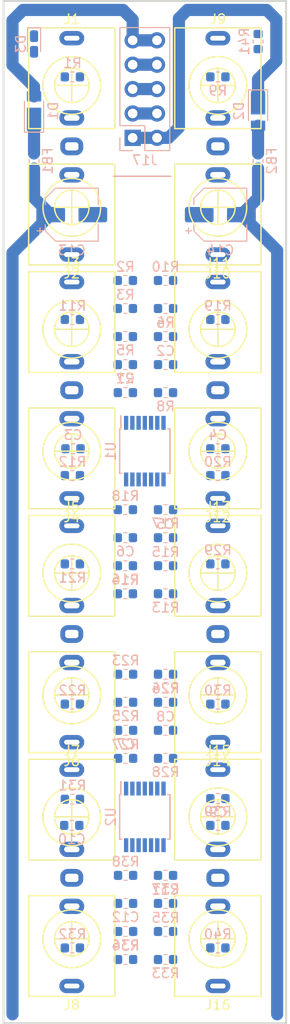
<source format=kicad_pcb>
(kicad_pcb (version 20171130) (host pcbnew "(5.1.4)-1")

  (general
    (thickness 1.6)
    (drawings 71)
    (tracks 35)
    (zones 0)
    (modules 79)
    (nets 56)
  )

  (page A4)
  (layers
    (0 F.Cu signal)
    (31 B.Cu signal)
    (32 B.Adhes user)
    (33 F.Adhes user)
    (34 B.Paste user)
    (35 F.Paste user)
    (36 B.SilkS user)
    (37 F.SilkS user)
    (38 B.Mask user)
    (39 F.Mask user)
    (40 Dwgs.User user hide)
    (41 Cmts.User user)
    (42 Eco1.User user)
    (43 Eco2.User user)
    (44 Edge.Cuts user)
    (45 Margin user)
    (46 B.CrtYd user)
    (47 F.CrtYd user)
    (48 B.Fab user)
    (49 F.Fab user)
  )

  (setup
    (last_trace_width 1.27)
    (user_trace_width 1.27)
    (trace_clearance 0.2)
    (zone_clearance 0.508)
    (zone_45_only no)
    (trace_min 0.2)
    (via_size 0.8)
    (via_drill 0.4)
    (via_min_size 0.4)
    (via_min_drill 0.3)
    (uvia_size 0.3)
    (uvia_drill 0.1)
    (uvias_allowed no)
    (uvia_min_size 0.2)
    (uvia_min_drill 0.1)
    (edge_width 0.05)
    (segment_width 0.2)
    (pcb_text_width 0.3)
    (pcb_text_size 1.5 1.5)
    (mod_edge_width 0.12)
    (mod_text_size 1 1)
    (mod_text_width 0.15)
    (pad_size 1.524 1.524)
    (pad_drill 0.762)
    (pad_to_mask_clearance 0.051)
    (solder_mask_min_width 0.25)
    (aux_axis_origin 0 0)
    (visible_elements 7FFFFFFF)
    (pcbplotparams
      (layerselection 0x010fc_ffffffff)
      (usegerberextensions false)
      (usegerberattributes false)
      (usegerberadvancedattributes false)
      (creategerberjobfile false)
      (excludeedgelayer true)
      (linewidth 0.100000)
      (plotframeref false)
      (viasonmask false)
      (mode 1)
      (useauxorigin false)
      (hpglpennumber 1)
      (hpglpenspeed 20)
      (hpglpendiameter 15.000000)
      (psnegative false)
      (psa4output false)
      (plotreference true)
      (plotvalue true)
      (plotinvisibletext false)
      (padsonsilk false)
      (subtractmaskfromsilk false)
      (outputformat 1)
      (mirror false)
      (drillshape 1)
      (scaleselection 1)
      (outputdirectory ""))
  )

  (net 0 "")
  (net 1 "Net-(J9-PadTN)")
  (net 2 "Net-(J10-PadTN)")
  (net 3 "Net-(J11-PadTN)")
  (net 4 "Net-(J12-PadTN)")
  (net 5 "Net-(J13-PadTN)")
  (net 6 "Net-(J14-PadTN)")
  (net 7 "Net-(J15-PadTN)")
  (net 8 "Net-(J16-PadTN)")
  (net 9 "Net-(C1-Pad2)")
  (net 10 "Net-(C1-Pad1)")
  (net 11 "Net-(C2-Pad2)")
  (net 12 "Net-(C2-Pad1)")
  (net 13 +12V)
  (net 14 -12V)
  (net 15 "Net-(C5-Pad2)")
  (net 16 "Net-(C5-Pad1)")
  (net 17 "Net-(C6-Pad2)")
  (net 18 "Net-(C6-Pad1)")
  (net 19 "Net-(C7-Pad2)")
  (net 20 "Net-(C7-Pad1)")
  (net 21 "Net-(C8-Pad2)")
  (net 22 "Net-(C8-Pad1)")
  (net 23 "Net-(C11-Pad2)")
  (net 24 "Net-(C11-Pad1)")
  (net 25 "Net-(C12-Pad2)")
  (net 26 "Net-(C12-Pad1)")
  (net 27 "Net-(D1-Pad2)")
  (net 28 "Net-(D1-Pad1)")
  (net 29 "Net-(D2-Pad2)")
  (net 30 "Net-(D2-Pad1)")
  (net 31 "Net-(D3-Pad1)")
  (net 32 IN1)
  (net 33 IN2)
  (net 34 IN3)
  (net 35 IN4)
  (net 36 IN5)
  (net 37 IN6)
  (net 38 IN7)
  (net 39 IN8)
  (net 40 OUT1)
  (net 41 OUT2)
  (net 42 OUT3)
  (net 43 OUT4)
  (net 44 OUT5)
  (net 45 OUT6)
  (net 46 OUT7)
  (net 47 OUT8)
  (net 48 "Net-(R1-Pad1)")
  (net 49 "Net-(R2-Pad1)")
  (net 50 "Net-(R11-Pad1)")
  (net 51 "Net-(R12-Pad1)")
  (net 52 "Net-(R21-Pad1)")
  (net 53 "Net-(R22-Pad1)")
  (net 54 "Net-(R31-Pad1)")
  (net 55 "Net-(R32-Pad1)")

  (net_class Default "This is the default net class."
    (clearance 0.2)
    (trace_width 0.25)
    (via_dia 0.8)
    (via_drill 0.4)
    (uvia_dia 0.3)
    (uvia_drill 0.1)
    (add_net +12V)
    (add_net -12V)
    (add_net IN1)
    (add_net IN2)
    (add_net IN3)
    (add_net IN4)
    (add_net IN5)
    (add_net IN6)
    (add_net IN7)
    (add_net IN8)
    (add_net "Net-(C1-Pad1)")
    (add_net "Net-(C1-Pad2)")
    (add_net "Net-(C11-Pad1)")
    (add_net "Net-(C11-Pad2)")
    (add_net "Net-(C12-Pad1)")
    (add_net "Net-(C12-Pad2)")
    (add_net "Net-(C2-Pad1)")
    (add_net "Net-(C2-Pad2)")
    (add_net "Net-(C5-Pad1)")
    (add_net "Net-(C5-Pad2)")
    (add_net "Net-(C6-Pad1)")
    (add_net "Net-(C6-Pad2)")
    (add_net "Net-(C7-Pad1)")
    (add_net "Net-(C7-Pad2)")
    (add_net "Net-(C8-Pad1)")
    (add_net "Net-(C8-Pad2)")
    (add_net "Net-(D1-Pad1)")
    (add_net "Net-(D1-Pad2)")
    (add_net "Net-(D2-Pad1)")
    (add_net "Net-(D2-Pad2)")
    (add_net "Net-(D3-Pad1)")
    (add_net "Net-(J10-PadTN)")
    (add_net "Net-(J11-PadTN)")
    (add_net "Net-(J12-PadTN)")
    (add_net "Net-(J13-PadTN)")
    (add_net "Net-(J14-PadTN)")
    (add_net "Net-(J15-PadTN)")
    (add_net "Net-(J16-PadTN)")
    (add_net "Net-(J9-PadTN)")
    (add_net "Net-(R1-Pad1)")
    (add_net "Net-(R11-Pad1)")
    (add_net "Net-(R12-Pad1)")
    (add_net "Net-(R2-Pad1)")
    (add_net "Net-(R21-Pad1)")
    (add_net "Net-(R22-Pad1)")
    (add_net "Net-(R31-Pad1)")
    (add_net "Net-(R32-Pad1)")
    (add_net OUT1)
    (add_net OUT2)
    (add_net OUT3)
    (add_net OUT4)
    (add_net OUT5)
    (add_net OUT6)
    (add_net OUT7)
    (add_net OUT8)
  )

  (module Connector_PinHeader_2.54mm:PinHeader_2x05_P2.54mm_Vertical (layer B.Cu) (tedit 5DB5B77B) (tstamp 5DB5E398)
    (at 125.73 62.611)
    (descr "Through hole straight pin header, 2x05, 2.54mm pitch, double rows")
    (tags "Through hole pin header THT 2x05 2.54mm double row")
    (path /5DC882B6/5B8C48A5)
    (fp_text reference J17 (at 1.27 2.33) (layer B.SilkS)
      (effects (font (size 1 1) (thickness 0.15)) (justify mirror))
    )
    (fp_text value Conn_02x05_Odd_Even (at 1.27 -12.49) (layer B.Fab)
      (effects (font (size 1 1) (thickness 0.15)) (justify mirror))
    )
    (fp_text user %R (at 1.27 -5.08 -90) (layer B.Fab)
      (effects (font (size 1 1) (thickness 0.15)) (justify mirror))
    )
    (fp_line (start 4.35 1.8) (end -1.8 1.8) (layer B.CrtYd) (width 0.05))
    (fp_line (start 4.35 -11.95) (end 4.35 1.8) (layer B.CrtYd) (width 0.05))
    (fp_line (start -1.8 -11.95) (end 4.35 -11.95) (layer B.CrtYd) (width 0.05))
    (fp_line (start -1.8 1.8) (end -1.8 -11.95) (layer B.CrtYd) (width 0.05))
    (fp_line (start -1.33 1.33) (end 0 1.33) (layer B.SilkS) (width 0.12))
    (fp_line (start -1.33 0) (end -1.33 1.33) (layer B.SilkS) (width 0.12))
    (fp_line (start 1.27 1.33) (end 3.87 1.33) (layer B.SilkS) (width 0.12))
    (fp_line (start 1.27 -1.27) (end 1.27 1.33) (layer B.SilkS) (width 0.12))
    (fp_line (start -1.33 -1.27) (end 1.27 -1.27) (layer B.SilkS) (width 0.12))
    (fp_line (start 3.87 1.33) (end 3.87 -11.49) (layer B.SilkS) (width 0.12))
    (fp_line (start -1.33 -1.27) (end -1.33 -11.49) (layer B.SilkS) (width 0.12))
    (fp_line (start -1.33 -11.49) (end 3.87 -11.49) (layer B.SilkS) (width 0.12))
    (fp_line (start -1.27 0) (end 0 1.27) (layer B.Fab) (width 0.1))
    (fp_line (start -1.27 -11.43) (end -1.27 0) (layer B.Fab) (width 0.1))
    (fp_line (start 3.81 -11.43) (end -1.27 -11.43) (layer B.Fab) (width 0.1))
    (fp_line (start 3.81 1.27) (end 3.81 -11.43) (layer B.Fab) (width 0.1))
    (fp_line (start 0 1.27) (end 3.81 1.27) (layer B.Fab) (width 0.1))
    (fp_line (start -2 4) (end 4 4) (layer B.SilkS) (width 0.15))
    (pad 10 thru_hole oval (at 2.54 -10.16) (size 1.7 1.7) (drill 1) (layers *.Cu *.Mask)
      (net 27 "Net-(D1-Pad2)"))
    (pad 9 thru_hole oval (at 0 -10.16) (size 1.7 1.7) (drill 1) (layers *.Cu *.Mask)
      (net 27 "Net-(D1-Pad2)"))
    (pad 8 thru_hole oval (at 2.54 -7.62) (size 1.7 1.7) (drill 1) (layers *.Cu *.Mask))
    (pad 7 thru_hole oval (at 0 -7.62) (size 1.7 1.7) (drill 1) (layers *.Cu *.Mask))
    (pad 6 thru_hole oval (at 2.54 -5.08) (size 1.7 1.7) (drill 1) (layers *.Cu *.Mask))
    (pad 5 thru_hole oval (at 0 -5.08) (size 1.7 1.7) (drill 1) (layers *.Cu *.Mask))
    (pad 4 thru_hole oval (at 2.54 -2.54) (size 1.7 1.7) (drill 1) (layers *.Cu *.Mask))
    (pad 3 thru_hole oval (at 0 -2.54) (size 1.7 1.7) (drill 1) (layers *.Cu *.Mask))
    (pad 2 thru_hole oval (at 2.54 0) (size 1.7 1.7) (drill 1) (layers *.Cu *.Mask)
      (net 30 "Net-(D2-Pad1)"))
    (pad 1 thru_hole rect (at 0 0) (size 1.7 1.7) (drill 1) (layers *.Cu *.Mask)
      (net 30 "Net-(D2-Pad1)"))
    (model ${KISYS3DMOD}/Connector_PinHeader_2.54mm.3dshapes/PinHeader_2x05_P2.54mm_Vertical.wrl
      (at (xyz 0 0 0))
      (scale (xyz 1 1 1))
      (rotate (xyz 0 0 0))
    )
  )

  (module Package_SO:TSSOP-14_4.4x5mm_P0.65mm (layer B.Cu) (tedit 5A02F25C) (tstamp 5DB61DAC)
    (at 127 133.35 270)
    (descr "14-Lead Plastic Thin Shrink Small Outline (ST)-4.4 mm Body [TSSOP] (see Microchip Packaging Specification 00000049BS.pdf)")
    (tags "SSOP 0.65")
    (path /5DC46587/5DBE547F)
    (attr smd)
    (fp_text reference U2 (at 0 3.55 90) (layer B.SilkS)
      (effects (font (size 1 1) (thickness 0.15)) (justify mirror))
    )
    (fp_text value TL074 (at 0 -3.55 90) (layer B.Fab)
      (effects (font (size 1 1) (thickness 0.15)) (justify mirror))
    )
    (fp_text user %R (at 0 0 90) (layer B.Fab)
      (effects (font (size 0.8 0.8) (thickness 0.15)) (justify mirror))
    )
    (fp_line (start -2.325 2.5) (end -3.675 2.5) (layer B.SilkS) (width 0.15))
    (fp_line (start -2.325 -2.625) (end 2.325 -2.625) (layer B.SilkS) (width 0.15))
    (fp_line (start -2.325 2.625) (end 2.325 2.625) (layer B.SilkS) (width 0.15))
    (fp_line (start -2.325 -2.625) (end -2.325 -2.4) (layer B.SilkS) (width 0.15))
    (fp_line (start 2.325 -2.625) (end 2.325 -2.4) (layer B.SilkS) (width 0.15))
    (fp_line (start 2.325 2.625) (end 2.325 2.4) (layer B.SilkS) (width 0.15))
    (fp_line (start -2.325 2.625) (end -2.325 2.5) (layer B.SilkS) (width 0.15))
    (fp_line (start -3.95 -2.8) (end 3.95 -2.8) (layer B.CrtYd) (width 0.05))
    (fp_line (start -3.95 2.8) (end 3.95 2.8) (layer B.CrtYd) (width 0.05))
    (fp_line (start 3.95 2.8) (end 3.95 -2.8) (layer B.CrtYd) (width 0.05))
    (fp_line (start -3.95 2.8) (end -3.95 -2.8) (layer B.CrtYd) (width 0.05))
    (fp_line (start -2.2 1.5) (end -1.2 2.5) (layer B.Fab) (width 0.15))
    (fp_line (start -2.2 -2.5) (end -2.2 1.5) (layer B.Fab) (width 0.15))
    (fp_line (start 2.2 -2.5) (end -2.2 -2.5) (layer B.Fab) (width 0.15))
    (fp_line (start 2.2 2.5) (end 2.2 -2.5) (layer B.Fab) (width 0.15))
    (fp_line (start -1.2 2.5) (end 2.2 2.5) (layer B.Fab) (width 0.15))
    (pad 14 smd rect (at 2.95 1.95 270) (size 1.45 0.45) (layers B.Cu B.Paste B.Mask)
      (net 26 "Net-(C12-Pad1)"))
    (pad 13 smd rect (at 2.95 1.3 270) (size 1.45 0.45) (layers B.Cu B.Paste B.Mask)
      (net 25 "Net-(C12-Pad2)"))
    (pad 12 smd rect (at 2.95 0.65 270) (size 1.45 0.45) (layers B.Cu B.Paste B.Mask)
      (net 55 "Net-(R32-Pad1)"))
    (pad 11 smd rect (at 2.95 0 270) (size 1.45 0.45) (layers B.Cu B.Paste B.Mask)
      (net 14 -12V))
    (pad 10 smd rect (at 2.95 -0.65 270) (size 1.45 0.45) (layers B.Cu B.Paste B.Mask)
      (net 54 "Net-(R31-Pad1)"))
    (pad 9 smd rect (at 2.95 -1.3 270) (size 1.45 0.45) (layers B.Cu B.Paste B.Mask)
      (net 23 "Net-(C11-Pad2)"))
    (pad 8 smd rect (at 2.95 -1.95 270) (size 1.45 0.45) (layers B.Cu B.Paste B.Mask)
      (net 24 "Net-(C11-Pad1)"))
    (pad 7 smd rect (at -2.95 -1.95 270) (size 1.45 0.45) (layers B.Cu B.Paste B.Mask)
      (net 22 "Net-(C8-Pad1)"))
    (pad 6 smd rect (at -2.95 -1.3 270) (size 1.45 0.45) (layers B.Cu B.Paste B.Mask)
      (net 21 "Net-(C8-Pad2)"))
    (pad 5 smd rect (at -2.95 -0.65 270) (size 1.45 0.45) (layers B.Cu B.Paste B.Mask)
      (net 53 "Net-(R22-Pad1)"))
    (pad 4 smd rect (at -2.95 0 270) (size 1.45 0.45) (layers B.Cu B.Paste B.Mask)
      (net 13 +12V))
    (pad 3 smd rect (at -2.95 0.65 270) (size 1.45 0.45) (layers B.Cu B.Paste B.Mask)
      (net 52 "Net-(R21-Pad1)"))
    (pad 2 smd rect (at -2.95 1.3 270) (size 1.45 0.45) (layers B.Cu B.Paste B.Mask)
      (net 19 "Net-(C7-Pad2)"))
    (pad 1 smd rect (at -2.95 1.95 270) (size 1.45 0.45) (layers B.Cu B.Paste B.Mask)
      (net 20 "Net-(C7-Pad1)"))
    (model ${KISYS3DMOD}/Package_SO.3dshapes/TSSOP-14_4.4x5mm_P0.65mm.wrl
      (at (xyz 0 0 0))
      (scale (xyz 1 1 1))
      (rotate (xyz 0 0 0))
    )
  )

  (module Package_SO:TSSOP-14_4.4x5mm_P0.65mm (layer B.Cu) (tedit 5A02F25C) (tstamp 5DB5D60A)
    (at 127 95.25 270)
    (descr "14-Lead Plastic Thin Shrink Small Outline (ST)-4.4 mm Body [TSSOP] (see Microchip Packaging Specification 00000049BS.pdf)")
    (tags "SSOP 0.65")
    (path /5DBDFDCD/5DBE547F)
    (attr smd)
    (fp_text reference U1 (at 0 3.55 90) (layer B.SilkS)
      (effects (font (size 1 1) (thickness 0.15)) (justify mirror))
    )
    (fp_text value TL074 (at 0 -3.55 90) (layer B.Fab)
      (effects (font (size 1 1) (thickness 0.15)) (justify mirror))
    )
    (fp_text user %R (at 0 0 90) (layer B.Fab)
      (effects (font (size 0.8 0.8) (thickness 0.15)) (justify mirror))
    )
    (fp_line (start -2.325 2.5) (end -3.675 2.5) (layer B.SilkS) (width 0.15))
    (fp_line (start -2.325 -2.625) (end 2.325 -2.625) (layer B.SilkS) (width 0.15))
    (fp_line (start -2.325 2.625) (end 2.325 2.625) (layer B.SilkS) (width 0.15))
    (fp_line (start -2.325 -2.625) (end -2.325 -2.4) (layer B.SilkS) (width 0.15))
    (fp_line (start 2.325 -2.625) (end 2.325 -2.4) (layer B.SilkS) (width 0.15))
    (fp_line (start 2.325 2.625) (end 2.325 2.4) (layer B.SilkS) (width 0.15))
    (fp_line (start -2.325 2.625) (end -2.325 2.5) (layer B.SilkS) (width 0.15))
    (fp_line (start -3.95 -2.8) (end 3.95 -2.8) (layer B.CrtYd) (width 0.05))
    (fp_line (start -3.95 2.8) (end 3.95 2.8) (layer B.CrtYd) (width 0.05))
    (fp_line (start 3.95 2.8) (end 3.95 -2.8) (layer B.CrtYd) (width 0.05))
    (fp_line (start -3.95 2.8) (end -3.95 -2.8) (layer B.CrtYd) (width 0.05))
    (fp_line (start -2.2 1.5) (end -1.2 2.5) (layer B.Fab) (width 0.15))
    (fp_line (start -2.2 -2.5) (end -2.2 1.5) (layer B.Fab) (width 0.15))
    (fp_line (start 2.2 -2.5) (end -2.2 -2.5) (layer B.Fab) (width 0.15))
    (fp_line (start 2.2 2.5) (end 2.2 -2.5) (layer B.Fab) (width 0.15))
    (fp_line (start -1.2 2.5) (end 2.2 2.5) (layer B.Fab) (width 0.15))
    (pad 14 smd rect (at 2.95 1.95 270) (size 1.45 0.45) (layers B.Cu B.Paste B.Mask)
      (net 18 "Net-(C6-Pad1)"))
    (pad 13 smd rect (at 2.95 1.3 270) (size 1.45 0.45) (layers B.Cu B.Paste B.Mask)
      (net 17 "Net-(C6-Pad2)"))
    (pad 12 smd rect (at 2.95 0.65 270) (size 1.45 0.45) (layers B.Cu B.Paste B.Mask)
      (net 51 "Net-(R12-Pad1)"))
    (pad 11 smd rect (at 2.95 0 270) (size 1.45 0.45) (layers B.Cu B.Paste B.Mask)
      (net 14 -12V))
    (pad 10 smd rect (at 2.95 -0.65 270) (size 1.45 0.45) (layers B.Cu B.Paste B.Mask)
      (net 50 "Net-(R11-Pad1)"))
    (pad 9 smd rect (at 2.95 -1.3 270) (size 1.45 0.45) (layers B.Cu B.Paste B.Mask)
      (net 15 "Net-(C5-Pad2)"))
    (pad 8 smd rect (at 2.95 -1.95 270) (size 1.45 0.45) (layers B.Cu B.Paste B.Mask)
      (net 16 "Net-(C5-Pad1)"))
    (pad 7 smd rect (at -2.95 -1.95 270) (size 1.45 0.45) (layers B.Cu B.Paste B.Mask)
      (net 12 "Net-(C2-Pad1)"))
    (pad 6 smd rect (at -2.95 -1.3 270) (size 1.45 0.45) (layers B.Cu B.Paste B.Mask)
      (net 11 "Net-(C2-Pad2)"))
    (pad 5 smd rect (at -2.95 -0.65 270) (size 1.45 0.45) (layers B.Cu B.Paste B.Mask)
      (net 49 "Net-(R2-Pad1)"))
    (pad 4 smd rect (at -2.95 0 270) (size 1.45 0.45) (layers B.Cu B.Paste B.Mask)
      (net 13 +12V))
    (pad 3 smd rect (at -2.95 0.65 270) (size 1.45 0.45) (layers B.Cu B.Paste B.Mask)
      (net 48 "Net-(R1-Pad1)"))
    (pad 2 smd rect (at -2.95 1.3 270) (size 1.45 0.45) (layers B.Cu B.Paste B.Mask)
      (net 9 "Net-(C1-Pad2)"))
    (pad 1 smd rect (at -2.95 1.95 270) (size 1.45 0.45) (layers B.Cu B.Paste B.Mask)
      (net 10 "Net-(C1-Pad1)"))
    (model ${KISYS3DMOD}/Package_SO.3dshapes/TSSOP-14_4.4x5mm_P0.65mm.wrl
      (at (xyz 0 0 0))
      (scale (xyz 1 1 1))
      (rotate (xyz 0 0 0))
    )
  )

  (module Resistor_SMD:R_0603_1608Metric (layer B.Cu) (tedit 5B301BBD) (tstamp 5DB5F1F5)
    (at 138.811 52.578 270)
    (descr "Resistor SMD 0603 (1608 Metric), square (rectangular) end terminal, IPC_7351 nominal, (Body size source: http://www.tortai-tech.com/upload/download/2011102023233369053.pdf), generated with kicad-footprint-generator")
    (tags resistor)
    (path /5DC882B6/5B8CA688)
    (attr smd)
    (fp_text reference R41 (at 0 1.43 90) (layer B.SilkS)
      (effects (font (size 1 1) (thickness 0.15)) (justify mirror))
    )
    (fp_text value 1k (at 0 -1.43 90) (layer B.Fab)
      (effects (font (size 1 1) (thickness 0.15)) (justify mirror))
    )
    (fp_text user %R (at 0 0 90) (layer B.Fab)
      (effects (font (size 0.4 0.4) (thickness 0.06)) (justify mirror))
    )
    (fp_line (start 1.48 -0.73) (end -1.48 -0.73) (layer B.CrtYd) (width 0.05))
    (fp_line (start 1.48 0.73) (end 1.48 -0.73) (layer B.CrtYd) (width 0.05))
    (fp_line (start -1.48 0.73) (end 1.48 0.73) (layer B.CrtYd) (width 0.05))
    (fp_line (start -1.48 -0.73) (end -1.48 0.73) (layer B.CrtYd) (width 0.05))
    (fp_line (start -0.162779 -0.51) (end 0.162779 -0.51) (layer B.SilkS) (width 0.12))
    (fp_line (start -0.162779 0.51) (end 0.162779 0.51) (layer B.SilkS) (width 0.12))
    (fp_line (start 0.8 -0.4) (end -0.8 -0.4) (layer B.Fab) (width 0.1))
    (fp_line (start 0.8 0.4) (end 0.8 -0.4) (layer B.Fab) (width 0.1))
    (fp_line (start -0.8 0.4) (end 0.8 0.4) (layer B.Fab) (width 0.1))
    (fp_line (start -0.8 -0.4) (end -0.8 0.4) (layer B.Fab) (width 0.1))
    (pad 2 smd roundrect (at 0.7875 0 270) (size 0.875 0.95) (layers B.Cu B.Paste B.Mask) (roundrect_rratio 0.25)
      (net 14 -12V))
    (pad 1 smd roundrect (at -0.7875 0 270) (size 0.875 0.95) (layers B.Cu B.Paste B.Mask) (roundrect_rratio 0.25)
      (net 31 "Net-(D3-Pad1)"))
    (model ${KISYS3DMOD}/Resistor_SMD.3dshapes/R_0603_1608Metric.wrl
      (at (xyz 0 0 0))
      (scale (xyz 1 1 1))
      (rotate (xyz 0 0 0))
    )
  )

  (module Resistor_SMD:R_0603_1608Metric (layer B.Cu) (tedit 5B301BBD) (tstamp 5DB63F1D)
    (at 134.62 147.0025 180)
    (descr "Resistor SMD 0603 (1608 Metric), square (rectangular) end terminal, IPC_7351 nominal, (Body size source: http://www.tortai-tech.com/upload/download/2011102023233369053.pdf), generated with kicad-footprint-generator")
    (tags resistor)
    (path /5DC46587/5DC2684A)
    (attr smd)
    (fp_text reference R40 (at 0 1.43) (layer B.SilkS)
      (effects (font (size 1 1) (thickness 0.15)) (justify mirror))
    )
    (fp_text value 680 (at 0 -1.43) (layer B.Fab)
      (effects (font (size 1 1) (thickness 0.15)) (justify mirror))
    )
    (fp_text user %R (at 0 0) (layer B.Fab)
      (effects (font (size 0.4 0.4) (thickness 0.06)) (justify mirror))
    )
    (fp_line (start 1.48 -0.73) (end -1.48 -0.73) (layer B.CrtYd) (width 0.05))
    (fp_line (start 1.48 0.73) (end 1.48 -0.73) (layer B.CrtYd) (width 0.05))
    (fp_line (start -1.48 0.73) (end 1.48 0.73) (layer B.CrtYd) (width 0.05))
    (fp_line (start -1.48 -0.73) (end -1.48 0.73) (layer B.CrtYd) (width 0.05))
    (fp_line (start -0.162779 -0.51) (end 0.162779 -0.51) (layer B.SilkS) (width 0.12))
    (fp_line (start -0.162779 0.51) (end 0.162779 0.51) (layer B.SilkS) (width 0.12))
    (fp_line (start 0.8 -0.4) (end -0.8 -0.4) (layer B.Fab) (width 0.1))
    (fp_line (start 0.8 0.4) (end 0.8 -0.4) (layer B.Fab) (width 0.1))
    (fp_line (start -0.8 0.4) (end 0.8 0.4) (layer B.Fab) (width 0.1))
    (fp_line (start -0.8 -0.4) (end -0.8 0.4) (layer B.Fab) (width 0.1))
    (pad 2 smd roundrect (at 0.7875 0 180) (size 0.875 0.95) (layers B.Cu B.Paste B.Mask) (roundrect_rratio 0.25)
      (net 26 "Net-(C12-Pad1)"))
    (pad 1 smd roundrect (at -0.7875 0 180) (size 0.875 0.95) (layers B.Cu B.Paste B.Mask) (roundrect_rratio 0.25)
      (net 47 OUT8))
    (model ${KISYS3DMOD}/Resistor_SMD.3dshapes/R_0603_1608Metric.wrl
      (at (xyz 0 0 0))
      (scale (xyz 1 1 1))
      (rotate (xyz 0 0 0))
    )
  )

  (module Resistor_SMD:R_0603_1608Metric (layer B.Cu) (tedit 5B301BBD) (tstamp 5DB5D5C5)
    (at 134.62 134.239 180)
    (descr "Resistor SMD 0603 (1608 Metric), square (rectangular) end terminal, IPC_7351 nominal, (Body size source: http://www.tortai-tech.com/upload/download/2011102023233369053.pdf), generated with kicad-footprint-generator")
    (tags resistor)
    (path /5DC46587/5DC267E0)
    (attr smd)
    (fp_text reference R39 (at 0 1.43) (layer B.SilkS)
      (effects (font (size 1 1) (thickness 0.15)) (justify mirror))
    )
    (fp_text value 680 (at 0 -1.43) (layer B.Fab)
      (effects (font (size 1 1) (thickness 0.15)) (justify mirror))
    )
    (fp_text user %R (at 0 0) (layer B.Fab)
      (effects (font (size 0.4 0.4) (thickness 0.06)) (justify mirror))
    )
    (fp_line (start 1.48 -0.73) (end -1.48 -0.73) (layer B.CrtYd) (width 0.05))
    (fp_line (start 1.48 0.73) (end 1.48 -0.73) (layer B.CrtYd) (width 0.05))
    (fp_line (start -1.48 0.73) (end 1.48 0.73) (layer B.CrtYd) (width 0.05))
    (fp_line (start -1.48 -0.73) (end -1.48 0.73) (layer B.CrtYd) (width 0.05))
    (fp_line (start -0.162779 -0.51) (end 0.162779 -0.51) (layer B.SilkS) (width 0.12))
    (fp_line (start -0.162779 0.51) (end 0.162779 0.51) (layer B.SilkS) (width 0.12))
    (fp_line (start 0.8 -0.4) (end -0.8 -0.4) (layer B.Fab) (width 0.1))
    (fp_line (start 0.8 0.4) (end 0.8 -0.4) (layer B.Fab) (width 0.1))
    (fp_line (start -0.8 0.4) (end 0.8 0.4) (layer B.Fab) (width 0.1))
    (fp_line (start -0.8 -0.4) (end -0.8 0.4) (layer B.Fab) (width 0.1))
    (pad 2 smd roundrect (at 0.7875 0 180) (size 0.875 0.95) (layers B.Cu B.Paste B.Mask) (roundrect_rratio 0.25)
      (net 24 "Net-(C11-Pad1)"))
    (pad 1 smd roundrect (at -0.7875 0 180) (size 0.875 0.95) (layers B.Cu B.Paste B.Mask) (roundrect_rratio 0.25)
      (net 46 OUT7))
    (model ${KISYS3DMOD}/Resistor_SMD.3dshapes/R_0603_1608Metric.wrl
      (at (xyz 0 0 0))
      (scale (xyz 1 1 1))
      (rotate (xyz 0 0 0))
    )
  )

  (module Resistor_SMD:R_0603_1608Metric (layer B.Cu) (tedit 5B301BBD) (tstamp 5DB61E30)
    (at 124.9935 139.446 180)
    (descr "Resistor SMD 0603 (1608 Metric), square (rectangular) end terminal, IPC_7351 nominal, (Body size source: http://www.tortai-tech.com/upload/download/2011102023233369053.pdf), generated with kicad-footprint-generator")
    (tags resistor)
    (path /5DC46587/5DC2683E)
    (attr smd)
    (fp_text reference R38 (at 0 1.43) (layer B.SilkS)
      (effects (font (size 1 1) (thickness 0.15)) (justify mirror))
    )
    (fp_text value 33k (at 0 -1.43) (layer B.Fab)
      (effects (font (size 1 1) (thickness 0.15)) (justify mirror))
    )
    (fp_text user %R (at 0 0) (layer B.Fab)
      (effects (font (size 0.4 0.4) (thickness 0.06)) (justify mirror))
    )
    (fp_line (start 1.48 -0.73) (end -1.48 -0.73) (layer B.CrtYd) (width 0.05))
    (fp_line (start 1.48 0.73) (end 1.48 -0.73) (layer B.CrtYd) (width 0.05))
    (fp_line (start -1.48 0.73) (end 1.48 0.73) (layer B.CrtYd) (width 0.05))
    (fp_line (start -1.48 -0.73) (end -1.48 0.73) (layer B.CrtYd) (width 0.05))
    (fp_line (start -0.162779 -0.51) (end 0.162779 -0.51) (layer B.SilkS) (width 0.12))
    (fp_line (start -0.162779 0.51) (end 0.162779 0.51) (layer B.SilkS) (width 0.12))
    (fp_line (start 0.8 -0.4) (end -0.8 -0.4) (layer B.Fab) (width 0.1))
    (fp_line (start 0.8 0.4) (end 0.8 -0.4) (layer B.Fab) (width 0.1))
    (fp_line (start -0.8 0.4) (end 0.8 0.4) (layer B.Fab) (width 0.1))
    (fp_line (start -0.8 -0.4) (end -0.8 0.4) (layer B.Fab) (width 0.1))
    (pad 2 smd roundrect (at 0.7875 0 180) (size 0.875 0.95) (layers B.Cu B.Paste B.Mask) (roundrect_rratio 0.25)
      (net 26 "Net-(C12-Pad1)"))
    (pad 1 smd roundrect (at -0.7875 0 180) (size 0.875 0.95) (layers B.Cu B.Paste B.Mask) (roundrect_rratio 0.25)
      (net 25 "Net-(C12-Pad2)"))
    (model ${KISYS3DMOD}/Resistor_SMD.3dshapes/R_0603_1608Metric.wrl
      (at (xyz 0 0 0))
      (scale (xyz 1 1 1))
      (rotate (xyz 0 0 0))
    )
  )

  (module Resistor_SMD:R_0603_1608Metric (layer B.Cu) (tedit 5B301BBD) (tstamp 5DB61D6A)
    (at 129.159 139.446)
    (descr "Resistor SMD 0603 (1608 Metric), square (rectangular) end terminal, IPC_7351 nominal, (Body size source: http://www.tortai-tech.com/upload/download/2011102023233369053.pdf), generated with kicad-footprint-generator")
    (tags resistor)
    (path /5DC46587/5DC267D4)
    (attr smd)
    (fp_text reference R37 (at 0 1.43) (layer B.SilkS)
      (effects (font (size 1 1) (thickness 0.15)) (justify mirror))
    )
    (fp_text value 33k (at 0 -1.43) (layer B.Fab)
      (effects (font (size 1 1) (thickness 0.15)) (justify mirror))
    )
    (fp_text user %R (at 0 0) (layer B.Fab)
      (effects (font (size 0.4 0.4) (thickness 0.06)) (justify mirror))
    )
    (fp_line (start 1.48 -0.73) (end -1.48 -0.73) (layer B.CrtYd) (width 0.05))
    (fp_line (start 1.48 0.73) (end 1.48 -0.73) (layer B.CrtYd) (width 0.05))
    (fp_line (start -1.48 0.73) (end 1.48 0.73) (layer B.CrtYd) (width 0.05))
    (fp_line (start -1.48 -0.73) (end -1.48 0.73) (layer B.CrtYd) (width 0.05))
    (fp_line (start -0.162779 -0.51) (end 0.162779 -0.51) (layer B.SilkS) (width 0.12))
    (fp_line (start -0.162779 0.51) (end 0.162779 0.51) (layer B.SilkS) (width 0.12))
    (fp_line (start 0.8 -0.4) (end -0.8 -0.4) (layer B.Fab) (width 0.1))
    (fp_line (start 0.8 0.4) (end 0.8 -0.4) (layer B.Fab) (width 0.1))
    (fp_line (start -0.8 0.4) (end 0.8 0.4) (layer B.Fab) (width 0.1))
    (fp_line (start -0.8 -0.4) (end -0.8 0.4) (layer B.Fab) (width 0.1))
    (pad 2 smd roundrect (at 0.7875 0) (size 0.875 0.95) (layers B.Cu B.Paste B.Mask) (roundrect_rratio 0.25)
      (net 24 "Net-(C11-Pad1)"))
    (pad 1 smd roundrect (at -0.7875 0) (size 0.875 0.95) (layers B.Cu B.Paste B.Mask) (roundrect_rratio 0.25)
      (net 23 "Net-(C11-Pad2)"))
    (model ${KISYS3DMOD}/Resistor_SMD.3dshapes/R_0603_1608Metric.wrl
      (at (xyz 0 0 0))
      (scale (xyz 1 1 1))
      (rotate (xyz 0 0 0))
    )
  )

  (module Resistor_SMD:R_0603_1608Metric (layer B.Cu) (tedit 5B301BBD) (tstamp 5DB61E60)
    (at 124.9935 145.288)
    (descr "Resistor SMD 0603 (1608 Metric), square (rectangular) end terminal, IPC_7351 nominal, (Body size source: http://www.tortai-tech.com/upload/download/2011102023233369053.pdf), generated with kicad-footprint-generator")
    (tags resistor)
    (path /5DC46587/5DC26829)
    (attr smd)
    (fp_text reference R36 (at 0 1.43) (layer B.SilkS)
      (effects (font (size 1 1) (thickness 0.15)) (justify mirror))
    )
    (fp_text value 33k (at 0 -1.43) (layer B.Fab)
      (effects (font (size 1 1) (thickness 0.15)) (justify mirror))
    )
    (fp_text user %R (at 0 0) (layer B.Fab)
      (effects (font (size 0.4 0.4) (thickness 0.06)) (justify mirror))
    )
    (fp_line (start 1.48 -0.73) (end -1.48 -0.73) (layer B.CrtYd) (width 0.05))
    (fp_line (start 1.48 0.73) (end 1.48 -0.73) (layer B.CrtYd) (width 0.05))
    (fp_line (start -1.48 0.73) (end 1.48 0.73) (layer B.CrtYd) (width 0.05))
    (fp_line (start -1.48 -0.73) (end -1.48 0.73) (layer B.CrtYd) (width 0.05))
    (fp_line (start -0.162779 -0.51) (end 0.162779 -0.51) (layer B.SilkS) (width 0.12))
    (fp_line (start -0.162779 0.51) (end 0.162779 0.51) (layer B.SilkS) (width 0.12))
    (fp_line (start 0.8 -0.4) (end -0.8 -0.4) (layer B.Fab) (width 0.1))
    (fp_line (start 0.8 0.4) (end 0.8 -0.4) (layer B.Fab) (width 0.1))
    (fp_line (start -0.8 0.4) (end 0.8 0.4) (layer B.Fab) (width 0.1))
    (fp_line (start -0.8 -0.4) (end -0.8 0.4) (layer B.Fab) (width 0.1))
    (pad 2 smd roundrect (at 0.7875 0) (size 0.875 0.95) (layers B.Cu B.Paste B.Mask) (roundrect_rratio 0.25)
      (net 25 "Net-(C12-Pad2)"))
    (pad 1 smd roundrect (at -0.7875 0) (size 0.875 0.95) (layers B.Cu B.Paste B.Mask) (roundrect_rratio 0.25))
    (model ${KISYS3DMOD}/Resistor_SMD.3dshapes/R_0603_1608Metric.wrl
      (at (xyz 0 0 0))
      (scale (xyz 1 1 1))
      (rotate (xyz 0 0 0))
    )
  )

  (module Resistor_SMD:R_0603_1608Metric (layer B.Cu) (tedit 5B301BBD) (tstamp 5DB61E90)
    (at 129.159 145.288 180)
    (descr "Resistor SMD 0603 (1608 Metric), square (rectangular) end terminal, IPC_7351 nominal, (Body size source: http://www.tortai-tech.com/upload/download/2011102023233369053.pdf), generated with kicad-footprint-generator")
    (tags resistor)
    (path /5DC46587/5DC267BF)
    (attr smd)
    (fp_text reference R35 (at 0 1.43) (layer B.SilkS)
      (effects (font (size 1 1) (thickness 0.15)) (justify mirror))
    )
    (fp_text value 33k (at 0 -1.43) (layer B.Fab)
      (effects (font (size 1 1) (thickness 0.15)) (justify mirror))
    )
    (fp_text user %R (at 0 0) (layer B.Fab)
      (effects (font (size 0.4 0.4) (thickness 0.06)) (justify mirror))
    )
    (fp_line (start 1.48 -0.73) (end -1.48 -0.73) (layer B.CrtYd) (width 0.05))
    (fp_line (start 1.48 0.73) (end 1.48 -0.73) (layer B.CrtYd) (width 0.05))
    (fp_line (start -1.48 0.73) (end 1.48 0.73) (layer B.CrtYd) (width 0.05))
    (fp_line (start -1.48 -0.73) (end -1.48 0.73) (layer B.CrtYd) (width 0.05))
    (fp_line (start -0.162779 -0.51) (end 0.162779 -0.51) (layer B.SilkS) (width 0.12))
    (fp_line (start -0.162779 0.51) (end 0.162779 0.51) (layer B.SilkS) (width 0.12))
    (fp_line (start 0.8 -0.4) (end -0.8 -0.4) (layer B.Fab) (width 0.1))
    (fp_line (start 0.8 0.4) (end 0.8 -0.4) (layer B.Fab) (width 0.1))
    (fp_line (start -0.8 0.4) (end 0.8 0.4) (layer B.Fab) (width 0.1))
    (fp_line (start -0.8 -0.4) (end -0.8 0.4) (layer B.Fab) (width 0.1))
    (pad 2 smd roundrect (at 0.7875 0 180) (size 0.875 0.95) (layers B.Cu B.Paste B.Mask) (roundrect_rratio 0.25)
      (net 23 "Net-(C11-Pad2)"))
    (pad 1 smd roundrect (at -0.7875 0 180) (size 0.875 0.95) (layers B.Cu B.Paste B.Mask) (roundrect_rratio 0.25))
    (model ${KISYS3DMOD}/Resistor_SMD.3dshapes/R_0603_1608Metric.wrl
      (at (xyz 0 0 0))
      (scale (xyz 1 1 1))
      (rotate (xyz 0 0 0))
    )
  )

  (module Resistor_SMD:R_0603_1608Metric (layer B.Cu) (tedit 5B301BBD) (tstamp 5DB61E00)
    (at 124.9935 148.209 180)
    (descr "Resistor SMD 0603 (1608 Metric), square (rectangular) end terminal, IPC_7351 nominal, (Body size source: http://www.tortai-tech.com/upload/download/2011102023233369053.pdf), generated with kicad-footprint-generator")
    (tags resistor)
    (path /5DC46587/5DC26833)
    (attr smd)
    (fp_text reference R34 (at 0 1.43) (layer B.SilkS)
      (effects (font (size 1 1) (thickness 0.15)) (justify mirror))
    )
    (fp_text value 47k (at 0 -1.43) (layer B.Fab)
      (effects (font (size 1 1) (thickness 0.15)) (justify mirror))
    )
    (fp_text user %R (at 0 0) (layer B.Fab)
      (effects (font (size 0.4 0.4) (thickness 0.06)) (justify mirror))
    )
    (fp_line (start 1.48 -0.73) (end -1.48 -0.73) (layer B.CrtYd) (width 0.05))
    (fp_line (start 1.48 0.73) (end 1.48 -0.73) (layer B.CrtYd) (width 0.05))
    (fp_line (start -1.48 0.73) (end 1.48 0.73) (layer B.CrtYd) (width 0.05))
    (fp_line (start -1.48 -0.73) (end -1.48 0.73) (layer B.CrtYd) (width 0.05))
    (fp_line (start -0.162779 -0.51) (end 0.162779 -0.51) (layer B.SilkS) (width 0.12))
    (fp_line (start -0.162779 0.51) (end 0.162779 0.51) (layer B.SilkS) (width 0.12))
    (fp_line (start 0.8 -0.4) (end -0.8 -0.4) (layer B.Fab) (width 0.1))
    (fp_line (start 0.8 0.4) (end 0.8 -0.4) (layer B.Fab) (width 0.1))
    (fp_line (start -0.8 0.4) (end 0.8 0.4) (layer B.Fab) (width 0.1))
    (fp_line (start -0.8 -0.4) (end -0.8 0.4) (layer B.Fab) (width 0.1))
    (pad 2 smd roundrect (at 0.7875 0 180) (size 0.875 0.95) (layers B.Cu B.Paste B.Mask) (roundrect_rratio 0.25))
    (pad 1 smd roundrect (at -0.7875 0 180) (size 0.875 0.95) (layers B.Cu B.Paste B.Mask) (roundrect_rratio 0.25)
      (net 55 "Net-(R32-Pad1)"))
    (model ${KISYS3DMOD}/Resistor_SMD.3dshapes/R_0603_1608Metric.wrl
      (at (xyz 0 0 0))
      (scale (xyz 1 1 1))
      (rotate (xyz 0 0 0))
    )
  )

  (module Resistor_SMD:R_0603_1608Metric (layer B.Cu) (tedit 5B301BBD) (tstamp 5DB61D3A)
    (at 129.159 148.209)
    (descr "Resistor SMD 0603 (1608 Metric), square (rectangular) end terminal, IPC_7351 nominal, (Body size source: http://www.tortai-tech.com/upload/download/2011102023233369053.pdf), generated with kicad-footprint-generator")
    (tags resistor)
    (path /5DC46587/5DC267C9)
    (attr smd)
    (fp_text reference R33 (at 0 1.43) (layer B.SilkS)
      (effects (font (size 1 1) (thickness 0.15)) (justify mirror))
    )
    (fp_text value 47k (at 0 -1.43) (layer B.Fab)
      (effects (font (size 1 1) (thickness 0.15)) (justify mirror))
    )
    (fp_text user %R (at 0 0) (layer B.Fab)
      (effects (font (size 0.4 0.4) (thickness 0.06)) (justify mirror))
    )
    (fp_line (start 1.48 -0.73) (end -1.48 -0.73) (layer B.CrtYd) (width 0.05))
    (fp_line (start 1.48 0.73) (end 1.48 -0.73) (layer B.CrtYd) (width 0.05))
    (fp_line (start -1.48 0.73) (end 1.48 0.73) (layer B.CrtYd) (width 0.05))
    (fp_line (start -1.48 -0.73) (end -1.48 0.73) (layer B.CrtYd) (width 0.05))
    (fp_line (start -0.162779 -0.51) (end 0.162779 -0.51) (layer B.SilkS) (width 0.12))
    (fp_line (start -0.162779 0.51) (end 0.162779 0.51) (layer B.SilkS) (width 0.12))
    (fp_line (start 0.8 -0.4) (end -0.8 -0.4) (layer B.Fab) (width 0.1))
    (fp_line (start 0.8 0.4) (end 0.8 -0.4) (layer B.Fab) (width 0.1))
    (fp_line (start -0.8 0.4) (end 0.8 0.4) (layer B.Fab) (width 0.1))
    (fp_line (start -0.8 -0.4) (end -0.8 0.4) (layer B.Fab) (width 0.1))
    (pad 2 smd roundrect (at 0.7875 0) (size 0.875 0.95) (layers B.Cu B.Paste B.Mask) (roundrect_rratio 0.25))
    (pad 1 smd roundrect (at -0.7875 0) (size 0.875 0.95) (layers B.Cu B.Paste B.Mask) (roundrect_rratio 0.25)
      (net 54 "Net-(R31-Pad1)"))
    (model ${KISYS3DMOD}/Resistor_SMD.3dshapes/R_0603_1608Metric.wrl
      (at (xyz 0 0 0))
      (scale (xyz 1 1 1))
      (rotate (xyz 0 0 0))
    )
  )

  (module Resistor_SMD:R_0603_1608Metric (layer B.Cu) (tedit 5B301BBD) (tstamp 5DB63F4D)
    (at 119.4435 147.0025 180)
    (descr "Resistor SMD 0603 (1608 Metric), square (rectangular) end terminal, IPC_7351 nominal, (Body size source: http://www.tortai-tech.com/upload/download/2011102023233369053.pdf), generated with kicad-footprint-generator")
    (tags resistor)
    (path /5DC46587/5DC26856)
    (attr smd)
    (fp_text reference R32 (at 0 1.43) (layer B.SilkS)
      (effects (font (size 1 1) (thickness 0.15)) (justify mirror))
    )
    (fp_text value 100k (at 0 -1.43) (layer B.Fab)
      (effects (font (size 1 1) (thickness 0.15)) (justify mirror))
    )
    (fp_text user %R (at 0 0) (layer B.Fab)
      (effects (font (size 0.4 0.4) (thickness 0.06)) (justify mirror))
    )
    (fp_line (start 1.48 -0.73) (end -1.48 -0.73) (layer B.CrtYd) (width 0.05))
    (fp_line (start 1.48 0.73) (end 1.48 -0.73) (layer B.CrtYd) (width 0.05))
    (fp_line (start -1.48 0.73) (end 1.48 0.73) (layer B.CrtYd) (width 0.05))
    (fp_line (start -1.48 -0.73) (end -1.48 0.73) (layer B.CrtYd) (width 0.05))
    (fp_line (start -0.162779 -0.51) (end 0.162779 -0.51) (layer B.SilkS) (width 0.12))
    (fp_line (start -0.162779 0.51) (end 0.162779 0.51) (layer B.SilkS) (width 0.12))
    (fp_line (start 0.8 -0.4) (end -0.8 -0.4) (layer B.Fab) (width 0.1))
    (fp_line (start 0.8 0.4) (end 0.8 -0.4) (layer B.Fab) (width 0.1))
    (fp_line (start -0.8 0.4) (end 0.8 0.4) (layer B.Fab) (width 0.1))
    (fp_line (start -0.8 -0.4) (end -0.8 0.4) (layer B.Fab) (width 0.1))
    (pad 2 smd roundrect (at 0.7875 0 180) (size 0.875 0.95) (layers B.Cu B.Paste B.Mask) (roundrect_rratio 0.25)
      (net 39 IN8))
    (pad 1 smd roundrect (at -0.7875 0 180) (size 0.875 0.95) (layers B.Cu B.Paste B.Mask) (roundrect_rratio 0.25)
      (net 55 "Net-(R32-Pad1)"))
    (model ${KISYS3DMOD}/Resistor_SMD.3dshapes/R_0603_1608Metric.wrl
      (at (xyz 0 0 0))
      (scale (xyz 1 1 1))
      (rotate (xyz 0 0 0))
    )
  )

  (module Resistor_SMD:R_0603_1608Metric (layer B.Cu) (tedit 5B301BBD) (tstamp 5DB5D53D)
    (at 119.4435 131.5085 180)
    (descr "Resistor SMD 0603 (1608 Metric), square (rectangular) end terminal, IPC_7351 nominal, (Body size source: http://www.tortai-tech.com/upload/download/2011102023233369053.pdf), generated with kicad-footprint-generator")
    (tags resistor)
    (path /5DC46587/5DC267EC)
    (attr smd)
    (fp_text reference R31 (at 0 1.43) (layer B.SilkS)
      (effects (font (size 1 1) (thickness 0.15)) (justify mirror))
    )
    (fp_text value 100k (at 0 -1.43) (layer B.Fab)
      (effects (font (size 1 1) (thickness 0.15)) (justify mirror))
    )
    (fp_text user %R (at 0 0) (layer B.Fab)
      (effects (font (size 0.4 0.4) (thickness 0.06)) (justify mirror))
    )
    (fp_line (start 1.48 -0.73) (end -1.48 -0.73) (layer B.CrtYd) (width 0.05))
    (fp_line (start 1.48 0.73) (end 1.48 -0.73) (layer B.CrtYd) (width 0.05))
    (fp_line (start -1.48 0.73) (end 1.48 0.73) (layer B.CrtYd) (width 0.05))
    (fp_line (start -1.48 -0.73) (end -1.48 0.73) (layer B.CrtYd) (width 0.05))
    (fp_line (start -0.162779 -0.51) (end 0.162779 -0.51) (layer B.SilkS) (width 0.12))
    (fp_line (start -0.162779 0.51) (end 0.162779 0.51) (layer B.SilkS) (width 0.12))
    (fp_line (start 0.8 -0.4) (end -0.8 -0.4) (layer B.Fab) (width 0.1))
    (fp_line (start 0.8 0.4) (end 0.8 -0.4) (layer B.Fab) (width 0.1))
    (fp_line (start -0.8 0.4) (end 0.8 0.4) (layer B.Fab) (width 0.1))
    (fp_line (start -0.8 -0.4) (end -0.8 0.4) (layer B.Fab) (width 0.1))
    (pad 2 smd roundrect (at 0.7875 0 180) (size 0.875 0.95) (layers B.Cu B.Paste B.Mask) (roundrect_rratio 0.25)
      (net 38 IN7))
    (pad 1 smd roundrect (at -0.7875 0 180) (size 0.875 0.95) (layers B.Cu B.Paste B.Mask) (roundrect_rratio 0.25)
      (net 54 "Net-(R31-Pad1)"))
    (model ${KISYS3DMOD}/Resistor_SMD.3dshapes/R_0603_1608Metric.wrl
      (at (xyz 0 0 0))
      (scale (xyz 1 1 1))
      (rotate (xyz 0 0 0))
    )
  )

  (module Resistor_SMD:R_0603_1608Metric (layer B.Cu) (tedit 5B301BBD) (tstamp 5DB5D52C)
    (at 134.62 121.6025 180)
    (descr "Resistor SMD 0603 (1608 Metric), square (rectangular) end terminal, IPC_7351 nominal, (Body size source: http://www.tortai-tech.com/upload/download/2011102023233369053.pdf), generated with kicad-footprint-generator")
    (tags resistor)
    (path /5DC46587/5DC10DB3)
    (attr smd)
    (fp_text reference R30 (at 0 1.43) (layer B.SilkS)
      (effects (font (size 1 1) (thickness 0.15)) (justify mirror))
    )
    (fp_text value 680 (at 0 -1.43) (layer B.Fab)
      (effects (font (size 1 1) (thickness 0.15)) (justify mirror))
    )
    (fp_text user %R (at 0 0) (layer B.Fab)
      (effects (font (size 0.4 0.4) (thickness 0.06)) (justify mirror))
    )
    (fp_line (start 1.48 -0.73) (end -1.48 -0.73) (layer B.CrtYd) (width 0.05))
    (fp_line (start 1.48 0.73) (end 1.48 -0.73) (layer B.CrtYd) (width 0.05))
    (fp_line (start -1.48 0.73) (end 1.48 0.73) (layer B.CrtYd) (width 0.05))
    (fp_line (start -1.48 -0.73) (end -1.48 0.73) (layer B.CrtYd) (width 0.05))
    (fp_line (start -0.162779 -0.51) (end 0.162779 -0.51) (layer B.SilkS) (width 0.12))
    (fp_line (start -0.162779 0.51) (end 0.162779 0.51) (layer B.SilkS) (width 0.12))
    (fp_line (start 0.8 -0.4) (end -0.8 -0.4) (layer B.Fab) (width 0.1))
    (fp_line (start 0.8 0.4) (end 0.8 -0.4) (layer B.Fab) (width 0.1))
    (fp_line (start -0.8 0.4) (end 0.8 0.4) (layer B.Fab) (width 0.1))
    (fp_line (start -0.8 -0.4) (end -0.8 0.4) (layer B.Fab) (width 0.1))
    (pad 2 smd roundrect (at 0.7875 0 180) (size 0.875 0.95) (layers B.Cu B.Paste B.Mask) (roundrect_rratio 0.25)
      (net 22 "Net-(C8-Pad1)"))
    (pad 1 smd roundrect (at -0.7875 0 180) (size 0.875 0.95) (layers B.Cu B.Paste B.Mask) (roundrect_rratio 0.25)
      (net 45 OUT6))
    (model ${KISYS3DMOD}/Resistor_SMD.3dshapes/R_0603_1608Metric.wrl
      (at (xyz 0 0 0))
      (scale (xyz 1 1 1))
      (rotate (xyz 0 0 0))
    )
  )

  (module Resistor_SMD:R_0603_1608Metric (layer B.Cu) (tedit 5B301BBD) (tstamp 5DB5D51B)
    (at 134.62 106.9975 180)
    (descr "Resistor SMD 0603 (1608 Metric), square (rectangular) end terminal, IPC_7351 nominal, (Body size source: http://www.tortai-tech.com/upload/download/2011102023233369053.pdf), generated with kicad-footprint-generator")
    (tags resistor)
    (path /5DC46587/5DBE5468)
    (attr smd)
    (fp_text reference R29 (at 0 1.43) (layer B.SilkS)
      (effects (font (size 1 1) (thickness 0.15)) (justify mirror))
    )
    (fp_text value 680 (at 0 -1.43) (layer B.Fab)
      (effects (font (size 1 1) (thickness 0.15)) (justify mirror))
    )
    (fp_text user %R (at 0 0) (layer B.Fab)
      (effects (font (size 0.4 0.4) (thickness 0.06)) (justify mirror))
    )
    (fp_line (start 1.48 -0.73) (end -1.48 -0.73) (layer B.CrtYd) (width 0.05))
    (fp_line (start 1.48 0.73) (end 1.48 -0.73) (layer B.CrtYd) (width 0.05))
    (fp_line (start -1.48 0.73) (end 1.48 0.73) (layer B.CrtYd) (width 0.05))
    (fp_line (start -1.48 -0.73) (end -1.48 0.73) (layer B.CrtYd) (width 0.05))
    (fp_line (start -0.162779 -0.51) (end 0.162779 -0.51) (layer B.SilkS) (width 0.12))
    (fp_line (start -0.162779 0.51) (end 0.162779 0.51) (layer B.SilkS) (width 0.12))
    (fp_line (start 0.8 -0.4) (end -0.8 -0.4) (layer B.Fab) (width 0.1))
    (fp_line (start 0.8 0.4) (end 0.8 -0.4) (layer B.Fab) (width 0.1))
    (fp_line (start -0.8 0.4) (end 0.8 0.4) (layer B.Fab) (width 0.1))
    (fp_line (start -0.8 -0.4) (end -0.8 0.4) (layer B.Fab) (width 0.1))
    (pad 2 smd roundrect (at 0.7875 0 180) (size 0.875 0.95) (layers B.Cu B.Paste B.Mask) (roundrect_rratio 0.25)
      (net 20 "Net-(C7-Pad1)"))
    (pad 1 smd roundrect (at -0.7875 0 180) (size 0.875 0.95) (layers B.Cu B.Paste B.Mask) (roundrect_rratio 0.25)
      (net 44 OUT5))
    (model ${KISYS3DMOD}/Resistor_SMD.3dshapes/R_0603_1608Metric.wrl
      (at (xyz 0 0 0))
      (scale (xyz 1 1 1))
      (rotate (xyz 0 0 0))
    )
  )

  (module Resistor_SMD:R_0603_1608Metric (layer B.Cu) (tedit 5B301BBD) (tstamp 5DB61F80)
    (at 129.159 127.254)
    (descr "Resistor SMD 0603 (1608 Metric), square (rectangular) end terminal, IPC_7351 nominal, (Body size source: http://www.tortai-tech.com/upload/download/2011102023233369053.pdf), generated with kicad-footprint-generator")
    (tags resistor)
    (path /5DC46587/5DC10DA7)
    (attr smd)
    (fp_text reference R28 (at 0 1.43) (layer B.SilkS)
      (effects (font (size 1 1) (thickness 0.15)) (justify mirror))
    )
    (fp_text value 33k (at 0 -1.43) (layer B.Fab)
      (effects (font (size 1 1) (thickness 0.15)) (justify mirror))
    )
    (fp_text user %R (at 0 0) (layer B.Fab)
      (effects (font (size 0.4 0.4) (thickness 0.06)) (justify mirror))
    )
    (fp_line (start 1.48 -0.73) (end -1.48 -0.73) (layer B.CrtYd) (width 0.05))
    (fp_line (start 1.48 0.73) (end 1.48 -0.73) (layer B.CrtYd) (width 0.05))
    (fp_line (start -1.48 0.73) (end 1.48 0.73) (layer B.CrtYd) (width 0.05))
    (fp_line (start -1.48 -0.73) (end -1.48 0.73) (layer B.CrtYd) (width 0.05))
    (fp_line (start -0.162779 -0.51) (end 0.162779 -0.51) (layer B.SilkS) (width 0.12))
    (fp_line (start -0.162779 0.51) (end 0.162779 0.51) (layer B.SilkS) (width 0.12))
    (fp_line (start 0.8 -0.4) (end -0.8 -0.4) (layer B.Fab) (width 0.1))
    (fp_line (start 0.8 0.4) (end 0.8 -0.4) (layer B.Fab) (width 0.1))
    (fp_line (start -0.8 0.4) (end 0.8 0.4) (layer B.Fab) (width 0.1))
    (fp_line (start -0.8 -0.4) (end -0.8 0.4) (layer B.Fab) (width 0.1))
    (pad 2 smd roundrect (at 0.7875 0) (size 0.875 0.95) (layers B.Cu B.Paste B.Mask) (roundrect_rratio 0.25)
      (net 22 "Net-(C8-Pad1)"))
    (pad 1 smd roundrect (at -0.7875 0) (size 0.875 0.95) (layers B.Cu B.Paste B.Mask) (roundrect_rratio 0.25)
      (net 21 "Net-(C8-Pad2)"))
    (model ${KISYS3DMOD}/Resistor_SMD.3dshapes/R_0603_1608Metric.wrl
      (at (xyz 0 0 0))
      (scale (xyz 1 1 1))
      (rotate (xyz 0 0 0))
    )
  )

  (module Resistor_SMD:R_0603_1608Metric (layer B.Cu) (tedit 5B301BBD) (tstamp 5DB61EC0)
    (at 124.9935 127.254 180)
    (descr "Resistor SMD 0603 (1608 Metric), square (rectangular) end terminal, IPC_7351 nominal, (Body size source: http://www.tortai-tech.com/upload/download/2011102023233369053.pdf), generated with kicad-footprint-generator")
    (tags resistor)
    (path /5DC46587/5DBE5460)
    (attr smd)
    (fp_text reference R27 (at 0 1.43) (layer B.SilkS)
      (effects (font (size 1 1) (thickness 0.15)) (justify mirror))
    )
    (fp_text value 33k (at 0 -1.43) (layer B.Fab)
      (effects (font (size 1 1) (thickness 0.15)) (justify mirror))
    )
    (fp_text user %R (at 0 0) (layer B.Fab)
      (effects (font (size 0.4 0.4) (thickness 0.06)) (justify mirror))
    )
    (fp_line (start 1.48 -0.73) (end -1.48 -0.73) (layer B.CrtYd) (width 0.05))
    (fp_line (start 1.48 0.73) (end 1.48 -0.73) (layer B.CrtYd) (width 0.05))
    (fp_line (start -1.48 0.73) (end 1.48 0.73) (layer B.CrtYd) (width 0.05))
    (fp_line (start -1.48 -0.73) (end -1.48 0.73) (layer B.CrtYd) (width 0.05))
    (fp_line (start -0.162779 -0.51) (end 0.162779 -0.51) (layer B.SilkS) (width 0.12))
    (fp_line (start -0.162779 0.51) (end 0.162779 0.51) (layer B.SilkS) (width 0.12))
    (fp_line (start 0.8 -0.4) (end -0.8 -0.4) (layer B.Fab) (width 0.1))
    (fp_line (start 0.8 0.4) (end 0.8 -0.4) (layer B.Fab) (width 0.1))
    (fp_line (start -0.8 0.4) (end 0.8 0.4) (layer B.Fab) (width 0.1))
    (fp_line (start -0.8 -0.4) (end -0.8 0.4) (layer B.Fab) (width 0.1))
    (pad 2 smd roundrect (at 0.7875 0 180) (size 0.875 0.95) (layers B.Cu B.Paste B.Mask) (roundrect_rratio 0.25)
      (net 20 "Net-(C7-Pad1)"))
    (pad 1 smd roundrect (at -0.7875 0 180) (size 0.875 0.95) (layers B.Cu B.Paste B.Mask) (roundrect_rratio 0.25)
      (net 19 "Net-(C7-Pad2)"))
    (model ${KISYS3DMOD}/Resistor_SMD.3dshapes/R_0603_1608Metric.wrl
      (at (xyz 0 0 0))
      (scale (xyz 1 1 1))
      (rotate (xyz 0 0 0))
    )
  )

  (module Resistor_SMD:R_0603_1608Metric (layer B.Cu) (tedit 5B301BBD) (tstamp 5DB61FB0)
    (at 129.159 121.412 180)
    (descr "Resistor SMD 0603 (1608 Metric), square (rectangular) end terminal, IPC_7351 nominal, (Body size source: http://www.tortai-tech.com/upload/download/2011102023233369053.pdf), generated with kicad-footprint-generator")
    (tags resistor)
    (path /5DC46587/5DC10D92)
    (attr smd)
    (fp_text reference R26 (at 0 1.43) (layer B.SilkS)
      (effects (font (size 1 1) (thickness 0.15)) (justify mirror))
    )
    (fp_text value 33k (at 0 -1.43) (layer B.Fab)
      (effects (font (size 1 1) (thickness 0.15)) (justify mirror))
    )
    (fp_text user %R (at 0 0) (layer B.Fab)
      (effects (font (size 0.4 0.4) (thickness 0.06)) (justify mirror))
    )
    (fp_line (start 1.48 -0.73) (end -1.48 -0.73) (layer B.CrtYd) (width 0.05))
    (fp_line (start 1.48 0.73) (end 1.48 -0.73) (layer B.CrtYd) (width 0.05))
    (fp_line (start -1.48 0.73) (end 1.48 0.73) (layer B.CrtYd) (width 0.05))
    (fp_line (start -1.48 -0.73) (end -1.48 0.73) (layer B.CrtYd) (width 0.05))
    (fp_line (start -0.162779 -0.51) (end 0.162779 -0.51) (layer B.SilkS) (width 0.12))
    (fp_line (start -0.162779 0.51) (end 0.162779 0.51) (layer B.SilkS) (width 0.12))
    (fp_line (start 0.8 -0.4) (end -0.8 -0.4) (layer B.Fab) (width 0.1))
    (fp_line (start 0.8 0.4) (end 0.8 -0.4) (layer B.Fab) (width 0.1))
    (fp_line (start -0.8 0.4) (end 0.8 0.4) (layer B.Fab) (width 0.1))
    (fp_line (start -0.8 -0.4) (end -0.8 0.4) (layer B.Fab) (width 0.1))
    (pad 2 smd roundrect (at 0.7875 0 180) (size 0.875 0.95) (layers B.Cu B.Paste B.Mask) (roundrect_rratio 0.25)
      (net 21 "Net-(C8-Pad2)"))
    (pad 1 smd roundrect (at -0.7875 0 180) (size 0.875 0.95) (layers B.Cu B.Paste B.Mask) (roundrect_rratio 0.25))
    (model ${KISYS3DMOD}/Resistor_SMD.3dshapes/R_0603_1608Metric.wrl
      (at (xyz 0 0 0))
      (scale (xyz 1 1 1))
      (rotate (xyz 0 0 0))
    )
  )

  (module Resistor_SMD:R_0603_1608Metric (layer B.Cu) (tedit 5B301BBD) (tstamp 5DB61EF0)
    (at 124.9935 121.412)
    (descr "Resistor SMD 0603 (1608 Metric), square (rectangular) end terminal, IPC_7351 nominal, (Body size source: http://www.tortai-tech.com/upload/download/2011102023233369053.pdf), generated with kicad-footprint-generator")
    (tags resistor)
    (path /5DC46587/5DBE5453)
    (attr smd)
    (fp_text reference R25 (at 0 1.43) (layer B.SilkS)
      (effects (font (size 1 1) (thickness 0.15)) (justify mirror))
    )
    (fp_text value 33k (at 0 -1.43) (layer B.Fab)
      (effects (font (size 1 1) (thickness 0.15)) (justify mirror))
    )
    (fp_text user %R (at 0 0) (layer B.Fab)
      (effects (font (size 0.4 0.4) (thickness 0.06)) (justify mirror))
    )
    (fp_line (start 1.48 -0.73) (end -1.48 -0.73) (layer B.CrtYd) (width 0.05))
    (fp_line (start 1.48 0.73) (end 1.48 -0.73) (layer B.CrtYd) (width 0.05))
    (fp_line (start -1.48 0.73) (end 1.48 0.73) (layer B.CrtYd) (width 0.05))
    (fp_line (start -1.48 -0.73) (end -1.48 0.73) (layer B.CrtYd) (width 0.05))
    (fp_line (start -0.162779 -0.51) (end 0.162779 -0.51) (layer B.SilkS) (width 0.12))
    (fp_line (start -0.162779 0.51) (end 0.162779 0.51) (layer B.SilkS) (width 0.12))
    (fp_line (start 0.8 -0.4) (end -0.8 -0.4) (layer B.Fab) (width 0.1))
    (fp_line (start 0.8 0.4) (end 0.8 -0.4) (layer B.Fab) (width 0.1))
    (fp_line (start -0.8 0.4) (end 0.8 0.4) (layer B.Fab) (width 0.1))
    (fp_line (start -0.8 -0.4) (end -0.8 0.4) (layer B.Fab) (width 0.1))
    (pad 2 smd roundrect (at 0.7875 0) (size 0.875 0.95) (layers B.Cu B.Paste B.Mask) (roundrect_rratio 0.25)
      (net 19 "Net-(C7-Pad2)"))
    (pad 1 smd roundrect (at -0.7875 0) (size 0.875 0.95) (layers B.Cu B.Paste B.Mask) (roundrect_rratio 0.25))
    (model ${KISYS3DMOD}/Resistor_SMD.3dshapes/R_0603_1608Metric.wrl
      (at (xyz 0 0 0))
      (scale (xyz 1 1 1))
      (rotate (xyz 0 0 0))
    )
  )

  (module Resistor_SMD:R_0603_1608Metric (layer B.Cu) (tedit 5B301BBD) (tstamp 5DB61F20)
    (at 129.159 118.491)
    (descr "Resistor SMD 0603 (1608 Metric), square (rectangular) end terminal, IPC_7351 nominal, (Body size source: http://www.tortai-tech.com/upload/download/2011102023233369053.pdf), generated with kicad-footprint-generator")
    (tags resistor)
    (path /5DC46587/5DC10D9C)
    (attr smd)
    (fp_text reference R24 (at 0 1.43) (layer B.SilkS)
      (effects (font (size 1 1) (thickness 0.15)) (justify mirror))
    )
    (fp_text value 47k (at 0 -1.43) (layer B.Fab)
      (effects (font (size 1 1) (thickness 0.15)) (justify mirror))
    )
    (fp_text user %R (at 0 0) (layer B.Fab)
      (effects (font (size 0.4 0.4) (thickness 0.06)) (justify mirror))
    )
    (fp_line (start 1.48 -0.73) (end -1.48 -0.73) (layer B.CrtYd) (width 0.05))
    (fp_line (start 1.48 0.73) (end 1.48 -0.73) (layer B.CrtYd) (width 0.05))
    (fp_line (start -1.48 0.73) (end 1.48 0.73) (layer B.CrtYd) (width 0.05))
    (fp_line (start -1.48 -0.73) (end -1.48 0.73) (layer B.CrtYd) (width 0.05))
    (fp_line (start -0.162779 -0.51) (end 0.162779 -0.51) (layer B.SilkS) (width 0.12))
    (fp_line (start -0.162779 0.51) (end 0.162779 0.51) (layer B.SilkS) (width 0.12))
    (fp_line (start 0.8 -0.4) (end -0.8 -0.4) (layer B.Fab) (width 0.1))
    (fp_line (start 0.8 0.4) (end 0.8 -0.4) (layer B.Fab) (width 0.1))
    (fp_line (start -0.8 0.4) (end 0.8 0.4) (layer B.Fab) (width 0.1))
    (fp_line (start -0.8 -0.4) (end -0.8 0.4) (layer B.Fab) (width 0.1))
    (pad 2 smd roundrect (at 0.7875 0) (size 0.875 0.95) (layers B.Cu B.Paste B.Mask) (roundrect_rratio 0.25))
    (pad 1 smd roundrect (at -0.7875 0) (size 0.875 0.95) (layers B.Cu B.Paste B.Mask) (roundrect_rratio 0.25)
      (net 53 "Net-(R22-Pad1)"))
    (model ${KISYS3DMOD}/Resistor_SMD.3dshapes/R_0603_1608Metric.wrl
      (at (xyz 0 0 0))
      (scale (xyz 1 1 1))
      (rotate (xyz 0 0 0))
    )
  )

  (module Resistor_SMD:R_0603_1608Metric (layer B.Cu) (tedit 5B301BBD) (tstamp 5DB61F50)
    (at 124.9935 118.491 180)
    (descr "Resistor SMD 0603 (1608 Metric), square (rectangular) end terminal, IPC_7351 nominal, (Body size source: http://www.tortai-tech.com/upload/download/2011102023233369053.pdf), generated with kicad-footprint-generator")
    (tags resistor)
    (path /5DC46587/5DBE5459)
    (attr smd)
    (fp_text reference R23 (at 0 1.43) (layer B.SilkS)
      (effects (font (size 1 1) (thickness 0.15)) (justify mirror))
    )
    (fp_text value 47k (at 0 -1.43) (layer B.Fab)
      (effects (font (size 1 1) (thickness 0.15)) (justify mirror))
    )
    (fp_text user %R (at 0 0) (layer B.Fab)
      (effects (font (size 0.4 0.4) (thickness 0.06)) (justify mirror))
    )
    (fp_line (start 1.48 -0.73) (end -1.48 -0.73) (layer B.CrtYd) (width 0.05))
    (fp_line (start 1.48 0.73) (end 1.48 -0.73) (layer B.CrtYd) (width 0.05))
    (fp_line (start -1.48 0.73) (end 1.48 0.73) (layer B.CrtYd) (width 0.05))
    (fp_line (start -1.48 -0.73) (end -1.48 0.73) (layer B.CrtYd) (width 0.05))
    (fp_line (start -0.162779 -0.51) (end 0.162779 -0.51) (layer B.SilkS) (width 0.12))
    (fp_line (start -0.162779 0.51) (end 0.162779 0.51) (layer B.SilkS) (width 0.12))
    (fp_line (start 0.8 -0.4) (end -0.8 -0.4) (layer B.Fab) (width 0.1))
    (fp_line (start 0.8 0.4) (end 0.8 -0.4) (layer B.Fab) (width 0.1))
    (fp_line (start -0.8 0.4) (end 0.8 0.4) (layer B.Fab) (width 0.1))
    (fp_line (start -0.8 -0.4) (end -0.8 0.4) (layer B.Fab) (width 0.1))
    (pad 2 smd roundrect (at 0.7875 0 180) (size 0.875 0.95) (layers B.Cu B.Paste B.Mask) (roundrect_rratio 0.25))
    (pad 1 smd roundrect (at -0.7875 0 180) (size 0.875 0.95) (layers B.Cu B.Paste B.Mask) (roundrect_rratio 0.25)
      (net 52 "Net-(R21-Pad1)"))
    (model ${KISYS3DMOD}/Resistor_SMD.3dshapes/R_0603_1608Metric.wrl
      (at (xyz 0 0 0))
      (scale (xyz 1 1 1))
      (rotate (xyz 0 0 0))
    )
  )

  (module Resistor_SMD:R_0603_1608Metric (layer B.Cu) (tedit 5B301BBD) (tstamp 5DB5D4A4)
    (at 119.4435 121.6025 180)
    (descr "Resistor SMD 0603 (1608 Metric), square (rectangular) end terminal, IPC_7351 nominal, (Body size source: http://www.tortai-tech.com/upload/download/2011102023233369053.pdf), generated with kicad-footprint-generator")
    (tags resistor)
    (path /5DC46587/5DC10DBF)
    (attr smd)
    (fp_text reference R22 (at 0 1.43) (layer B.SilkS)
      (effects (font (size 1 1) (thickness 0.15)) (justify mirror))
    )
    (fp_text value 100k (at 0 -1.43) (layer B.Fab)
      (effects (font (size 1 1) (thickness 0.15)) (justify mirror))
    )
    (fp_text user %R (at 0 0) (layer B.Fab)
      (effects (font (size 0.4 0.4) (thickness 0.06)) (justify mirror))
    )
    (fp_line (start 1.48 -0.73) (end -1.48 -0.73) (layer B.CrtYd) (width 0.05))
    (fp_line (start 1.48 0.73) (end 1.48 -0.73) (layer B.CrtYd) (width 0.05))
    (fp_line (start -1.48 0.73) (end 1.48 0.73) (layer B.CrtYd) (width 0.05))
    (fp_line (start -1.48 -0.73) (end -1.48 0.73) (layer B.CrtYd) (width 0.05))
    (fp_line (start -0.162779 -0.51) (end 0.162779 -0.51) (layer B.SilkS) (width 0.12))
    (fp_line (start -0.162779 0.51) (end 0.162779 0.51) (layer B.SilkS) (width 0.12))
    (fp_line (start 0.8 -0.4) (end -0.8 -0.4) (layer B.Fab) (width 0.1))
    (fp_line (start 0.8 0.4) (end 0.8 -0.4) (layer B.Fab) (width 0.1))
    (fp_line (start -0.8 0.4) (end 0.8 0.4) (layer B.Fab) (width 0.1))
    (fp_line (start -0.8 -0.4) (end -0.8 0.4) (layer B.Fab) (width 0.1))
    (pad 2 smd roundrect (at 0.7875 0 180) (size 0.875 0.95) (layers B.Cu B.Paste B.Mask) (roundrect_rratio 0.25)
      (net 37 IN6))
    (pad 1 smd roundrect (at -0.7875 0 180) (size 0.875 0.95) (layers B.Cu B.Paste B.Mask) (roundrect_rratio 0.25)
      (net 53 "Net-(R22-Pad1)"))
    (model ${KISYS3DMOD}/Resistor_SMD.3dshapes/R_0603_1608Metric.wrl
      (at (xyz 0 0 0))
      (scale (xyz 1 1 1))
      (rotate (xyz 0 0 0))
    )
  )

  (module Resistor_SMD:R_0603_1608Metric (layer B.Cu) (tedit 5B301BBD) (tstamp 5DB5D493)
    (at 119.4435 106.9975)
    (descr "Resistor SMD 0603 (1608 Metric), square (rectangular) end terminal, IPC_7351 nominal, (Body size source: http://www.tortai-tech.com/upload/download/2011102023233369053.pdf), generated with kicad-footprint-generator")
    (tags resistor)
    (path /5DC46587/5DBE5479)
    (attr smd)
    (fp_text reference R21 (at 0 1.43) (layer B.SilkS)
      (effects (font (size 1 1) (thickness 0.15)) (justify mirror))
    )
    (fp_text value 100k (at 0 -1.43) (layer B.Fab)
      (effects (font (size 1 1) (thickness 0.15)) (justify mirror))
    )
    (fp_text user %R (at 0 0) (layer B.Fab)
      (effects (font (size 0.4 0.4) (thickness 0.06)) (justify mirror))
    )
    (fp_line (start 1.48 -0.73) (end -1.48 -0.73) (layer B.CrtYd) (width 0.05))
    (fp_line (start 1.48 0.73) (end 1.48 -0.73) (layer B.CrtYd) (width 0.05))
    (fp_line (start -1.48 0.73) (end 1.48 0.73) (layer B.CrtYd) (width 0.05))
    (fp_line (start -1.48 -0.73) (end -1.48 0.73) (layer B.CrtYd) (width 0.05))
    (fp_line (start -0.162779 -0.51) (end 0.162779 -0.51) (layer B.SilkS) (width 0.12))
    (fp_line (start -0.162779 0.51) (end 0.162779 0.51) (layer B.SilkS) (width 0.12))
    (fp_line (start 0.8 -0.4) (end -0.8 -0.4) (layer B.Fab) (width 0.1))
    (fp_line (start 0.8 0.4) (end 0.8 -0.4) (layer B.Fab) (width 0.1))
    (fp_line (start -0.8 0.4) (end 0.8 0.4) (layer B.Fab) (width 0.1))
    (fp_line (start -0.8 -0.4) (end -0.8 0.4) (layer B.Fab) (width 0.1))
    (pad 2 smd roundrect (at 0.7875 0) (size 0.875 0.95) (layers B.Cu B.Paste B.Mask) (roundrect_rratio 0.25)
      (net 36 IN5))
    (pad 1 smd roundrect (at -0.7875 0) (size 0.875 0.95) (layers B.Cu B.Paste B.Mask) (roundrect_rratio 0.25)
      (net 52 "Net-(R21-Pad1)"))
    (model ${KISYS3DMOD}/Resistor_SMD.3dshapes/R_0603_1608Metric.wrl
      (at (xyz 0 0 0))
      (scale (xyz 1 1 1))
      (rotate (xyz 0 0 0))
    )
  )

  (module Resistor_SMD:R_0603_1608Metric (layer B.Cu) (tedit 5B301BBD) (tstamp 5DB5D482)
    (at 134.62 97.79 180)
    (descr "Resistor SMD 0603 (1608 Metric), square (rectangular) end terminal, IPC_7351 nominal, (Body size source: http://www.tortai-tech.com/upload/download/2011102023233369053.pdf), generated with kicad-footprint-generator")
    (tags resistor)
    (path /5DBDFDCD/5DC2684A)
    (attr smd)
    (fp_text reference R20 (at 0 1.43) (layer B.SilkS)
      (effects (font (size 1 1) (thickness 0.15)) (justify mirror))
    )
    (fp_text value 680 (at 0 -1.43) (layer B.Fab)
      (effects (font (size 1 1) (thickness 0.15)) (justify mirror))
    )
    (fp_text user %R (at 0 0) (layer B.Fab)
      (effects (font (size 0.4 0.4) (thickness 0.06)) (justify mirror))
    )
    (fp_line (start 1.48 -0.73) (end -1.48 -0.73) (layer B.CrtYd) (width 0.05))
    (fp_line (start 1.48 0.73) (end 1.48 -0.73) (layer B.CrtYd) (width 0.05))
    (fp_line (start -1.48 0.73) (end 1.48 0.73) (layer B.CrtYd) (width 0.05))
    (fp_line (start -1.48 -0.73) (end -1.48 0.73) (layer B.CrtYd) (width 0.05))
    (fp_line (start -0.162779 -0.51) (end 0.162779 -0.51) (layer B.SilkS) (width 0.12))
    (fp_line (start -0.162779 0.51) (end 0.162779 0.51) (layer B.SilkS) (width 0.12))
    (fp_line (start 0.8 -0.4) (end -0.8 -0.4) (layer B.Fab) (width 0.1))
    (fp_line (start 0.8 0.4) (end 0.8 -0.4) (layer B.Fab) (width 0.1))
    (fp_line (start -0.8 0.4) (end 0.8 0.4) (layer B.Fab) (width 0.1))
    (fp_line (start -0.8 -0.4) (end -0.8 0.4) (layer B.Fab) (width 0.1))
    (pad 2 smd roundrect (at 0.7875 0 180) (size 0.875 0.95) (layers B.Cu B.Paste B.Mask) (roundrect_rratio 0.25)
      (net 18 "Net-(C6-Pad1)"))
    (pad 1 smd roundrect (at -0.7875 0 180) (size 0.875 0.95) (layers B.Cu B.Paste B.Mask) (roundrect_rratio 0.25)
      (net 43 OUT4))
    (model ${KISYS3DMOD}/Resistor_SMD.3dshapes/R_0603_1608Metric.wrl
      (at (xyz 0 0 0))
      (scale (xyz 1 1 1))
      (rotate (xyz 0 0 0))
    )
  )

  (module Resistor_SMD:R_0603_1608Metric (layer B.Cu) (tedit 5B301BBD) (tstamp 5DB5D471)
    (at 134.62 81.534 180)
    (descr "Resistor SMD 0603 (1608 Metric), square (rectangular) end terminal, IPC_7351 nominal, (Body size source: http://www.tortai-tech.com/upload/download/2011102023233369053.pdf), generated with kicad-footprint-generator")
    (tags resistor)
    (path /5DBDFDCD/5DC267E0)
    (attr smd)
    (fp_text reference R19 (at 0 1.43) (layer B.SilkS)
      (effects (font (size 1 1) (thickness 0.15)) (justify mirror))
    )
    (fp_text value 680 (at 0 -1.43) (layer B.Fab)
      (effects (font (size 1 1) (thickness 0.15)) (justify mirror))
    )
    (fp_text user %R (at 0 0) (layer B.Fab)
      (effects (font (size 0.4 0.4) (thickness 0.06)) (justify mirror))
    )
    (fp_line (start 1.48 -0.73) (end -1.48 -0.73) (layer B.CrtYd) (width 0.05))
    (fp_line (start 1.48 0.73) (end 1.48 -0.73) (layer B.CrtYd) (width 0.05))
    (fp_line (start -1.48 0.73) (end 1.48 0.73) (layer B.CrtYd) (width 0.05))
    (fp_line (start -1.48 -0.73) (end -1.48 0.73) (layer B.CrtYd) (width 0.05))
    (fp_line (start -0.162779 -0.51) (end 0.162779 -0.51) (layer B.SilkS) (width 0.12))
    (fp_line (start -0.162779 0.51) (end 0.162779 0.51) (layer B.SilkS) (width 0.12))
    (fp_line (start 0.8 -0.4) (end -0.8 -0.4) (layer B.Fab) (width 0.1))
    (fp_line (start 0.8 0.4) (end 0.8 -0.4) (layer B.Fab) (width 0.1))
    (fp_line (start -0.8 0.4) (end 0.8 0.4) (layer B.Fab) (width 0.1))
    (fp_line (start -0.8 -0.4) (end -0.8 0.4) (layer B.Fab) (width 0.1))
    (pad 2 smd roundrect (at 0.7875 0 180) (size 0.875 0.95) (layers B.Cu B.Paste B.Mask) (roundrect_rratio 0.25)
      (net 16 "Net-(C5-Pad1)"))
    (pad 1 smd roundrect (at -0.7875 0 180) (size 0.875 0.95) (layers B.Cu B.Paste B.Mask) (roundrect_rratio 0.25)
      (net 42 OUT3))
    (model ${KISYS3DMOD}/Resistor_SMD.3dshapes/R_0603_1608Metric.wrl
      (at (xyz 0 0 0))
      (scale (xyz 1 1 1))
      (rotate (xyz 0 0 0))
    )
  )

  (module Resistor_SMD:R_0603_1608Metric (layer B.Cu) (tedit 5B301BBD) (tstamp 5DB5D460)
    (at 124.968 101.346 180)
    (descr "Resistor SMD 0603 (1608 Metric), square (rectangular) end terminal, IPC_7351 nominal, (Body size source: http://www.tortai-tech.com/upload/download/2011102023233369053.pdf), generated with kicad-footprint-generator")
    (tags resistor)
    (path /5DBDFDCD/5DC2683E)
    (attr smd)
    (fp_text reference R18 (at 0 1.43) (layer B.SilkS)
      (effects (font (size 1 1) (thickness 0.15)) (justify mirror))
    )
    (fp_text value 33k (at 0 -1.43) (layer B.Fab)
      (effects (font (size 1 1) (thickness 0.15)) (justify mirror))
    )
    (fp_text user %R (at 0 0) (layer B.Fab)
      (effects (font (size 0.4 0.4) (thickness 0.06)) (justify mirror))
    )
    (fp_line (start 1.48 -0.73) (end -1.48 -0.73) (layer B.CrtYd) (width 0.05))
    (fp_line (start 1.48 0.73) (end 1.48 -0.73) (layer B.CrtYd) (width 0.05))
    (fp_line (start -1.48 0.73) (end 1.48 0.73) (layer B.CrtYd) (width 0.05))
    (fp_line (start -1.48 -0.73) (end -1.48 0.73) (layer B.CrtYd) (width 0.05))
    (fp_line (start -0.162779 -0.51) (end 0.162779 -0.51) (layer B.SilkS) (width 0.12))
    (fp_line (start -0.162779 0.51) (end 0.162779 0.51) (layer B.SilkS) (width 0.12))
    (fp_line (start 0.8 -0.4) (end -0.8 -0.4) (layer B.Fab) (width 0.1))
    (fp_line (start 0.8 0.4) (end 0.8 -0.4) (layer B.Fab) (width 0.1))
    (fp_line (start -0.8 0.4) (end 0.8 0.4) (layer B.Fab) (width 0.1))
    (fp_line (start -0.8 -0.4) (end -0.8 0.4) (layer B.Fab) (width 0.1))
    (pad 2 smd roundrect (at 0.7875 0 180) (size 0.875 0.95) (layers B.Cu B.Paste B.Mask) (roundrect_rratio 0.25)
      (net 18 "Net-(C6-Pad1)"))
    (pad 1 smd roundrect (at -0.7875 0 180) (size 0.875 0.95) (layers B.Cu B.Paste B.Mask) (roundrect_rratio 0.25)
      (net 17 "Net-(C6-Pad2)"))
    (model ${KISYS3DMOD}/Resistor_SMD.3dshapes/R_0603_1608Metric.wrl
      (at (xyz 0 0 0))
      (scale (xyz 1 1 1))
      (rotate (xyz 0 0 0))
    )
  )

  (module Resistor_SMD:R_0603_1608Metric (layer B.Cu) (tedit 5B301BBD) (tstamp 5DB5D44F)
    (at 129.159 101.346)
    (descr "Resistor SMD 0603 (1608 Metric), square (rectangular) end terminal, IPC_7351 nominal, (Body size source: http://www.tortai-tech.com/upload/download/2011102023233369053.pdf), generated with kicad-footprint-generator")
    (tags resistor)
    (path /5DBDFDCD/5DC267D4)
    (attr smd)
    (fp_text reference R17 (at 0 1.43) (layer B.SilkS)
      (effects (font (size 1 1) (thickness 0.15)) (justify mirror))
    )
    (fp_text value 33k (at 0 -1.43) (layer B.Fab)
      (effects (font (size 1 1) (thickness 0.15)) (justify mirror))
    )
    (fp_text user %R (at 0 0) (layer B.Fab)
      (effects (font (size 0.4 0.4) (thickness 0.06)) (justify mirror))
    )
    (fp_line (start 1.48 -0.73) (end -1.48 -0.73) (layer B.CrtYd) (width 0.05))
    (fp_line (start 1.48 0.73) (end 1.48 -0.73) (layer B.CrtYd) (width 0.05))
    (fp_line (start -1.48 0.73) (end 1.48 0.73) (layer B.CrtYd) (width 0.05))
    (fp_line (start -1.48 -0.73) (end -1.48 0.73) (layer B.CrtYd) (width 0.05))
    (fp_line (start -0.162779 -0.51) (end 0.162779 -0.51) (layer B.SilkS) (width 0.12))
    (fp_line (start -0.162779 0.51) (end 0.162779 0.51) (layer B.SilkS) (width 0.12))
    (fp_line (start 0.8 -0.4) (end -0.8 -0.4) (layer B.Fab) (width 0.1))
    (fp_line (start 0.8 0.4) (end 0.8 -0.4) (layer B.Fab) (width 0.1))
    (fp_line (start -0.8 0.4) (end 0.8 0.4) (layer B.Fab) (width 0.1))
    (fp_line (start -0.8 -0.4) (end -0.8 0.4) (layer B.Fab) (width 0.1))
    (pad 2 smd roundrect (at 0.7875 0) (size 0.875 0.95) (layers B.Cu B.Paste B.Mask) (roundrect_rratio 0.25)
      (net 16 "Net-(C5-Pad1)"))
    (pad 1 smd roundrect (at -0.7875 0) (size 0.875 0.95) (layers B.Cu B.Paste B.Mask) (roundrect_rratio 0.25)
      (net 15 "Net-(C5-Pad2)"))
    (model ${KISYS3DMOD}/Resistor_SMD.3dshapes/R_0603_1608Metric.wrl
      (at (xyz 0 0 0))
      (scale (xyz 1 1 1))
      (rotate (xyz 0 0 0))
    )
  )

  (module Resistor_SMD:R_0603_1608Metric (layer B.Cu) (tedit 5B301BBD) (tstamp 5DB5D43E)
    (at 124.968 107.188)
    (descr "Resistor SMD 0603 (1608 Metric), square (rectangular) end terminal, IPC_7351 nominal, (Body size source: http://www.tortai-tech.com/upload/download/2011102023233369053.pdf), generated with kicad-footprint-generator")
    (tags resistor)
    (path /5DBDFDCD/5DC26829)
    (attr smd)
    (fp_text reference R16 (at 0 1.43) (layer B.SilkS)
      (effects (font (size 1 1) (thickness 0.15)) (justify mirror))
    )
    (fp_text value 33k (at 0 -1.43) (layer B.Fab)
      (effects (font (size 1 1) (thickness 0.15)) (justify mirror))
    )
    (fp_text user %R (at 0 0) (layer B.Fab)
      (effects (font (size 0.4 0.4) (thickness 0.06)) (justify mirror))
    )
    (fp_line (start 1.48 -0.73) (end -1.48 -0.73) (layer B.CrtYd) (width 0.05))
    (fp_line (start 1.48 0.73) (end 1.48 -0.73) (layer B.CrtYd) (width 0.05))
    (fp_line (start -1.48 0.73) (end 1.48 0.73) (layer B.CrtYd) (width 0.05))
    (fp_line (start -1.48 -0.73) (end -1.48 0.73) (layer B.CrtYd) (width 0.05))
    (fp_line (start -0.162779 -0.51) (end 0.162779 -0.51) (layer B.SilkS) (width 0.12))
    (fp_line (start -0.162779 0.51) (end 0.162779 0.51) (layer B.SilkS) (width 0.12))
    (fp_line (start 0.8 -0.4) (end -0.8 -0.4) (layer B.Fab) (width 0.1))
    (fp_line (start 0.8 0.4) (end 0.8 -0.4) (layer B.Fab) (width 0.1))
    (fp_line (start -0.8 0.4) (end 0.8 0.4) (layer B.Fab) (width 0.1))
    (fp_line (start -0.8 -0.4) (end -0.8 0.4) (layer B.Fab) (width 0.1))
    (pad 2 smd roundrect (at 0.7875 0) (size 0.875 0.95) (layers B.Cu B.Paste B.Mask) (roundrect_rratio 0.25)
      (net 17 "Net-(C6-Pad2)"))
    (pad 1 smd roundrect (at -0.7875 0) (size 0.875 0.95) (layers B.Cu B.Paste B.Mask) (roundrect_rratio 0.25))
    (model ${KISYS3DMOD}/Resistor_SMD.3dshapes/R_0603_1608Metric.wrl
      (at (xyz 0 0 0))
      (scale (xyz 1 1 1))
      (rotate (xyz 0 0 0))
    )
  )

  (module Resistor_SMD:R_0603_1608Metric (layer B.Cu) (tedit 5B301BBD) (tstamp 5DB5D42D)
    (at 129.159 107.188 180)
    (descr "Resistor SMD 0603 (1608 Metric), square (rectangular) end terminal, IPC_7351 nominal, (Body size source: http://www.tortai-tech.com/upload/download/2011102023233369053.pdf), generated with kicad-footprint-generator")
    (tags resistor)
    (path /5DBDFDCD/5DC267BF)
    (attr smd)
    (fp_text reference R15 (at 0 1.43) (layer B.SilkS)
      (effects (font (size 1 1) (thickness 0.15)) (justify mirror))
    )
    (fp_text value 33k (at 0 -1.43) (layer B.Fab)
      (effects (font (size 1 1) (thickness 0.15)) (justify mirror))
    )
    (fp_text user %R (at 0 0) (layer B.Fab)
      (effects (font (size 0.4 0.4) (thickness 0.06)) (justify mirror))
    )
    (fp_line (start 1.48 -0.73) (end -1.48 -0.73) (layer B.CrtYd) (width 0.05))
    (fp_line (start 1.48 0.73) (end 1.48 -0.73) (layer B.CrtYd) (width 0.05))
    (fp_line (start -1.48 0.73) (end 1.48 0.73) (layer B.CrtYd) (width 0.05))
    (fp_line (start -1.48 -0.73) (end -1.48 0.73) (layer B.CrtYd) (width 0.05))
    (fp_line (start -0.162779 -0.51) (end 0.162779 -0.51) (layer B.SilkS) (width 0.12))
    (fp_line (start -0.162779 0.51) (end 0.162779 0.51) (layer B.SilkS) (width 0.12))
    (fp_line (start 0.8 -0.4) (end -0.8 -0.4) (layer B.Fab) (width 0.1))
    (fp_line (start 0.8 0.4) (end 0.8 -0.4) (layer B.Fab) (width 0.1))
    (fp_line (start -0.8 0.4) (end 0.8 0.4) (layer B.Fab) (width 0.1))
    (fp_line (start -0.8 -0.4) (end -0.8 0.4) (layer B.Fab) (width 0.1))
    (pad 2 smd roundrect (at 0.7875 0 180) (size 0.875 0.95) (layers B.Cu B.Paste B.Mask) (roundrect_rratio 0.25)
      (net 15 "Net-(C5-Pad2)"))
    (pad 1 smd roundrect (at -0.7875 0 180) (size 0.875 0.95) (layers B.Cu B.Paste B.Mask) (roundrect_rratio 0.25))
    (model ${KISYS3DMOD}/Resistor_SMD.3dshapes/R_0603_1608Metric.wrl
      (at (xyz 0 0 0))
      (scale (xyz 1 1 1))
      (rotate (xyz 0 0 0))
    )
  )

  (module Resistor_SMD:R_0603_1608Metric (layer B.Cu) (tedit 5B301BBD) (tstamp 5DB5D41C)
    (at 124.968 110.109 180)
    (descr "Resistor SMD 0603 (1608 Metric), square (rectangular) end terminal, IPC_7351 nominal, (Body size source: http://www.tortai-tech.com/upload/download/2011102023233369053.pdf), generated with kicad-footprint-generator")
    (tags resistor)
    (path /5DBDFDCD/5DC26833)
    (attr smd)
    (fp_text reference R14 (at 0 1.43) (layer B.SilkS)
      (effects (font (size 1 1) (thickness 0.15)) (justify mirror))
    )
    (fp_text value 47k (at 0 -1.43) (layer B.Fab)
      (effects (font (size 1 1) (thickness 0.15)) (justify mirror))
    )
    (fp_text user %R (at 0 0) (layer B.Fab)
      (effects (font (size 0.4 0.4) (thickness 0.06)) (justify mirror))
    )
    (fp_line (start 1.48 -0.73) (end -1.48 -0.73) (layer B.CrtYd) (width 0.05))
    (fp_line (start 1.48 0.73) (end 1.48 -0.73) (layer B.CrtYd) (width 0.05))
    (fp_line (start -1.48 0.73) (end 1.48 0.73) (layer B.CrtYd) (width 0.05))
    (fp_line (start -1.48 -0.73) (end -1.48 0.73) (layer B.CrtYd) (width 0.05))
    (fp_line (start -0.162779 -0.51) (end 0.162779 -0.51) (layer B.SilkS) (width 0.12))
    (fp_line (start -0.162779 0.51) (end 0.162779 0.51) (layer B.SilkS) (width 0.12))
    (fp_line (start 0.8 -0.4) (end -0.8 -0.4) (layer B.Fab) (width 0.1))
    (fp_line (start 0.8 0.4) (end 0.8 -0.4) (layer B.Fab) (width 0.1))
    (fp_line (start -0.8 0.4) (end 0.8 0.4) (layer B.Fab) (width 0.1))
    (fp_line (start -0.8 -0.4) (end -0.8 0.4) (layer B.Fab) (width 0.1))
    (pad 2 smd roundrect (at 0.7875 0 180) (size 0.875 0.95) (layers B.Cu B.Paste B.Mask) (roundrect_rratio 0.25))
    (pad 1 smd roundrect (at -0.7875 0 180) (size 0.875 0.95) (layers B.Cu B.Paste B.Mask) (roundrect_rratio 0.25)
      (net 51 "Net-(R12-Pad1)"))
    (model ${KISYS3DMOD}/Resistor_SMD.3dshapes/R_0603_1608Metric.wrl
      (at (xyz 0 0 0))
      (scale (xyz 1 1 1))
      (rotate (xyz 0 0 0))
    )
  )

  (module Resistor_SMD:R_0603_1608Metric (layer B.Cu) (tedit 5B301BBD) (tstamp 5DB601D1)
    (at 129.159 110.109)
    (descr "Resistor SMD 0603 (1608 Metric), square (rectangular) end terminal, IPC_7351 nominal, (Body size source: http://www.tortai-tech.com/upload/download/2011102023233369053.pdf), generated with kicad-footprint-generator")
    (tags resistor)
    (path /5DBDFDCD/5DC267C9)
    (attr smd)
    (fp_text reference R13 (at 0 1.43) (layer B.SilkS)
      (effects (font (size 1 1) (thickness 0.15)) (justify mirror))
    )
    (fp_text value 47k (at 0 -1.43) (layer B.Fab)
      (effects (font (size 1 1) (thickness 0.15)) (justify mirror))
    )
    (fp_text user %R (at 0 0) (layer B.Fab)
      (effects (font (size 0.4 0.4) (thickness 0.06)) (justify mirror))
    )
    (fp_line (start 1.48 -0.73) (end -1.48 -0.73) (layer B.CrtYd) (width 0.05))
    (fp_line (start 1.48 0.73) (end 1.48 -0.73) (layer B.CrtYd) (width 0.05))
    (fp_line (start -1.48 0.73) (end 1.48 0.73) (layer B.CrtYd) (width 0.05))
    (fp_line (start -1.48 -0.73) (end -1.48 0.73) (layer B.CrtYd) (width 0.05))
    (fp_line (start -0.162779 -0.51) (end 0.162779 -0.51) (layer B.SilkS) (width 0.12))
    (fp_line (start -0.162779 0.51) (end 0.162779 0.51) (layer B.SilkS) (width 0.12))
    (fp_line (start 0.8 -0.4) (end -0.8 -0.4) (layer B.Fab) (width 0.1))
    (fp_line (start 0.8 0.4) (end 0.8 -0.4) (layer B.Fab) (width 0.1))
    (fp_line (start -0.8 0.4) (end 0.8 0.4) (layer B.Fab) (width 0.1))
    (fp_line (start -0.8 -0.4) (end -0.8 0.4) (layer B.Fab) (width 0.1))
    (pad 2 smd roundrect (at 0.7875 0) (size 0.875 0.95) (layers B.Cu B.Paste B.Mask) (roundrect_rratio 0.25))
    (pad 1 smd roundrect (at -0.7875 0) (size 0.875 0.95) (layers B.Cu B.Paste B.Mask) (roundrect_rratio 0.25)
      (net 50 "Net-(R11-Pad1)"))
    (model ${KISYS3DMOD}/Resistor_SMD.3dshapes/R_0603_1608Metric.wrl
      (at (xyz 0 0 0))
      (scale (xyz 1 1 1))
      (rotate (xyz 0 0 0))
    )
  )

  (module Resistor_SMD:R_0603_1608Metric (layer B.Cu) (tedit 5B301BBD) (tstamp 5DB5D3FA)
    (at 119.4435 97.79 180)
    (descr "Resistor SMD 0603 (1608 Metric), square (rectangular) end terminal, IPC_7351 nominal, (Body size source: http://www.tortai-tech.com/upload/download/2011102023233369053.pdf), generated with kicad-footprint-generator")
    (tags resistor)
    (path /5DBDFDCD/5DC26856)
    (attr smd)
    (fp_text reference R12 (at 0 1.43) (layer B.SilkS)
      (effects (font (size 1 1) (thickness 0.15)) (justify mirror))
    )
    (fp_text value 100k (at 0 -1.43) (layer B.Fab)
      (effects (font (size 1 1) (thickness 0.15)) (justify mirror))
    )
    (fp_text user %R (at 0 0) (layer B.Fab)
      (effects (font (size 0.4 0.4) (thickness 0.06)) (justify mirror))
    )
    (fp_line (start 1.48 -0.73) (end -1.48 -0.73) (layer B.CrtYd) (width 0.05))
    (fp_line (start 1.48 0.73) (end 1.48 -0.73) (layer B.CrtYd) (width 0.05))
    (fp_line (start -1.48 0.73) (end 1.48 0.73) (layer B.CrtYd) (width 0.05))
    (fp_line (start -1.48 -0.73) (end -1.48 0.73) (layer B.CrtYd) (width 0.05))
    (fp_line (start -0.162779 -0.51) (end 0.162779 -0.51) (layer B.SilkS) (width 0.12))
    (fp_line (start -0.162779 0.51) (end 0.162779 0.51) (layer B.SilkS) (width 0.12))
    (fp_line (start 0.8 -0.4) (end -0.8 -0.4) (layer B.Fab) (width 0.1))
    (fp_line (start 0.8 0.4) (end 0.8 -0.4) (layer B.Fab) (width 0.1))
    (fp_line (start -0.8 0.4) (end 0.8 0.4) (layer B.Fab) (width 0.1))
    (fp_line (start -0.8 -0.4) (end -0.8 0.4) (layer B.Fab) (width 0.1))
    (pad 2 smd roundrect (at 0.7875 0 180) (size 0.875 0.95) (layers B.Cu B.Paste B.Mask) (roundrect_rratio 0.25)
      (net 35 IN4))
    (pad 1 smd roundrect (at -0.7875 0 180) (size 0.875 0.95) (layers B.Cu B.Paste B.Mask) (roundrect_rratio 0.25)
      (net 51 "Net-(R12-Pad1)"))
    (model ${KISYS3DMOD}/Resistor_SMD.3dshapes/R_0603_1608Metric.wrl
      (at (xyz 0 0 0))
      (scale (xyz 1 1 1))
      (rotate (xyz 0 0 0))
    )
  )

  (module Resistor_SMD:R_0603_1608Metric (layer B.Cu) (tedit 5B301BBD) (tstamp 5DB5D3E9)
    (at 119.4435 81.534 180)
    (descr "Resistor SMD 0603 (1608 Metric), square (rectangular) end terminal, IPC_7351 nominal, (Body size source: http://www.tortai-tech.com/upload/download/2011102023233369053.pdf), generated with kicad-footprint-generator")
    (tags resistor)
    (path /5DBDFDCD/5DC267EC)
    (attr smd)
    (fp_text reference R11 (at 0 1.43) (layer B.SilkS)
      (effects (font (size 1 1) (thickness 0.15)) (justify mirror))
    )
    (fp_text value 100k (at 0 -1.43) (layer B.Fab)
      (effects (font (size 1 1) (thickness 0.15)) (justify mirror))
    )
    (fp_text user %R (at 0 0) (layer B.Fab)
      (effects (font (size 0.4 0.4) (thickness 0.06)) (justify mirror))
    )
    (fp_line (start 1.48 -0.73) (end -1.48 -0.73) (layer B.CrtYd) (width 0.05))
    (fp_line (start 1.48 0.73) (end 1.48 -0.73) (layer B.CrtYd) (width 0.05))
    (fp_line (start -1.48 0.73) (end 1.48 0.73) (layer B.CrtYd) (width 0.05))
    (fp_line (start -1.48 -0.73) (end -1.48 0.73) (layer B.CrtYd) (width 0.05))
    (fp_line (start -0.162779 -0.51) (end 0.162779 -0.51) (layer B.SilkS) (width 0.12))
    (fp_line (start -0.162779 0.51) (end 0.162779 0.51) (layer B.SilkS) (width 0.12))
    (fp_line (start 0.8 -0.4) (end -0.8 -0.4) (layer B.Fab) (width 0.1))
    (fp_line (start 0.8 0.4) (end 0.8 -0.4) (layer B.Fab) (width 0.1))
    (fp_line (start -0.8 0.4) (end 0.8 0.4) (layer B.Fab) (width 0.1))
    (fp_line (start -0.8 -0.4) (end -0.8 0.4) (layer B.Fab) (width 0.1))
    (pad 2 smd roundrect (at 0.7875 0 180) (size 0.875 0.95) (layers B.Cu B.Paste B.Mask) (roundrect_rratio 0.25)
      (net 34 IN3))
    (pad 1 smd roundrect (at -0.7875 0 180) (size 0.875 0.95) (layers B.Cu B.Paste B.Mask) (roundrect_rratio 0.25)
      (net 50 "Net-(R11-Pad1)"))
    (model ${KISYS3DMOD}/Resistor_SMD.3dshapes/R_0603_1608Metric.wrl
      (at (xyz 0 0 0))
      (scale (xyz 1 1 1))
      (rotate (xyz 0 0 0))
    )
  )

  (module Resistor_SMD:R_0603_1608Metric (layer B.Cu) (tedit 5B301BBD) (tstamp 5DB5D3D8)
    (at 129.159 77.47 180)
    (descr "Resistor SMD 0603 (1608 Metric), square (rectangular) end terminal, IPC_7351 nominal, (Body size source: http://www.tortai-tech.com/upload/download/2011102023233369053.pdf), generated with kicad-footprint-generator")
    (tags resistor)
    (path /5DBDFDCD/5DC10DB3)
    (attr smd)
    (fp_text reference R10 (at 0 1.43) (layer B.SilkS)
      (effects (font (size 1 1) (thickness 0.15)) (justify mirror))
    )
    (fp_text value 680 (at 0 -1.43) (layer B.Fab)
      (effects (font (size 1 1) (thickness 0.15)) (justify mirror))
    )
    (fp_text user %R (at 0 0) (layer B.Fab)
      (effects (font (size 0.4 0.4) (thickness 0.06)) (justify mirror))
    )
    (fp_line (start 1.48 -0.73) (end -1.48 -0.73) (layer B.CrtYd) (width 0.05))
    (fp_line (start 1.48 0.73) (end 1.48 -0.73) (layer B.CrtYd) (width 0.05))
    (fp_line (start -1.48 0.73) (end 1.48 0.73) (layer B.CrtYd) (width 0.05))
    (fp_line (start -1.48 -0.73) (end -1.48 0.73) (layer B.CrtYd) (width 0.05))
    (fp_line (start -0.162779 -0.51) (end 0.162779 -0.51) (layer B.SilkS) (width 0.12))
    (fp_line (start -0.162779 0.51) (end 0.162779 0.51) (layer B.SilkS) (width 0.12))
    (fp_line (start 0.8 -0.4) (end -0.8 -0.4) (layer B.Fab) (width 0.1))
    (fp_line (start 0.8 0.4) (end 0.8 -0.4) (layer B.Fab) (width 0.1))
    (fp_line (start -0.8 0.4) (end 0.8 0.4) (layer B.Fab) (width 0.1))
    (fp_line (start -0.8 -0.4) (end -0.8 0.4) (layer B.Fab) (width 0.1))
    (pad 2 smd roundrect (at 0.7875 0 180) (size 0.875 0.95) (layers B.Cu B.Paste B.Mask) (roundrect_rratio 0.25)
      (net 12 "Net-(C2-Pad1)"))
    (pad 1 smd roundrect (at -0.7875 0 180) (size 0.875 0.95) (layers B.Cu B.Paste B.Mask) (roundrect_rratio 0.25)
      (net 41 OUT2))
    (model ${KISYS3DMOD}/Resistor_SMD.3dshapes/R_0603_1608Metric.wrl
      (at (xyz 0 0 0))
      (scale (xyz 1 1 1))
      (rotate (xyz 0 0 0))
    )
  )

  (module Resistor_SMD:R_0603_1608Metric (layer B.Cu) (tedit 5B301BBD) (tstamp 5DB5D3C7)
    (at 134.62 56.261)
    (descr "Resistor SMD 0603 (1608 Metric), square (rectangular) end terminal, IPC_7351 nominal, (Body size source: http://www.tortai-tech.com/upload/download/2011102023233369053.pdf), generated with kicad-footprint-generator")
    (tags resistor)
    (path /5DBDFDCD/5DBE5468)
    (attr smd)
    (fp_text reference R9 (at 0 1.43) (layer B.SilkS)
      (effects (font (size 1 1) (thickness 0.15)) (justify mirror))
    )
    (fp_text value 680 (at -0.062071 -1.43) (layer B.Fab)
      (effects (font (size 1 1) (thickness 0.15)) (justify mirror))
    )
    (fp_text user %R (at 0 0) (layer B.Fab)
      (effects (font (size 0.4 0.4) (thickness 0.06)) (justify mirror))
    )
    (fp_line (start 1.48 -0.73) (end -1.48 -0.73) (layer B.CrtYd) (width 0.05))
    (fp_line (start 1.48 0.73) (end 1.48 -0.73) (layer B.CrtYd) (width 0.05))
    (fp_line (start -1.48 0.73) (end 1.48 0.73) (layer B.CrtYd) (width 0.05))
    (fp_line (start -1.48 -0.73) (end -1.48 0.73) (layer B.CrtYd) (width 0.05))
    (fp_line (start -0.162779 -0.51) (end 0.162779 -0.51) (layer B.SilkS) (width 0.12))
    (fp_line (start -0.162779 0.51) (end 0.162779 0.51) (layer B.SilkS) (width 0.12))
    (fp_line (start 0.8 -0.4) (end -0.8 -0.4) (layer B.Fab) (width 0.1))
    (fp_line (start 0.8 0.4) (end 0.8 -0.4) (layer B.Fab) (width 0.1))
    (fp_line (start -0.8 0.4) (end 0.8 0.4) (layer B.Fab) (width 0.1))
    (fp_line (start -0.8 -0.4) (end -0.8 0.4) (layer B.Fab) (width 0.1))
    (pad 2 smd roundrect (at 0.7875 0) (size 0.875 0.95) (layers B.Cu B.Paste B.Mask) (roundrect_rratio 0.25)
      (net 10 "Net-(C1-Pad1)"))
    (pad 1 smd roundrect (at -0.7875 0) (size 0.875 0.95) (layers B.Cu B.Paste B.Mask) (roundrect_rratio 0.25)
      (net 40 OUT1))
    (model ${KISYS3DMOD}/Resistor_SMD.3dshapes/R_0603_1608Metric.wrl
      (at (xyz 0 0 0))
      (scale (xyz 1 1 1))
      (rotate (xyz 0 0 0))
    )
  )

  (module Resistor_SMD:R_0603_1608Metric (layer B.Cu) (tedit 5B301BBD) (tstamp 5DB5D3B6)
    (at 129.159 89.154)
    (descr "Resistor SMD 0603 (1608 Metric), square (rectangular) end terminal, IPC_7351 nominal, (Body size source: http://www.tortai-tech.com/upload/download/2011102023233369053.pdf), generated with kicad-footprint-generator")
    (tags resistor)
    (path /5DBDFDCD/5DC10DA7)
    (attr smd)
    (fp_text reference R8 (at 0 1.43) (layer B.SilkS)
      (effects (font (size 1 1) (thickness 0.15)) (justify mirror))
    )
    (fp_text value 33k (at 0 -1.43) (layer B.Fab)
      (effects (font (size 1 1) (thickness 0.15)) (justify mirror))
    )
    (fp_text user %R (at 0 0) (layer B.Fab)
      (effects (font (size 0.4 0.4) (thickness 0.06)) (justify mirror))
    )
    (fp_line (start 1.48 -0.73) (end -1.48 -0.73) (layer B.CrtYd) (width 0.05))
    (fp_line (start 1.48 0.73) (end 1.48 -0.73) (layer B.CrtYd) (width 0.05))
    (fp_line (start -1.48 0.73) (end 1.48 0.73) (layer B.CrtYd) (width 0.05))
    (fp_line (start -1.48 -0.73) (end -1.48 0.73) (layer B.CrtYd) (width 0.05))
    (fp_line (start -0.162779 -0.51) (end 0.162779 -0.51) (layer B.SilkS) (width 0.12))
    (fp_line (start -0.162779 0.51) (end 0.162779 0.51) (layer B.SilkS) (width 0.12))
    (fp_line (start 0.8 -0.4) (end -0.8 -0.4) (layer B.Fab) (width 0.1))
    (fp_line (start 0.8 0.4) (end 0.8 -0.4) (layer B.Fab) (width 0.1))
    (fp_line (start -0.8 0.4) (end 0.8 0.4) (layer B.Fab) (width 0.1))
    (fp_line (start -0.8 -0.4) (end -0.8 0.4) (layer B.Fab) (width 0.1))
    (pad 2 smd roundrect (at 0.7875 0) (size 0.875 0.95) (layers B.Cu B.Paste B.Mask) (roundrect_rratio 0.25)
      (net 12 "Net-(C2-Pad1)"))
    (pad 1 smd roundrect (at -0.7875 0) (size 0.875 0.95) (layers B.Cu B.Paste B.Mask) (roundrect_rratio 0.25)
      (net 11 "Net-(C2-Pad2)"))
    (model ${KISYS3DMOD}/Resistor_SMD.3dshapes/R_0603_1608Metric.wrl
      (at (xyz 0 0 0))
      (scale (xyz 1 1 1))
      (rotate (xyz 0 0 0))
    )
  )

  (module Resistor_SMD:R_0603_1608Metric (layer B.Cu) (tedit 5B301BBD) (tstamp 5DB5D3A5)
    (at 124.968 89.154 180)
    (descr "Resistor SMD 0603 (1608 Metric), square (rectangular) end terminal, IPC_7351 nominal, (Body size source: http://www.tortai-tech.com/upload/download/2011102023233369053.pdf), generated with kicad-footprint-generator")
    (tags resistor)
    (path /5DBDFDCD/5DBE5460)
    (attr smd)
    (fp_text reference R7 (at 0 1.43) (layer B.SilkS)
      (effects (font (size 1 1) (thickness 0.15)) (justify mirror))
    )
    (fp_text value 33k (at 0 -1.43) (layer B.Fab)
      (effects (font (size 1 1) (thickness 0.15)) (justify mirror))
    )
    (fp_text user %R (at 0 0) (layer B.Fab)
      (effects (font (size 0.4 0.4) (thickness 0.06)) (justify mirror))
    )
    (fp_line (start 1.48 -0.73) (end -1.48 -0.73) (layer B.CrtYd) (width 0.05))
    (fp_line (start 1.48 0.73) (end 1.48 -0.73) (layer B.CrtYd) (width 0.05))
    (fp_line (start -1.48 0.73) (end 1.48 0.73) (layer B.CrtYd) (width 0.05))
    (fp_line (start -1.48 -0.73) (end -1.48 0.73) (layer B.CrtYd) (width 0.05))
    (fp_line (start -0.162779 -0.51) (end 0.162779 -0.51) (layer B.SilkS) (width 0.12))
    (fp_line (start -0.162779 0.51) (end 0.162779 0.51) (layer B.SilkS) (width 0.12))
    (fp_line (start 0.8 -0.4) (end -0.8 -0.4) (layer B.Fab) (width 0.1))
    (fp_line (start 0.8 0.4) (end 0.8 -0.4) (layer B.Fab) (width 0.1))
    (fp_line (start -0.8 0.4) (end 0.8 0.4) (layer B.Fab) (width 0.1))
    (fp_line (start -0.8 -0.4) (end -0.8 0.4) (layer B.Fab) (width 0.1))
    (pad 2 smd roundrect (at 0.7875 0 180) (size 0.875 0.95) (layers B.Cu B.Paste B.Mask) (roundrect_rratio 0.25)
      (net 10 "Net-(C1-Pad1)"))
    (pad 1 smd roundrect (at -0.7875 0 180) (size 0.875 0.95) (layers B.Cu B.Paste B.Mask) (roundrect_rratio 0.25)
      (net 9 "Net-(C1-Pad2)"))
    (model ${KISYS3DMOD}/Resistor_SMD.3dshapes/R_0603_1608Metric.wrl
      (at (xyz 0 0 0))
      (scale (xyz 1 1 1))
      (rotate (xyz 0 0 0))
    )
  )

  (module Resistor_SMD:R_0603_1608Metric (layer B.Cu) (tedit 5B301BBD) (tstamp 5DB5D394)
    (at 129.159 83.312 180)
    (descr "Resistor SMD 0603 (1608 Metric), square (rectangular) end terminal, IPC_7351 nominal, (Body size source: http://www.tortai-tech.com/upload/download/2011102023233369053.pdf), generated with kicad-footprint-generator")
    (tags resistor)
    (path /5DBDFDCD/5DC10D92)
    (attr smd)
    (fp_text reference R6 (at 0 1.43) (layer B.SilkS)
      (effects (font (size 1 1) (thickness 0.15)) (justify mirror))
    )
    (fp_text value 33k (at 0 -1.43) (layer B.Fab)
      (effects (font (size 1 1) (thickness 0.15)) (justify mirror))
    )
    (fp_text user %R (at 0 0) (layer B.Fab)
      (effects (font (size 0.4 0.4) (thickness 0.06)) (justify mirror))
    )
    (fp_line (start 1.48 -0.73) (end -1.48 -0.73) (layer B.CrtYd) (width 0.05))
    (fp_line (start 1.48 0.73) (end 1.48 -0.73) (layer B.CrtYd) (width 0.05))
    (fp_line (start -1.48 0.73) (end 1.48 0.73) (layer B.CrtYd) (width 0.05))
    (fp_line (start -1.48 -0.73) (end -1.48 0.73) (layer B.CrtYd) (width 0.05))
    (fp_line (start -0.162779 -0.51) (end 0.162779 -0.51) (layer B.SilkS) (width 0.12))
    (fp_line (start -0.162779 0.51) (end 0.162779 0.51) (layer B.SilkS) (width 0.12))
    (fp_line (start 0.8 -0.4) (end -0.8 -0.4) (layer B.Fab) (width 0.1))
    (fp_line (start 0.8 0.4) (end 0.8 -0.4) (layer B.Fab) (width 0.1))
    (fp_line (start -0.8 0.4) (end 0.8 0.4) (layer B.Fab) (width 0.1))
    (fp_line (start -0.8 -0.4) (end -0.8 0.4) (layer B.Fab) (width 0.1))
    (pad 2 smd roundrect (at 0.7875 0 180) (size 0.875 0.95) (layers B.Cu B.Paste B.Mask) (roundrect_rratio 0.25)
      (net 11 "Net-(C2-Pad2)"))
    (pad 1 smd roundrect (at -0.7875 0 180) (size 0.875 0.95) (layers B.Cu B.Paste B.Mask) (roundrect_rratio 0.25))
    (model ${KISYS3DMOD}/Resistor_SMD.3dshapes/R_0603_1608Metric.wrl
      (at (xyz 0 0 0))
      (scale (xyz 1 1 1))
      (rotate (xyz 0 0 0))
    )
  )

  (module Resistor_SMD:R_0603_1608Metric (layer B.Cu) (tedit 5B301BBD) (tstamp 5DB5D383)
    (at 124.968 83.312)
    (descr "Resistor SMD 0603 (1608 Metric), square (rectangular) end terminal, IPC_7351 nominal, (Body size source: http://www.tortai-tech.com/upload/download/2011102023233369053.pdf), generated with kicad-footprint-generator")
    (tags resistor)
    (path /5DBDFDCD/5DBE5453)
    (attr smd)
    (fp_text reference R5 (at 0 1.43) (layer B.SilkS)
      (effects (font (size 1 1) (thickness 0.15)) (justify mirror))
    )
    (fp_text value 33k (at 0 -1.43) (layer B.Fab)
      (effects (font (size 1 1) (thickness 0.15)) (justify mirror))
    )
    (fp_text user %R (at 0 0) (layer B.Fab)
      (effects (font (size 0.4 0.4) (thickness 0.06)) (justify mirror))
    )
    (fp_line (start 1.48 -0.73) (end -1.48 -0.73) (layer B.CrtYd) (width 0.05))
    (fp_line (start 1.48 0.73) (end 1.48 -0.73) (layer B.CrtYd) (width 0.05))
    (fp_line (start -1.48 0.73) (end 1.48 0.73) (layer B.CrtYd) (width 0.05))
    (fp_line (start -1.48 -0.73) (end -1.48 0.73) (layer B.CrtYd) (width 0.05))
    (fp_line (start -0.162779 -0.51) (end 0.162779 -0.51) (layer B.SilkS) (width 0.12))
    (fp_line (start -0.162779 0.51) (end 0.162779 0.51) (layer B.SilkS) (width 0.12))
    (fp_line (start 0.8 -0.4) (end -0.8 -0.4) (layer B.Fab) (width 0.1))
    (fp_line (start 0.8 0.4) (end 0.8 -0.4) (layer B.Fab) (width 0.1))
    (fp_line (start -0.8 0.4) (end 0.8 0.4) (layer B.Fab) (width 0.1))
    (fp_line (start -0.8 -0.4) (end -0.8 0.4) (layer B.Fab) (width 0.1))
    (pad 2 smd roundrect (at 0.7875 0) (size 0.875 0.95) (layers B.Cu B.Paste B.Mask) (roundrect_rratio 0.25)
      (net 9 "Net-(C1-Pad2)"))
    (pad 1 smd roundrect (at -0.7875 0) (size 0.875 0.95) (layers B.Cu B.Paste B.Mask) (roundrect_rratio 0.25))
    (model ${KISYS3DMOD}/Resistor_SMD.3dshapes/R_0603_1608Metric.wrl
      (at (xyz 0 0 0))
      (scale (xyz 1 1 1))
      (rotate (xyz 0 0 0))
    )
  )

  (module Resistor_SMD:R_0603_1608Metric (layer B.Cu) (tedit 5B301BBD) (tstamp 5DB5D372)
    (at 129.159 80.391)
    (descr "Resistor SMD 0603 (1608 Metric), square (rectangular) end terminal, IPC_7351 nominal, (Body size source: http://www.tortai-tech.com/upload/download/2011102023233369053.pdf), generated with kicad-footprint-generator")
    (tags resistor)
    (path /5DBDFDCD/5DC10D9C)
    (attr smd)
    (fp_text reference R4 (at 0 1.43) (layer B.SilkS)
      (effects (font (size 1 1) (thickness 0.15)) (justify mirror))
    )
    (fp_text value 47k (at 0 -1.43) (layer B.Fab)
      (effects (font (size 1 1) (thickness 0.15)) (justify mirror))
    )
    (fp_text user %R (at 0 0) (layer B.Fab)
      (effects (font (size 0.4 0.4) (thickness 0.06)) (justify mirror))
    )
    (fp_line (start 1.48 -0.73) (end -1.48 -0.73) (layer B.CrtYd) (width 0.05))
    (fp_line (start 1.48 0.73) (end 1.48 -0.73) (layer B.CrtYd) (width 0.05))
    (fp_line (start -1.48 0.73) (end 1.48 0.73) (layer B.CrtYd) (width 0.05))
    (fp_line (start -1.48 -0.73) (end -1.48 0.73) (layer B.CrtYd) (width 0.05))
    (fp_line (start -0.162779 -0.51) (end 0.162779 -0.51) (layer B.SilkS) (width 0.12))
    (fp_line (start -0.162779 0.51) (end 0.162779 0.51) (layer B.SilkS) (width 0.12))
    (fp_line (start 0.8 -0.4) (end -0.8 -0.4) (layer B.Fab) (width 0.1))
    (fp_line (start 0.8 0.4) (end 0.8 -0.4) (layer B.Fab) (width 0.1))
    (fp_line (start -0.8 0.4) (end 0.8 0.4) (layer B.Fab) (width 0.1))
    (fp_line (start -0.8 -0.4) (end -0.8 0.4) (layer B.Fab) (width 0.1))
    (pad 2 smd roundrect (at 0.7875 0) (size 0.875 0.95) (layers B.Cu B.Paste B.Mask) (roundrect_rratio 0.25))
    (pad 1 smd roundrect (at -0.7875 0) (size 0.875 0.95) (layers B.Cu B.Paste B.Mask) (roundrect_rratio 0.25)
      (net 49 "Net-(R2-Pad1)"))
    (model ${KISYS3DMOD}/Resistor_SMD.3dshapes/R_0603_1608Metric.wrl
      (at (xyz 0 0 0))
      (scale (xyz 1 1 1))
      (rotate (xyz 0 0 0))
    )
  )

  (module Resistor_SMD:R_0603_1608Metric (layer B.Cu) (tedit 5B301BBD) (tstamp 5DB5D361)
    (at 124.968 80.391 180)
    (descr "Resistor SMD 0603 (1608 Metric), square (rectangular) end terminal, IPC_7351 nominal, (Body size source: http://www.tortai-tech.com/upload/download/2011102023233369053.pdf), generated with kicad-footprint-generator")
    (tags resistor)
    (path /5DBDFDCD/5DBE5459)
    (attr smd)
    (fp_text reference R3 (at 0 1.43) (layer B.SilkS)
      (effects (font (size 1 1) (thickness 0.15)) (justify mirror))
    )
    (fp_text value 47k (at 0 -1.43) (layer B.Fab)
      (effects (font (size 1 1) (thickness 0.15)) (justify mirror))
    )
    (fp_text user %R (at 0 0) (layer B.Fab)
      (effects (font (size 0.4 0.4) (thickness 0.06)) (justify mirror))
    )
    (fp_line (start 1.48 -0.73) (end -1.48 -0.73) (layer B.CrtYd) (width 0.05))
    (fp_line (start 1.48 0.73) (end 1.48 -0.73) (layer B.CrtYd) (width 0.05))
    (fp_line (start -1.48 0.73) (end 1.48 0.73) (layer B.CrtYd) (width 0.05))
    (fp_line (start -1.48 -0.73) (end -1.48 0.73) (layer B.CrtYd) (width 0.05))
    (fp_line (start -0.162779 -0.51) (end 0.162779 -0.51) (layer B.SilkS) (width 0.12))
    (fp_line (start -0.162779 0.51) (end 0.162779 0.51) (layer B.SilkS) (width 0.12))
    (fp_line (start 0.8 -0.4) (end -0.8 -0.4) (layer B.Fab) (width 0.1))
    (fp_line (start 0.8 0.4) (end 0.8 -0.4) (layer B.Fab) (width 0.1))
    (fp_line (start -0.8 0.4) (end 0.8 0.4) (layer B.Fab) (width 0.1))
    (fp_line (start -0.8 -0.4) (end -0.8 0.4) (layer B.Fab) (width 0.1))
    (pad 2 smd roundrect (at 0.7875 0 180) (size 0.875 0.95) (layers B.Cu B.Paste B.Mask) (roundrect_rratio 0.25))
    (pad 1 smd roundrect (at -0.7875 0 180) (size 0.875 0.95) (layers B.Cu B.Paste B.Mask) (roundrect_rratio 0.25)
      (net 48 "Net-(R1-Pad1)"))
    (model ${KISYS3DMOD}/Resistor_SMD.3dshapes/R_0603_1608Metric.wrl
      (at (xyz 0 0 0))
      (scale (xyz 1 1 1))
      (rotate (xyz 0 0 0))
    )
  )

  (module Resistor_SMD:R_0603_1608Metric (layer B.Cu) (tedit 5B301BBD) (tstamp 5DB5D350)
    (at 124.968 77.47 180)
    (descr "Resistor SMD 0603 (1608 Metric), square (rectangular) end terminal, IPC_7351 nominal, (Body size source: http://www.tortai-tech.com/upload/download/2011102023233369053.pdf), generated with kicad-footprint-generator")
    (tags resistor)
    (path /5DBDFDCD/5DC10DBF)
    (attr smd)
    (fp_text reference R2 (at 0 1.43) (layer B.SilkS)
      (effects (font (size 1 1) (thickness 0.15)) (justify mirror))
    )
    (fp_text value 100k (at 0 -1.43) (layer B.Fab)
      (effects (font (size 1 1) (thickness 0.15)) (justify mirror))
    )
    (fp_text user %R (at 0 0) (layer B.Fab)
      (effects (font (size 0.4 0.4) (thickness 0.06)) (justify mirror))
    )
    (fp_line (start 1.48 -0.73) (end -1.48 -0.73) (layer B.CrtYd) (width 0.05))
    (fp_line (start 1.48 0.73) (end 1.48 -0.73) (layer B.CrtYd) (width 0.05))
    (fp_line (start -1.48 0.73) (end 1.48 0.73) (layer B.CrtYd) (width 0.05))
    (fp_line (start -1.48 -0.73) (end -1.48 0.73) (layer B.CrtYd) (width 0.05))
    (fp_line (start -0.162779 -0.51) (end 0.162779 -0.51) (layer B.SilkS) (width 0.12))
    (fp_line (start -0.162779 0.51) (end 0.162779 0.51) (layer B.SilkS) (width 0.12))
    (fp_line (start 0.8 -0.4) (end -0.8 -0.4) (layer B.Fab) (width 0.1))
    (fp_line (start 0.8 0.4) (end 0.8 -0.4) (layer B.Fab) (width 0.1))
    (fp_line (start -0.8 0.4) (end 0.8 0.4) (layer B.Fab) (width 0.1))
    (fp_line (start -0.8 -0.4) (end -0.8 0.4) (layer B.Fab) (width 0.1))
    (pad 2 smd roundrect (at 0.7875 0 180) (size 0.875 0.95) (layers B.Cu B.Paste B.Mask) (roundrect_rratio 0.25)
      (net 33 IN2))
    (pad 1 smd roundrect (at -0.7875 0 180) (size 0.875 0.95) (layers B.Cu B.Paste B.Mask) (roundrect_rratio 0.25)
      (net 49 "Net-(R2-Pad1)"))
    (model ${KISYS3DMOD}/Resistor_SMD.3dshapes/R_0603_1608Metric.wrl
      (at (xyz 0 0 0))
      (scale (xyz 1 1 1))
      (rotate (xyz 0 0 0))
    )
  )

  (module Resistor_SMD:R_0603_1608Metric (layer B.Cu) (tedit 5B301BBD) (tstamp 5DB5FFF9)
    (at 119.4435 56.261 180)
    (descr "Resistor SMD 0603 (1608 Metric), square (rectangular) end terminal, IPC_7351 nominal, (Body size source: http://www.tortai-tech.com/upload/download/2011102023233369053.pdf), generated with kicad-footprint-generator")
    (tags resistor)
    (path /5DBDFDCD/5DBE5479)
    (attr smd)
    (fp_text reference R1 (at 0 1.43) (layer B.SilkS)
      (effects (font (size 1 1) (thickness 0.15)) (justify mirror))
    )
    (fp_text value 100k (at 0 -1.43) (layer B.Fab)
      (effects (font (size 1 1) (thickness 0.15)) (justify mirror))
    )
    (fp_text user %R (at 0 0) (layer B.Fab)
      (effects (font (size 0.4 0.4) (thickness 0.06)) (justify mirror))
    )
    (fp_line (start 1.48 -0.73) (end -1.48 -0.73) (layer B.CrtYd) (width 0.05))
    (fp_line (start 1.48 0.73) (end 1.48 -0.73) (layer B.CrtYd) (width 0.05))
    (fp_line (start -1.48 0.73) (end 1.48 0.73) (layer B.CrtYd) (width 0.05))
    (fp_line (start -1.48 -0.73) (end -1.48 0.73) (layer B.CrtYd) (width 0.05))
    (fp_line (start -0.162779 -0.51) (end 0.162779 -0.51) (layer B.SilkS) (width 0.12))
    (fp_line (start -0.162779 0.51) (end 0.162779 0.51) (layer B.SilkS) (width 0.12))
    (fp_line (start 0.8 -0.4) (end -0.8 -0.4) (layer B.Fab) (width 0.1))
    (fp_line (start 0.8 0.4) (end 0.8 -0.4) (layer B.Fab) (width 0.1))
    (fp_line (start -0.8 0.4) (end 0.8 0.4) (layer B.Fab) (width 0.1))
    (fp_line (start -0.8 -0.4) (end -0.8 0.4) (layer B.Fab) (width 0.1))
    (pad 2 smd roundrect (at 0.7875 0 180) (size 0.875 0.95) (layers B.Cu B.Paste B.Mask) (roundrect_rratio 0.25)
      (net 32 IN1))
    (pad 1 smd roundrect (at -0.7875 0 180) (size 0.875 0.95) (layers B.Cu B.Paste B.Mask) (roundrect_rratio 0.25)
      (net 48 "Net-(R1-Pad1)"))
    (model ${KISYS3DMOD}/Resistor_SMD.3dshapes/R_0603_1608Metric.wrl
      (at (xyz 0 0 0))
      (scale (xyz 1 1 1))
      (rotate (xyz 0 0 0))
    )
  )

  (module Inductor_SMD:L_0603_1608Metric (layer B.Cu) (tedit 5B301BBE) (tstamp 5DB5D14E)
    (at 138.811 65.024 90)
    (descr "Inductor SMD 0603 (1608 Metric), square (rectangular) end terminal, IPC_7351 nominal, (Body size source: http://www.tortai-tech.com/upload/download/2011102023233369053.pdf), generated with kicad-footprint-generator")
    (tags inductor)
    (path /5DC882B6/5DBD27F7)
    (attr smd)
    (fp_text reference FB2 (at 0 1.43 90) (layer B.SilkS)
      (effects (font (size 1 1) (thickness 0.15)) (justify mirror))
    )
    (fp_text value Ferrite_Bead (at 0 -1.43 90) (layer B.Fab)
      (effects (font (size 1 1) (thickness 0.15)) (justify mirror))
    )
    (fp_text user %R (at 0 0 90) (layer B.Fab)
      (effects (font (size 0.4 0.4) (thickness 0.06)) (justify mirror))
    )
    (fp_line (start 1.48 -0.73) (end -1.48 -0.73) (layer B.CrtYd) (width 0.05))
    (fp_line (start 1.48 0.73) (end 1.48 -0.73) (layer B.CrtYd) (width 0.05))
    (fp_line (start -1.48 0.73) (end 1.48 0.73) (layer B.CrtYd) (width 0.05))
    (fp_line (start -1.48 -0.73) (end -1.48 0.73) (layer B.CrtYd) (width 0.05))
    (fp_line (start -0.162779 -0.51) (end 0.162779 -0.51) (layer B.SilkS) (width 0.12))
    (fp_line (start -0.162779 0.51) (end 0.162779 0.51) (layer B.SilkS) (width 0.12))
    (fp_line (start 0.8 -0.4) (end -0.8 -0.4) (layer B.Fab) (width 0.1))
    (fp_line (start 0.8 0.4) (end 0.8 -0.4) (layer B.Fab) (width 0.1))
    (fp_line (start -0.8 0.4) (end 0.8 0.4) (layer B.Fab) (width 0.1))
    (fp_line (start -0.8 -0.4) (end -0.8 0.4) (layer B.Fab) (width 0.1))
    (pad 2 smd roundrect (at 0.7875 0 90) (size 0.875 0.95) (layers B.Cu B.Paste B.Mask) (roundrect_rratio 0.25)
      (net 29 "Net-(D2-Pad2)"))
    (pad 1 smd roundrect (at -0.7875 0 90) (size 0.875 0.95) (layers B.Cu B.Paste B.Mask) (roundrect_rratio 0.25)
      (net 14 -12V))
    (model ${KISYS3DMOD}/Inductor_SMD.3dshapes/L_0603_1608Metric.wrl
      (at (xyz 0 0 0))
      (scale (xyz 1 1 1))
      (rotate (xyz 0 0 0))
    )
  )

  (module Inductor_SMD:L_0603_1608Metric (layer B.Cu) (tedit 5B301BBE) (tstamp 5DB5D13D)
    (at 115.443 65.024 90)
    (descr "Inductor SMD 0603 (1608 Metric), square (rectangular) end terminal, IPC_7351 nominal, (Body size source: http://www.tortai-tech.com/upload/download/2011102023233369053.pdf), generated with kicad-footprint-generator")
    (tags inductor)
    (path /5DC882B6/5DBD1577)
    (attr smd)
    (fp_text reference FB1 (at 0 1.43 90) (layer B.SilkS)
      (effects (font (size 1 1) (thickness 0.15)) (justify mirror))
    )
    (fp_text value Ferrite_Bead (at 0 -1.43 90) (layer B.Fab)
      (effects (font (size 1 1) (thickness 0.15)) (justify mirror))
    )
    (fp_text user %R (at 0 -0.027 90) (layer B.Fab)
      (effects (font (size 0.4 0.4) (thickness 0.06)) (justify mirror))
    )
    (fp_line (start 1.48 -0.73) (end -1.48 -0.73) (layer B.CrtYd) (width 0.05))
    (fp_line (start 1.48 0.73) (end 1.48 -0.73) (layer B.CrtYd) (width 0.05))
    (fp_line (start -1.48 0.73) (end 1.48 0.73) (layer B.CrtYd) (width 0.05))
    (fp_line (start -1.48 -0.73) (end -1.48 0.73) (layer B.CrtYd) (width 0.05))
    (fp_line (start -0.162779 -0.51) (end 0.162779 -0.51) (layer B.SilkS) (width 0.12))
    (fp_line (start -0.162779 0.51) (end 0.162779 0.51) (layer B.SilkS) (width 0.12))
    (fp_line (start 0.8 -0.4) (end -0.8 -0.4) (layer B.Fab) (width 0.1))
    (fp_line (start 0.8 0.4) (end 0.8 -0.4) (layer B.Fab) (width 0.1))
    (fp_line (start -0.8 0.4) (end 0.8 0.4) (layer B.Fab) (width 0.1))
    (fp_line (start -0.8 -0.4) (end -0.8 0.4) (layer B.Fab) (width 0.1))
    (pad 2 smd roundrect (at 0.7875 0 90) (size 0.875 0.95) (layers B.Cu B.Paste B.Mask) (roundrect_rratio 0.25)
      (net 28 "Net-(D1-Pad1)"))
    (pad 1 smd roundrect (at -0.7875 0 90) (size 0.875 0.95) (layers B.Cu B.Paste B.Mask) (roundrect_rratio 0.25)
      (net 13 +12V))
    (model ${KISYS3DMOD}/Inductor_SMD.3dshapes/L_0603_1608Metric.wrl
      (at (xyz 0 0 0))
      (scale (xyz 1 1 1))
      (rotate (xyz 0 0 0))
    )
  )

  (module LED_SMD:LED_0603_1608Metric_Castellated (layer B.Cu) (tedit 5B301BBE) (tstamp 5DB5D12C)
    (at 115.443 52.832 270)
    (descr "LED SMD 0603 (1608 Metric), castellated end terminal, IPC_7351 nominal, (Body size source: http://www.tortai-tech.com/upload/download/2011102023233369053.pdf), generated with kicad-footprint-generator")
    (tags "LED castellated")
    (path /5DC882B6/5B8C943A)
    (attr smd)
    (fp_text reference D3 (at 0 1.38 90) (layer B.SilkS)
      (effects (font (size 1 1) (thickness 0.15)) (justify mirror))
    )
    (fp_text value LED (at 0 -1.38 90) (layer B.Fab)
      (effects (font (size 1 1) (thickness 0.15)) (justify mirror))
    )
    (fp_text user %R (at 0 0 90) (layer B.Fab)
      (effects (font (size 0.4 0.4) (thickness 0.06)) (justify mirror))
    )
    (fp_line (start 1.68 -0.68) (end -1.68 -0.68) (layer B.CrtYd) (width 0.05))
    (fp_line (start 1.68 0.68) (end 1.68 -0.68) (layer B.CrtYd) (width 0.05))
    (fp_line (start -1.68 0.68) (end 1.68 0.68) (layer B.CrtYd) (width 0.05))
    (fp_line (start -1.68 -0.68) (end -1.68 0.68) (layer B.CrtYd) (width 0.05))
    (fp_line (start -1.685 -0.685) (end 0.8 -0.685) (layer B.SilkS) (width 0.12))
    (fp_line (start -1.685 0.685) (end -1.685 -0.685) (layer B.SilkS) (width 0.12))
    (fp_line (start 0.8 0.685) (end -1.685 0.685) (layer B.SilkS) (width 0.12))
    (fp_line (start 0.8 -0.4) (end 0.8 0.4) (layer B.Fab) (width 0.1))
    (fp_line (start -0.8 -0.4) (end 0.8 -0.4) (layer B.Fab) (width 0.1))
    (fp_line (start -0.8 0.1) (end -0.8 -0.4) (layer B.Fab) (width 0.1))
    (fp_line (start -0.5 0.4) (end -0.8 0.1) (layer B.Fab) (width 0.1))
    (fp_line (start 0.8 0.4) (end -0.5 0.4) (layer B.Fab) (width 0.1))
    (pad 2 smd roundrect (at 0.8125 0 270) (size 1.225 0.85) (layers B.Cu B.Paste B.Mask) (roundrect_rratio 0.25))
    (pad 1 smd roundrect (at -0.8125 0 270) (size 1.225 0.85) (layers B.Cu B.Paste B.Mask) (roundrect_rratio 0.25)
      (net 31 "Net-(D3-Pad1)"))
    (model ${KISYS3DMOD}/LED_SMD.3dshapes/LED_0603_1608Metric_Castellated.wrl
      (at (xyz 0 0 0))
      (scale (xyz 1 1 1))
      (rotate (xyz 0 0 0))
    )
  )

  (module Diode_SMD:D_PowerDI-123 (layer B.Cu) (tedit 588FC24C) (tstamp 5DB5D119)
    (at 138.811 59.817 270)
    (descr http://www.diodes.com/_files/datasheets/ds30497.pdf)
    (tags "PowerDI diode vishay")
    (path /5DC882B6/5B8C45A3)
    (attr smd)
    (fp_text reference D2 (at 0 2 90) (layer B.SilkS)
      (effects (font (size 1 1) (thickness 0.15)) (justify mirror))
    )
    (fp_text value DFLR1400-7 (at 0 -2.5 90) (layer B.Fab)
      (effects (font (size 1 1) (thickness 0.15)) (justify mirror))
    )
    (fp_line (start -2.2 -1) (end -2.2 1) (layer B.SilkS) (width 0.12))
    (fp_line (start -2.2 -1) (end 1 -1) (layer B.SilkS) (width 0.12))
    (fp_line (start 1 1) (end -2.2 1) (layer B.SilkS) (width 0.12))
    (fp_line (start -2.5 -1.3) (end -2.5 1.3) (layer B.CrtYd) (width 0.05))
    (fp_line (start -2.5 1.3) (end 2.5 1.3) (layer B.CrtYd) (width 0.05))
    (fp_line (start 2.5 1.3) (end 2.5 -1.3) (layer B.CrtYd) (width 0.05))
    (fp_line (start 2.5 -1.3) (end -2.5 -1.3) (layer B.CrtYd) (width 0.05))
    (fp_line (start -1.4 0.9) (end 1.4 0.9) (layer B.Fab) (width 0.1))
    (fp_line (start 1.4 0.9) (end 1.4 -0.9) (layer B.Fab) (width 0.1))
    (fp_line (start 1.4 -0.9) (end -1.4 -0.9) (layer B.Fab) (width 0.1))
    (fp_line (start -1.4 -0.9) (end -1.4 0.9) (layer B.Fab) (width 0.1))
    (fp_line (start -0.8 0) (end -0.5 0) (layer B.Fab) (width 0.1))
    (fp_line (start -0.5 0) (end -0.5 0.5) (layer B.Fab) (width 0.1))
    (fp_line (start -0.5 0) (end -0.5 -0.5) (layer B.Fab) (width 0.1))
    (fp_line (start -0.5 0) (end 0.3 -0.5) (layer B.Fab) (width 0.1))
    (fp_line (start 0.3 -0.5) (end 0.3 0.5) (layer B.Fab) (width 0.1))
    (fp_line (start 0.3 0.5) (end -0.5 0) (layer B.Fab) (width 0.1))
    (fp_line (start 0.3 0) (end 0.7 0) (layer B.Fab) (width 0.1))
    (fp_text user %R (at 0 2 90) (layer B.Fab)
      (effects (font (size 1 1) (thickness 0.15)) (justify mirror))
    )
    (pad 2 smd rect (at 1.525 0 90) (size 1.05 1.5) (layers B.Cu B.Paste B.Mask)
      (net 29 "Net-(D2-Pad2)"))
    (pad 1 smd rect (at -0.85 0 90) (size 2.4 1.5) (layers B.Cu B.Paste B.Mask)
      (net 30 "Net-(D2-Pad1)"))
    (model ${KISYS3DMOD}/Diode_SMD.3dshapes/D_PowerDI-123.wrl
      (at (xyz 0 0 0))
      (scale (xyz 1 1 1))
      (rotate (xyz 0 0 0))
    )
  )

  (module Diode_SMD:D_PowerDI-123 (layer B.Cu) (tedit 588FC24C) (tstamp 5DB5D100)
    (at 115.443 59.817 90)
    (descr http://www.diodes.com/_files/datasheets/ds30497.pdf)
    (tags "PowerDI diode vishay")
    (path /5DC882B6/5B8C4538)
    (attr smd)
    (fp_text reference D1 (at 0 2 90) (layer B.SilkS)
      (effects (font (size 1 1) (thickness 0.15)) (justify mirror))
    )
    (fp_text value DFLR1400-7 (at 0 -2.5 90) (layer B.Fab)
      (effects (font (size 1 1) (thickness 0.15)) (justify mirror))
    )
    (fp_line (start -2.2 -1) (end -2.2 1) (layer B.SilkS) (width 0.12))
    (fp_line (start -2.2 -1) (end 1 -1) (layer B.SilkS) (width 0.12))
    (fp_line (start 1 1) (end -2.2 1) (layer B.SilkS) (width 0.12))
    (fp_line (start -2.5 -1.3) (end -2.5 1.3) (layer B.CrtYd) (width 0.05))
    (fp_line (start -2.5 1.3) (end 2.5 1.3) (layer B.CrtYd) (width 0.05))
    (fp_line (start 2.5 1.3) (end 2.5 -1.3) (layer B.CrtYd) (width 0.05))
    (fp_line (start 2.5 -1.3) (end -2.5 -1.3) (layer B.CrtYd) (width 0.05))
    (fp_line (start -1.4 0.9) (end 1.4 0.9) (layer B.Fab) (width 0.1))
    (fp_line (start 1.4 0.9) (end 1.4 -0.9) (layer B.Fab) (width 0.1))
    (fp_line (start 1.4 -0.9) (end -1.4 -0.9) (layer B.Fab) (width 0.1))
    (fp_line (start -1.4 -0.9) (end -1.4 0.9) (layer B.Fab) (width 0.1))
    (fp_line (start -0.8 0) (end -0.5 0) (layer B.Fab) (width 0.1))
    (fp_line (start -0.5 0) (end -0.5 0.5) (layer B.Fab) (width 0.1))
    (fp_line (start -0.5 0) (end -0.5 -0.5) (layer B.Fab) (width 0.1))
    (fp_line (start -0.5 0) (end 0.3 -0.5) (layer B.Fab) (width 0.1))
    (fp_line (start 0.3 -0.5) (end 0.3 0.5) (layer B.Fab) (width 0.1))
    (fp_line (start 0.3 0.5) (end -0.5 0) (layer B.Fab) (width 0.1))
    (fp_line (start 0.3 0) (end 0.7 0) (layer B.Fab) (width 0.1))
    (fp_text user %R (at 0 2 90) (layer B.Fab)
      (effects (font (size 1 1) (thickness 0.15)) (justify mirror))
    )
    (pad 2 smd rect (at 1.525 0 270) (size 1.05 1.5) (layers B.Cu B.Paste B.Mask)
      (net 27 "Net-(D1-Pad2)"))
    (pad 1 smd rect (at -0.85 0 270) (size 2.4 1.5) (layers B.Cu B.Paste B.Mask)
      (net 28 "Net-(D1-Pad1)"))
    (model ${KISYS3DMOD}/Diode_SMD.3dshapes/D_PowerDI-123.wrl
      (at (xyz 0 0 0))
      (scale (xyz 1 1 1))
      (rotate (xyz 0 0 0))
    )
  )

  (module Capacitor_SMD:CP_Elec_5x5.4 (layer B.Cu) (tedit 5BCA39CF) (tstamp 5DB5D0E7)
    (at 134.874 70.612)
    (descr "SMD capacitor, aluminum electrolytic, Nichicon, 5.0x5.4mm")
    (tags "capacitor electrolytic")
    (path /5DC882B6/5D1A794B)
    (attr smd)
    (fp_text reference C14 (at 0 3.7) (layer B.SilkS)
      (effects (font (size 1 1) (thickness 0.15)) (justify mirror))
    )
    (fp_text value 22u (at 0 -3.7) (layer B.Fab)
      (effects (font (size 1 1) (thickness 0.15)) (justify mirror))
    )
    (fp_text user %R (at 0 0) (layer B.Fab)
      (effects (font (size 1 1) (thickness 0.15)) (justify mirror))
    )
    (fp_line (start -3.95 -1.05) (end -2.9 -1.05) (layer B.CrtYd) (width 0.05))
    (fp_line (start -3.95 1.05) (end -3.95 -1.05) (layer B.CrtYd) (width 0.05))
    (fp_line (start -2.9 1.05) (end -3.95 1.05) (layer B.CrtYd) (width 0.05))
    (fp_line (start -2.9 -1.05) (end -2.9 -1.75) (layer B.CrtYd) (width 0.05))
    (fp_line (start -2.9 1.75) (end -2.9 1.05) (layer B.CrtYd) (width 0.05))
    (fp_line (start -2.9 1.75) (end -1.75 2.9) (layer B.CrtYd) (width 0.05))
    (fp_line (start -2.9 -1.75) (end -1.75 -2.9) (layer B.CrtYd) (width 0.05))
    (fp_line (start -1.75 2.9) (end 2.9 2.9) (layer B.CrtYd) (width 0.05))
    (fp_line (start -1.75 -2.9) (end 2.9 -2.9) (layer B.CrtYd) (width 0.05))
    (fp_line (start 2.9 -1.05) (end 2.9 -2.9) (layer B.CrtYd) (width 0.05))
    (fp_line (start 3.95 -1.05) (end 2.9 -1.05) (layer B.CrtYd) (width 0.05))
    (fp_line (start 3.95 1.05) (end 3.95 -1.05) (layer B.CrtYd) (width 0.05))
    (fp_line (start 2.9 1.05) (end 3.95 1.05) (layer B.CrtYd) (width 0.05))
    (fp_line (start 2.9 2.9) (end 2.9 1.05) (layer B.CrtYd) (width 0.05))
    (fp_line (start -3.3125 1.9975) (end -3.3125 1.3725) (layer B.SilkS) (width 0.12))
    (fp_line (start -3.625 1.685) (end -3 1.685) (layer B.SilkS) (width 0.12))
    (fp_line (start -2.76 -1.695563) (end -1.695563 -2.76) (layer B.SilkS) (width 0.12))
    (fp_line (start -2.76 1.695563) (end -1.695563 2.76) (layer B.SilkS) (width 0.12))
    (fp_line (start -2.76 1.695563) (end -2.76 1.06) (layer B.SilkS) (width 0.12))
    (fp_line (start -2.76 -1.695563) (end -2.76 -1.06) (layer B.SilkS) (width 0.12))
    (fp_line (start -1.695563 -2.76) (end 2.76 -2.76) (layer B.SilkS) (width 0.12))
    (fp_line (start -1.695563 2.76) (end 2.76 2.76) (layer B.SilkS) (width 0.12))
    (fp_line (start 2.76 2.76) (end 2.76 1.06) (layer B.SilkS) (width 0.12))
    (fp_line (start 2.76 -2.76) (end 2.76 -1.06) (layer B.SilkS) (width 0.12))
    (fp_line (start -1.783956 1.45) (end -1.783956 0.95) (layer B.Fab) (width 0.1))
    (fp_line (start -2.033956 1.2) (end -1.533956 1.2) (layer B.Fab) (width 0.1))
    (fp_line (start -2.65 -1.65) (end -1.65 -2.65) (layer B.Fab) (width 0.1))
    (fp_line (start -2.65 1.65) (end -1.65 2.65) (layer B.Fab) (width 0.1))
    (fp_line (start -2.65 1.65) (end -2.65 -1.65) (layer B.Fab) (width 0.1))
    (fp_line (start -1.65 -2.65) (end 2.65 -2.65) (layer B.Fab) (width 0.1))
    (fp_line (start -1.65 2.65) (end 2.65 2.65) (layer B.Fab) (width 0.1))
    (fp_line (start 2.65 2.65) (end 2.65 -2.65) (layer B.Fab) (width 0.1))
    (fp_circle (center 0 0) (end 2.5 0) (layer B.Fab) (width 0.1))
    (pad 2 smd roundrect (at 2.2 0) (size 3 1.6) (layers B.Cu B.Paste B.Mask) (roundrect_rratio 0.15625)
      (net 14 -12V))
    (pad 1 smd roundrect (at -2.2 0) (size 3 1.6) (layers B.Cu B.Paste B.Mask) (roundrect_rratio 0.15625))
    (model ${KISYS3DMOD}/Capacitor_SMD.3dshapes/CP_Elec_5x5.4.wrl
      (at (xyz 0 0 0))
      (scale (xyz 1 1 1))
      (rotate (xyz 0 0 0))
    )
  )

  (module Capacitor_SMD:CP_Elec_5x5.4 (layer B.Cu) (tedit 5BCA39CF) (tstamp 5DB5D0BF)
    (at 119.38 70.612)
    (descr "SMD capacitor, aluminum electrolytic, Nichicon, 5.0x5.4mm")
    (tags "capacitor electrolytic")
    (path /5DC882B6/5B8C4452)
    (attr smd)
    (fp_text reference C13 (at 0 3.7) (layer B.SilkS)
      (effects (font (size 1 1) (thickness 0.15)) (justify mirror))
    )
    (fp_text value 22u (at 0 -3.7) (layer B.Fab)
      (effects (font (size 1 1) (thickness 0.15)) (justify mirror))
    )
    (fp_text user %R (at 0 0) (layer B.Fab)
      (effects (font (size 1 1) (thickness 0.15)) (justify mirror))
    )
    (fp_line (start -3.95 -1.05) (end -2.9 -1.05) (layer B.CrtYd) (width 0.05))
    (fp_line (start -3.95 1.05) (end -3.95 -1.05) (layer B.CrtYd) (width 0.05))
    (fp_line (start -2.9 1.05) (end -3.95 1.05) (layer B.CrtYd) (width 0.05))
    (fp_line (start -2.9 -1.05) (end -2.9 -1.75) (layer B.CrtYd) (width 0.05))
    (fp_line (start -2.9 1.75) (end -2.9 1.05) (layer B.CrtYd) (width 0.05))
    (fp_line (start -2.9 1.75) (end -1.75 2.9) (layer B.CrtYd) (width 0.05))
    (fp_line (start -2.9 -1.75) (end -1.75 -2.9) (layer B.CrtYd) (width 0.05))
    (fp_line (start -1.75 2.9) (end 2.9 2.9) (layer B.CrtYd) (width 0.05))
    (fp_line (start -1.75 -2.9) (end 2.9 -2.9) (layer B.CrtYd) (width 0.05))
    (fp_line (start 2.9 -1.05) (end 2.9 -2.9) (layer B.CrtYd) (width 0.05))
    (fp_line (start 3.95 -1.05) (end 2.9 -1.05) (layer B.CrtYd) (width 0.05))
    (fp_line (start 3.95 1.05) (end 3.95 -1.05) (layer B.CrtYd) (width 0.05))
    (fp_line (start 2.9 1.05) (end 3.95 1.05) (layer B.CrtYd) (width 0.05))
    (fp_line (start 2.9 2.9) (end 2.9 1.05) (layer B.CrtYd) (width 0.05))
    (fp_line (start -3.3125 1.9975) (end -3.3125 1.3725) (layer B.SilkS) (width 0.12))
    (fp_line (start -3.625 1.685) (end -3 1.685) (layer B.SilkS) (width 0.12))
    (fp_line (start -2.76 -1.695563) (end -1.695563 -2.76) (layer B.SilkS) (width 0.12))
    (fp_line (start -2.76 1.695563) (end -1.695563 2.76) (layer B.SilkS) (width 0.12))
    (fp_line (start -2.76 1.695563) (end -2.76 1.06) (layer B.SilkS) (width 0.12))
    (fp_line (start -2.76 -1.695563) (end -2.76 -1.06) (layer B.SilkS) (width 0.12))
    (fp_line (start -1.695563 -2.76) (end 2.76 -2.76) (layer B.SilkS) (width 0.12))
    (fp_line (start -1.695563 2.76) (end 2.76 2.76) (layer B.SilkS) (width 0.12))
    (fp_line (start 2.76 2.76) (end 2.76 1.06) (layer B.SilkS) (width 0.12))
    (fp_line (start 2.76 -2.76) (end 2.76 -1.06) (layer B.SilkS) (width 0.12))
    (fp_line (start -1.783956 1.45) (end -1.783956 0.95) (layer B.Fab) (width 0.1))
    (fp_line (start -2.033956 1.2) (end -1.533956 1.2) (layer B.Fab) (width 0.1))
    (fp_line (start -2.65 -1.65) (end -1.65 -2.65) (layer B.Fab) (width 0.1))
    (fp_line (start -2.65 1.65) (end -1.65 2.65) (layer B.Fab) (width 0.1))
    (fp_line (start -2.65 1.65) (end -2.65 -1.65) (layer B.Fab) (width 0.1))
    (fp_line (start -1.65 -2.65) (end 2.65 -2.65) (layer B.Fab) (width 0.1))
    (fp_line (start -1.65 2.65) (end 2.65 2.65) (layer B.Fab) (width 0.1))
    (fp_line (start 2.65 2.65) (end 2.65 -2.65) (layer B.Fab) (width 0.1))
    (fp_circle (center 0 0) (end 2.5 0) (layer B.Fab) (width 0.1))
    (pad 2 smd roundrect (at 2.2 0) (size 3 1.6) (layers B.Cu B.Paste B.Mask) (roundrect_rratio 0.15625))
    (pad 1 smd roundrect (at -2.2 0) (size 3 1.6) (layers B.Cu B.Paste B.Mask) (roundrect_rratio 0.15625)
      (net 13 +12V))
    (model ${KISYS3DMOD}/Capacitor_SMD.3dshapes/CP_Elec_5x5.4.wrl
      (at (xyz 0 0 0))
      (scale (xyz 1 1 1))
      (rotate (xyz 0 0 0))
    )
  )

  (module Capacitor_SMD:C_0603_1608Metric (layer B.Cu) (tedit 5B301BBE) (tstamp 5DB61FE0)
    (at 124.9935 142.367)
    (descr "Capacitor SMD 0603 (1608 Metric), square (rectangular) end terminal, IPC_7351 nominal, (Body size source: http://www.tortai-tech.com/upload/download/2011102023233369053.pdf), generated with kicad-footprint-generator")
    (tags capacitor)
    (path /5DC46587/5DC26864)
    (attr smd)
    (fp_text reference C12 (at 0 1.43) (layer B.SilkS)
      (effects (font (size 1 1) (thickness 0.15)) (justify mirror))
    )
    (fp_text value 220p (at 0 -1.43) (layer B.Fab)
      (effects (font (size 1 1) (thickness 0.15)) (justify mirror))
    )
    (fp_text user %R (at 0 0) (layer B.Fab)
      (effects (font (size 0.4 0.4) (thickness 0.06)) (justify mirror))
    )
    (fp_line (start 1.48 -0.73) (end -1.48 -0.73) (layer B.CrtYd) (width 0.05))
    (fp_line (start 1.48 0.73) (end 1.48 -0.73) (layer B.CrtYd) (width 0.05))
    (fp_line (start -1.48 0.73) (end 1.48 0.73) (layer B.CrtYd) (width 0.05))
    (fp_line (start -1.48 -0.73) (end -1.48 0.73) (layer B.CrtYd) (width 0.05))
    (fp_line (start -0.162779 -0.51) (end 0.162779 -0.51) (layer B.SilkS) (width 0.12))
    (fp_line (start -0.162779 0.51) (end 0.162779 0.51) (layer B.SilkS) (width 0.12))
    (fp_line (start 0.8 -0.4) (end -0.8 -0.4) (layer B.Fab) (width 0.1))
    (fp_line (start 0.8 0.4) (end 0.8 -0.4) (layer B.Fab) (width 0.1))
    (fp_line (start -0.8 0.4) (end 0.8 0.4) (layer B.Fab) (width 0.1))
    (fp_line (start -0.8 -0.4) (end -0.8 0.4) (layer B.Fab) (width 0.1))
    (pad 2 smd roundrect (at 0.7875 0) (size 0.875 0.95) (layers B.Cu B.Paste B.Mask) (roundrect_rratio 0.25)
      (net 25 "Net-(C12-Pad2)"))
    (pad 1 smd roundrect (at -0.7875 0) (size 0.875 0.95) (layers B.Cu B.Paste B.Mask) (roundrect_rratio 0.25)
      (net 26 "Net-(C12-Pad1)"))
    (model ${KISYS3DMOD}/Capacitor_SMD.3dshapes/C_0603_1608Metric.wrl
      (at (xyz 0 0 0))
      (scale (xyz 1 1 1))
      (rotate (xyz 0 0 0))
    )
  )

  (module Capacitor_SMD:C_0603_1608Metric (layer B.Cu) (tedit 5B301BBE) (tstamp 5DB62010)
    (at 129.159 142.367 180)
    (descr "Capacitor SMD 0603 (1608 Metric), square (rectangular) end terminal, IPC_7351 nominal, (Body size source: http://www.tortai-tech.com/upload/download/2011102023233369053.pdf), generated with kicad-footprint-generator")
    (tags capacitor)
    (path /5DC46587/5DC267FA)
    (attr smd)
    (fp_text reference C11 (at 0 1.43) (layer B.SilkS)
      (effects (font (size 1 1) (thickness 0.15)) (justify mirror))
    )
    (fp_text value 220p (at 0 -1.43) (layer B.Fab)
      (effects (font (size 1 1) (thickness 0.15)) (justify mirror))
    )
    (fp_text user %R (at 0 0) (layer B.Fab)
      (effects (font (size 0.4 0.4) (thickness 0.06)) (justify mirror))
    )
    (fp_line (start 1.48 -0.73) (end -1.48 -0.73) (layer B.CrtYd) (width 0.05))
    (fp_line (start 1.48 0.73) (end 1.48 -0.73) (layer B.CrtYd) (width 0.05))
    (fp_line (start -1.48 0.73) (end 1.48 0.73) (layer B.CrtYd) (width 0.05))
    (fp_line (start -1.48 -0.73) (end -1.48 0.73) (layer B.CrtYd) (width 0.05))
    (fp_line (start -0.162779 -0.51) (end 0.162779 -0.51) (layer B.SilkS) (width 0.12))
    (fp_line (start -0.162779 0.51) (end 0.162779 0.51) (layer B.SilkS) (width 0.12))
    (fp_line (start 0.8 -0.4) (end -0.8 -0.4) (layer B.Fab) (width 0.1))
    (fp_line (start 0.8 0.4) (end 0.8 -0.4) (layer B.Fab) (width 0.1))
    (fp_line (start -0.8 0.4) (end 0.8 0.4) (layer B.Fab) (width 0.1))
    (fp_line (start -0.8 -0.4) (end -0.8 0.4) (layer B.Fab) (width 0.1))
    (pad 2 smd roundrect (at 0.7875 0 180) (size 0.875 0.95) (layers B.Cu B.Paste B.Mask) (roundrect_rratio 0.25)
      (net 23 "Net-(C11-Pad2)"))
    (pad 1 smd roundrect (at -0.7875 0 180) (size 0.875 0.95) (layers B.Cu B.Paste B.Mask) (roundrect_rratio 0.25)
      (net 24 "Net-(C11-Pad1)"))
    (model ${KISYS3DMOD}/Capacitor_SMD.3dshapes/C_0603_1608Metric.wrl
      (at (xyz 0 0 0))
      (scale (xyz 1 1 1))
      (rotate (xyz 0 0 0))
    )
  )

  (module Capacitor_SMD:C_0603_1608Metric (layer B.Cu) (tedit 5B301BBE) (tstamp 5DB5D075)
    (at 119.38 134.239)
    (descr "Capacitor SMD 0603 (1608 Metric), square (rectangular) end terminal, IPC_7351 nominal, (Body size source: http://www.tortai-tech.com/upload/download/2011102023233369053.pdf), generated with kicad-footprint-generator")
    (tags capacitor)
    (path /5DC46587/5DBEF730)
    (attr smd)
    (fp_text reference C10 (at 0 1.43) (layer B.SilkS)
      (effects (font (size 1 1) (thickness 0.15)) (justify mirror))
    )
    (fp_text value 100n (at 0 -1.43) (layer B.Fab)
      (effects (font (size 1 1) (thickness 0.15)) (justify mirror))
    )
    (fp_text user %R (at 0 0) (layer B.Fab)
      (effects (font (size 0.4 0.4) (thickness 0.06)) (justify mirror))
    )
    (fp_line (start 1.48 -0.73) (end -1.48 -0.73) (layer B.CrtYd) (width 0.05))
    (fp_line (start 1.48 0.73) (end 1.48 -0.73) (layer B.CrtYd) (width 0.05))
    (fp_line (start -1.48 0.73) (end 1.48 0.73) (layer B.CrtYd) (width 0.05))
    (fp_line (start -1.48 -0.73) (end -1.48 0.73) (layer B.CrtYd) (width 0.05))
    (fp_line (start -0.162779 -0.51) (end 0.162779 -0.51) (layer B.SilkS) (width 0.12))
    (fp_line (start -0.162779 0.51) (end 0.162779 0.51) (layer B.SilkS) (width 0.12))
    (fp_line (start 0.8 -0.4) (end -0.8 -0.4) (layer B.Fab) (width 0.1))
    (fp_line (start 0.8 0.4) (end 0.8 -0.4) (layer B.Fab) (width 0.1))
    (fp_line (start -0.8 0.4) (end 0.8 0.4) (layer B.Fab) (width 0.1))
    (fp_line (start -0.8 -0.4) (end -0.8 0.4) (layer B.Fab) (width 0.1))
    (pad 2 smd roundrect (at 0.7875 0) (size 0.875 0.95) (layers B.Cu B.Paste B.Mask) (roundrect_rratio 0.25)
      (net 14 -12V))
    (pad 1 smd roundrect (at -0.7875 0) (size 0.875 0.95) (layers B.Cu B.Paste B.Mask) (roundrect_rratio 0.25))
    (model ${KISYS3DMOD}/Capacitor_SMD.3dshapes/C_0603_1608Metric.wrl
      (at (xyz 0 0 0))
      (scale (xyz 1 1 1))
      (rotate (xyz 0 0 0))
    )
  )

  (module Capacitor_SMD:C_0603_1608Metric (layer B.Cu) (tedit 5B301BBE) (tstamp 5DB5D064)
    (at 134.62 131.445)
    (descr "Capacitor SMD 0603 (1608 Metric), square (rectangular) end terminal, IPC_7351 nominal, (Body size source: http://www.tortai-tech.com/upload/download/2011102023233369053.pdf), generated with kicad-footprint-generator")
    (tags capacitor)
    (path /5DC46587/5DBEE554)
    (attr smd)
    (fp_text reference C9 (at 0 1.43) (layer B.SilkS)
      (effects (font (size 1 1) (thickness 0.15)) (justify mirror))
    )
    (fp_text value 100n (at 0 -1.43) (layer B.Fab)
      (effects (font (size 1 1) (thickness 0.15)) (justify mirror))
    )
    (fp_text user %R (at 0 0) (layer B.Fab)
      (effects (font (size 0.4 0.4) (thickness 0.06)) (justify mirror))
    )
    (fp_line (start 1.48 -0.73) (end -1.48 -0.73) (layer B.CrtYd) (width 0.05))
    (fp_line (start 1.48 0.73) (end 1.48 -0.73) (layer B.CrtYd) (width 0.05))
    (fp_line (start -1.48 0.73) (end 1.48 0.73) (layer B.CrtYd) (width 0.05))
    (fp_line (start -1.48 -0.73) (end -1.48 0.73) (layer B.CrtYd) (width 0.05))
    (fp_line (start -0.162779 -0.51) (end 0.162779 -0.51) (layer B.SilkS) (width 0.12))
    (fp_line (start -0.162779 0.51) (end 0.162779 0.51) (layer B.SilkS) (width 0.12))
    (fp_line (start 0.8 -0.4) (end -0.8 -0.4) (layer B.Fab) (width 0.1))
    (fp_line (start 0.8 0.4) (end 0.8 -0.4) (layer B.Fab) (width 0.1))
    (fp_line (start -0.8 0.4) (end 0.8 0.4) (layer B.Fab) (width 0.1))
    (fp_line (start -0.8 -0.4) (end -0.8 0.4) (layer B.Fab) (width 0.1))
    (pad 2 smd roundrect (at 0.7875 0) (size 0.875 0.95) (layers B.Cu B.Paste B.Mask) (roundrect_rratio 0.25))
    (pad 1 smd roundrect (at -0.7875 0) (size 0.875 0.95) (layers B.Cu B.Paste B.Mask) (roundrect_rratio 0.25)
      (net 13 +12V))
    (model ${KISYS3DMOD}/Capacitor_SMD.3dshapes/C_0603_1608Metric.wrl
      (at (xyz 0 0 0))
      (scale (xyz 1 1 1))
      (rotate (xyz 0 0 0))
    )
  )

  (module Capacitor_SMD:C_0603_1608Metric (layer B.Cu) (tedit 5B301BBE) (tstamp 5DB62040)
    (at 129.159 124.333 180)
    (descr "Capacitor SMD 0603 (1608 Metric), square (rectangular) end terminal, IPC_7351 nominal, (Body size source: http://www.tortai-tech.com/upload/download/2011102023233369053.pdf), generated with kicad-footprint-generator")
    (tags capacitor)
    (path /5DC46587/5DC10DCD)
    (attr smd)
    (fp_text reference C8 (at 0 1.43) (layer B.SilkS)
      (effects (font (size 1 1) (thickness 0.15)) (justify mirror))
    )
    (fp_text value 220p (at 0 -1.43) (layer B.Fab)
      (effects (font (size 1 1) (thickness 0.15)) (justify mirror))
    )
    (fp_text user %R (at 0 0) (layer B.Fab)
      (effects (font (size 0.4 0.4) (thickness 0.06)) (justify mirror))
    )
    (fp_line (start 1.48 -0.73) (end -1.48 -0.73) (layer B.CrtYd) (width 0.05))
    (fp_line (start 1.48 0.73) (end 1.48 -0.73) (layer B.CrtYd) (width 0.05))
    (fp_line (start -1.48 0.73) (end 1.48 0.73) (layer B.CrtYd) (width 0.05))
    (fp_line (start -1.48 -0.73) (end -1.48 0.73) (layer B.CrtYd) (width 0.05))
    (fp_line (start -0.162779 -0.51) (end 0.162779 -0.51) (layer B.SilkS) (width 0.12))
    (fp_line (start -0.162779 0.51) (end 0.162779 0.51) (layer B.SilkS) (width 0.12))
    (fp_line (start 0.8 -0.4) (end -0.8 -0.4) (layer B.Fab) (width 0.1))
    (fp_line (start 0.8 0.4) (end 0.8 -0.4) (layer B.Fab) (width 0.1))
    (fp_line (start -0.8 0.4) (end 0.8 0.4) (layer B.Fab) (width 0.1))
    (fp_line (start -0.8 -0.4) (end -0.8 0.4) (layer B.Fab) (width 0.1))
    (pad 2 smd roundrect (at 0.7875 0 180) (size 0.875 0.95) (layers B.Cu B.Paste B.Mask) (roundrect_rratio 0.25)
      (net 21 "Net-(C8-Pad2)"))
    (pad 1 smd roundrect (at -0.7875 0 180) (size 0.875 0.95) (layers B.Cu B.Paste B.Mask) (roundrect_rratio 0.25)
      (net 22 "Net-(C8-Pad1)"))
    (model ${KISYS3DMOD}/Capacitor_SMD.3dshapes/C_0603_1608Metric.wrl
      (at (xyz 0 0 0))
      (scale (xyz 1 1 1))
      (rotate (xyz 0 0 0))
    )
  )

  (module Capacitor_SMD:C_0603_1608Metric (layer B.Cu) (tedit 5B301BBE) (tstamp 5DB62070)
    (at 124.9935 124.333)
    (descr "Capacitor SMD 0603 (1608 Metric), square (rectangular) end terminal, IPC_7351 nominal, (Body size source: http://www.tortai-tech.com/upload/download/2011102023233369053.pdf), generated with kicad-footprint-generator")
    (tags capacitor)
    (path /5DC46587/5DBFBED9)
    (attr smd)
    (fp_text reference C7 (at 0 1.43) (layer B.SilkS)
      (effects (font (size 1 1) (thickness 0.15)) (justify mirror))
    )
    (fp_text value 220p (at 0 -1.43) (layer B.Fab)
      (effects (font (size 1 1) (thickness 0.15)) (justify mirror))
    )
    (fp_text user %R (at 0 0) (layer B.Fab)
      (effects (font (size 0.4 0.4) (thickness 0.06)) (justify mirror))
    )
    (fp_line (start 1.48 -0.73) (end -1.48 -0.73) (layer B.CrtYd) (width 0.05))
    (fp_line (start 1.48 0.73) (end 1.48 -0.73) (layer B.CrtYd) (width 0.05))
    (fp_line (start -1.48 0.73) (end 1.48 0.73) (layer B.CrtYd) (width 0.05))
    (fp_line (start -1.48 -0.73) (end -1.48 0.73) (layer B.CrtYd) (width 0.05))
    (fp_line (start -0.162779 -0.51) (end 0.162779 -0.51) (layer B.SilkS) (width 0.12))
    (fp_line (start -0.162779 0.51) (end 0.162779 0.51) (layer B.SilkS) (width 0.12))
    (fp_line (start 0.8 -0.4) (end -0.8 -0.4) (layer B.Fab) (width 0.1))
    (fp_line (start 0.8 0.4) (end 0.8 -0.4) (layer B.Fab) (width 0.1))
    (fp_line (start -0.8 0.4) (end 0.8 0.4) (layer B.Fab) (width 0.1))
    (fp_line (start -0.8 -0.4) (end -0.8 0.4) (layer B.Fab) (width 0.1))
    (pad 2 smd roundrect (at 0.7875 0) (size 0.875 0.95) (layers B.Cu B.Paste B.Mask) (roundrect_rratio 0.25)
      (net 19 "Net-(C7-Pad2)"))
    (pad 1 smd roundrect (at -0.7875 0) (size 0.875 0.95) (layers B.Cu B.Paste B.Mask) (roundrect_rratio 0.25)
      (net 20 "Net-(C7-Pad1)"))
    (model ${KISYS3DMOD}/Capacitor_SMD.3dshapes/C_0603_1608Metric.wrl
      (at (xyz 0 0 0))
      (scale (xyz 1 1 1))
      (rotate (xyz 0 0 0))
    )
  )

  (module Capacitor_SMD:C_0603_1608Metric (layer B.Cu) (tedit 5B301BBE) (tstamp 5DB5D031)
    (at 124.968 104.267)
    (descr "Capacitor SMD 0603 (1608 Metric), square (rectangular) end terminal, IPC_7351 nominal, (Body size source: http://www.tortai-tech.com/upload/download/2011102023233369053.pdf), generated with kicad-footprint-generator")
    (tags capacitor)
    (path /5DBDFDCD/5DC26864)
    (attr smd)
    (fp_text reference C6 (at 0 1.43) (layer B.SilkS)
      (effects (font (size 1 1) (thickness 0.15)) (justify mirror))
    )
    (fp_text value 220p (at 0 -1.43) (layer B.Fab)
      (effects (font (size 1 1) (thickness 0.15)) (justify mirror))
    )
    (fp_text user %R (at 0 0) (layer B.Fab)
      (effects (font (size 0.4 0.4) (thickness 0.06)) (justify mirror))
    )
    (fp_line (start 1.48 -0.73) (end -1.48 -0.73) (layer B.CrtYd) (width 0.05))
    (fp_line (start 1.48 0.73) (end 1.48 -0.73) (layer B.CrtYd) (width 0.05))
    (fp_line (start -1.48 0.73) (end 1.48 0.73) (layer B.CrtYd) (width 0.05))
    (fp_line (start -1.48 -0.73) (end -1.48 0.73) (layer B.CrtYd) (width 0.05))
    (fp_line (start -0.162779 -0.51) (end 0.162779 -0.51) (layer B.SilkS) (width 0.12))
    (fp_line (start -0.162779 0.51) (end 0.162779 0.51) (layer B.SilkS) (width 0.12))
    (fp_line (start 0.8 -0.4) (end -0.8 -0.4) (layer B.Fab) (width 0.1))
    (fp_line (start 0.8 0.4) (end 0.8 -0.4) (layer B.Fab) (width 0.1))
    (fp_line (start -0.8 0.4) (end 0.8 0.4) (layer B.Fab) (width 0.1))
    (fp_line (start -0.8 -0.4) (end -0.8 0.4) (layer B.Fab) (width 0.1))
    (pad 2 smd roundrect (at 0.7875 0) (size 0.875 0.95) (layers B.Cu B.Paste B.Mask) (roundrect_rratio 0.25)
      (net 17 "Net-(C6-Pad2)"))
    (pad 1 smd roundrect (at -0.7875 0) (size 0.875 0.95) (layers B.Cu B.Paste B.Mask) (roundrect_rratio 0.25)
      (net 18 "Net-(C6-Pad1)"))
    (model ${KISYS3DMOD}/Capacitor_SMD.3dshapes/C_0603_1608Metric.wrl
      (at (xyz 0 0 0))
      (scale (xyz 1 1 1))
      (rotate (xyz 0 0 0))
    )
  )

  (module Capacitor_SMD:C_0603_1608Metric (layer B.Cu) (tedit 5B301BBE) (tstamp 5DB5D020)
    (at 129.159 104.267 180)
    (descr "Capacitor SMD 0603 (1608 Metric), square (rectangular) end terminal, IPC_7351 nominal, (Body size source: http://www.tortai-tech.com/upload/download/2011102023233369053.pdf), generated with kicad-footprint-generator")
    (tags capacitor)
    (path /5DBDFDCD/5DC267FA)
    (attr smd)
    (fp_text reference C5 (at 0 1.43) (layer B.SilkS)
      (effects (font (size 1 1) (thickness 0.15)) (justify mirror))
    )
    (fp_text value 220p (at 0 -1.43) (layer B.Fab)
      (effects (font (size 1 1) (thickness 0.15)) (justify mirror))
    )
    (fp_text user %R (at 0 0) (layer B.Fab)
      (effects (font (size 0.4 0.4) (thickness 0.06)) (justify mirror))
    )
    (fp_line (start 1.48 -0.73) (end -1.48 -0.73) (layer B.CrtYd) (width 0.05))
    (fp_line (start 1.48 0.73) (end 1.48 -0.73) (layer B.CrtYd) (width 0.05))
    (fp_line (start -1.48 0.73) (end 1.48 0.73) (layer B.CrtYd) (width 0.05))
    (fp_line (start -1.48 -0.73) (end -1.48 0.73) (layer B.CrtYd) (width 0.05))
    (fp_line (start -0.162779 -0.51) (end 0.162779 -0.51) (layer B.SilkS) (width 0.12))
    (fp_line (start -0.162779 0.51) (end 0.162779 0.51) (layer B.SilkS) (width 0.12))
    (fp_line (start 0.8 -0.4) (end -0.8 -0.4) (layer B.Fab) (width 0.1))
    (fp_line (start 0.8 0.4) (end 0.8 -0.4) (layer B.Fab) (width 0.1))
    (fp_line (start -0.8 0.4) (end 0.8 0.4) (layer B.Fab) (width 0.1))
    (fp_line (start -0.8 -0.4) (end -0.8 0.4) (layer B.Fab) (width 0.1))
    (pad 2 smd roundrect (at 0.7875 0 180) (size 0.875 0.95) (layers B.Cu B.Paste B.Mask) (roundrect_rratio 0.25)
      (net 15 "Net-(C5-Pad2)"))
    (pad 1 smd roundrect (at -0.7875 0 180) (size 0.875 0.95) (layers B.Cu B.Paste B.Mask) (roundrect_rratio 0.25)
      (net 16 "Net-(C5-Pad1)"))
    (model ${KISYS3DMOD}/Capacitor_SMD.3dshapes/C_0603_1608Metric.wrl
      (at (xyz 0 0 0))
      (scale (xyz 1 1 1))
      (rotate (xyz 0 0 0))
    )
  )

  (module Capacitor_SMD:C_0603_1608Metric (layer B.Cu) (tedit 5B301BBE) (tstamp 5DB5D00F)
    (at 134.62 94.996 180)
    (descr "Capacitor SMD 0603 (1608 Metric), square (rectangular) end terminal, IPC_7351 nominal, (Body size source: http://www.tortai-tech.com/upload/download/2011102023233369053.pdf), generated with kicad-footprint-generator")
    (tags capacitor)
    (path /5DBDFDCD/5DBEF730)
    (attr smd)
    (fp_text reference C4 (at 0 1.43) (layer B.SilkS)
      (effects (font (size 1 1) (thickness 0.15)) (justify mirror))
    )
    (fp_text value 100n (at 0 -1.43) (layer B.Fab)
      (effects (font (size 1 1) (thickness 0.15)) (justify mirror))
    )
    (fp_text user %R (at 0 0) (layer B.Fab)
      (effects (font (size 0.4 0.4) (thickness 0.06)) (justify mirror))
    )
    (fp_line (start 1.48 -0.73) (end -1.48 -0.73) (layer B.CrtYd) (width 0.05))
    (fp_line (start 1.48 0.73) (end 1.48 -0.73) (layer B.CrtYd) (width 0.05))
    (fp_line (start -1.48 0.73) (end 1.48 0.73) (layer B.CrtYd) (width 0.05))
    (fp_line (start -1.48 -0.73) (end -1.48 0.73) (layer B.CrtYd) (width 0.05))
    (fp_line (start -0.162779 -0.51) (end 0.162779 -0.51) (layer B.SilkS) (width 0.12))
    (fp_line (start -0.162779 0.51) (end 0.162779 0.51) (layer B.SilkS) (width 0.12))
    (fp_line (start 0.8 -0.4) (end -0.8 -0.4) (layer B.Fab) (width 0.1))
    (fp_line (start 0.8 0.4) (end 0.8 -0.4) (layer B.Fab) (width 0.1))
    (fp_line (start -0.8 0.4) (end 0.8 0.4) (layer B.Fab) (width 0.1))
    (fp_line (start -0.8 -0.4) (end -0.8 0.4) (layer B.Fab) (width 0.1))
    (pad 2 smd roundrect (at 0.7875 0 180) (size 0.875 0.95) (layers B.Cu B.Paste B.Mask) (roundrect_rratio 0.25)
      (net 14 -12V))
    (pad 1 smd roundrect (at -0.7875 0 180) (size 0.875 0.95) (layers B.Cu B.Paste B.Mask) (roundrect_rratio 0.25))
    (model ${KISYS3DMOD}/Capacitor_SMD.3dshapes/C_0603_1608Metric.wrl
      (at (xyz 0 0 0))
      (scale (xyz 1 1 1))
      (rotate (xyz 0 0 0))
    )
  )

  (module Capacitor_SMD:C_0603_1608Metric (layer B.Cu) (tedit 5B301BBE) (tstamp 5DB5CFFE)
    (at 119.507 94.996 180)
    (descr "Capacitor SMD 0603 (1608 Metric), square (rectangular) end terminal, IPC_7351 nominal, (Body size source: http://www.tortai-tech.com/upload/download/2011102023233369053.pdf), generated with kicad-footprint-generator")
    (tags capacitor)
    (path /5DBDFDCD/5DBEE554)
    (attr smd)
    (fp_text reference C3 (at 0 1.43) (layer B.SilkS)
      (effects (font (size 1 1) (thickness 0.15)) (justify mirror))
    )
    (fp_text value 100n (at 0 -1.43) (layer B.Fab)
      (effects (font (size 1 1) (thickness 0.15)) (justify mirror))
    )
    (fp_text user %R (at 0 0) (layer B.Fab)
      (effects (font (size 0.4 0.4) (thickness 0.06)) (justify mirror))
    )
    (fp_line (start 1.48 -0.73) (end -1.48 -0.73) (layer B.CrtYd) (width 0.05))
    (fp_line (start 1.48 0.73) (end 1.48 -0.73) (layer B.CrtYd) (width 0.05))
    (fp_line (start -1.48 0.73) (end 1.48 0.73) (layer B.CrtYd) (width 0.05))
    (fp_line (start -1.48 -0.73) (end -1.48 0.73) (layer B.CrtYd) (width 0.05))
    (fp_line (start -0.162779 -0.51) (end 0.162779 -0.51) (layer B.SilkS) (width 0.12))
    (fp_line (start -0.162779 0.51) (end 0.162779 0.51) (layer B.SilkS) (width 0.12))
    (fp_line (start 0.8 -0.4) (end -0.8 -0.4) (layer B.Fab) (width 0.1))
    (fp_line (start 0.8 0.4) (end 0.8 -0.4) (layer B.Fab) (width 0.1))
    (fp_line (start -0.8 0.4) (end 0.8 0.4) (layer B.Fab) (width 0.1))
    (fp_line (start -0.8 -0.4) (end -0.8 0.4) (layer B.Fab) (width 0.1))
    (pad 2 smd roundrect (at 0.7875 0 180) (size 0.875 0.95) (layers B.Cu B.Paste B.Mask) (roundrect_rratio 0.25))
    (pad 1 smd roundrect (at -0.7875 0 180) (size 0.875 0.95) (layers B.Cu B.Paste B.Mask) (roundrect_rratio 0.25)
      (net 13 +12V))
    (model ${KISYS3DMOD}/Capacitor_SMD.3dshapes/C_0603_1608Metric.wrl
      (at (xyz 0 0 0))
      (scale (xyz 1 1 1))
      (rotate (xyz 0 0 0))
    )
  )

  (module Capacitor_SMD:C_0603_1608Metric (layer B.Cu) (tedit 5B301BBE) (tstamp 5DB5CFED)
    (at 129.159 86.233 180)
    (descr "Capacitor SMD 0603 (1608 Metric), square (rectangular) end terminal, IPC_7351 nominal, (Body size source: http://www.tortai-tech.com/upload/download/2011102023233369053.pdf), generated with kicad-footprint-generator")
    (tags capacitor)
    (path /5DBDFDCD/5DC10DCD)
    (attr smd)
    (fp_text reference C2 (at 0 1.43) (layer B.SilkS)
      (effects (font (size 1 1) (thickness 0.15)) (justify mirror))
    )
    (fp_text value 220p (at 0 -1.43) (layer B.Fab)
      (effects (font (size 1 1) (thickness 0.15)) (justify mirror))
    )
    (fp_text user %R (at 0 0) (layer B.Fab)
      (effects (font (size 0.4 0.4) (thickness 0.06)) (justify mirror))
    )
    (fp_line (start 1.48 -0.73) (end -1.48 -0.73) (layer B.CrtYd) (width 0.05))
    (fp_line (start 1.48 0.73) (end 1.48 -0.73) (layer B.CrtYd) (width 0.05))
    (fp_line (start -1.48 0.73) (end 1.48 0.73) (layer B.CrtYd) (width 0.05))
    (fp_line (start -1.48 -0.73) (end -1.48 0.73) (layer B.CrtYd) (width 0.05))
    (fp_line (start -0.162779 -0.51) (end 0.162779 -0.51) (layer B.SilkS) (width 0.12))
    (fp_line (start -0.162779 0.51) (end 0.162779 0.51) (layer B.SilkS) (width 0.12))
    (fp_line (start 0.8 -0.4) (end -0.8 -0.4) (layer B.Fab) (width 0.1))
    (fp_line (start 0.8 0.4) (end 0.8 -0.4) (layer B.Fab) (width 0.1))
    (fp_line (start -0.8 0.4) (end 0.8 0.4) (layer B.Fab) (width 0.1))
    (fp_line (start -0.8 -0.4) (end -0.8 0.4) (layer B.Fab) (width 0.1))
    (pad 2 smd roundrect (at 0.7875 0 180) (size 0.875 0.95) (layers B.Cu B.Paste B.Mask) (roundrect_rratio 0.25)
      (net 11 "Net-(C2-Pad2)"))
    (pad 1 smd roundrect (at -0.7875 0 180) (size 0.875 0.95) (layers B.Cu B.Paste B.Mask) (roundrect_rratio 0.25)
      (net 12 "Net-(C2-Pad1)"))
    (model ${KISYS3DMOD}/Capacitor_SMD.3dshapes/C_0603_1608Metric.wrl
      (at (xyz 0 0 0))
      (scale (xyz 1 1 1))
      (rotate (xyz 0 0 0))
    )
  )

  (module Capacitor_SMD:C_0603_1608Metric (layer B.Cu) (tedit 5B301BBE) (tstamp 5DB5CFDC)
    (at 124.968 86.233)
    (descr "Capacitor SMD 0603 (1608 Metric), square (rectangular) end terminal, IPC_7351 nominal, (Body size source: http://www.tortai-tech.com/upload/download/2011102023233369053.pdf), generated with kicad-footprint-generator")
    (tags capacitor)
    (path /5DBDFDCD/5DBFBED9)
    (attr smd)
    (fp_text reference C1 (at 0 1.43) (layer B.SilkS)
      (effects (font (size 1 1) (thickness 0.15)) (justify mirror))
    )
    (fp_text value 220p (at 0 -1.43) (layer B.Fab)
      (effects (font (size 1 1) (thickness 0.15)) (justify mirror))
    )
    (fp_text user %R (at 0 0) (layer B.Fab)
      (effects (font (size 0.4 0.4) (thickness 0.06)) (justify mirror))
    )
    (fp_line (start 1.48 -0.73) (end -1.48 -0.73) (layer B.CrtYd) (width 0.05))
    (fp_line (start 1.48 0.73) (end 1.48 -0.73) (layer B.CrtYd) (width 0.05))
    (fp_line (start -1.48 0.73) (end 1.48 0.73) (layer B.CrtYd) (width 0.05))
    (fp_line (start -1.48 -0.73) (end -1.48 0.73) (layer B.CrtYd) (width 0.05))
    (fp_line (start -0.162779 -0.51) (end 0.162779 -0.51) (layer B.SilkS) (width 0.12))
    (fp_line (start -0.162779 0.51) (end 0.162779 0.51) (layer B.SilkS) (width 0.12))
    (fp_line (start 0.8 -0.4) (end -0.8 -0.4) (layer B.Fab) (width 0.1))
    (fp_line (start 0.8 0.4) (end 0.8 -0.4) (layer B.Fab) (width 0.1))
    (fp_line (start -0.8 0.4) (end 0.8 0.4) (layer B.Fab) (width 0.1))
    (fp_line (start -0.8 -0.4) (end -0.8 0.4) (layer B.Fab) (width 0.1))
    (pad 2 smd roundrect (at 0.7875 0) (size 0.875 0.95) (layers B.Cu B.Paste B.Mask) (roundrect_rratio 0.25)
      (net 9 "Net-(C1-Pad2)"))
    (pad 1 smd roundrect (at -0.7875 0) (size 0.875 0.95) (layers B.Cu B.Paste B.Mask) (roundrect_rratio 0.25)
      (net 10 "Net-(C1-Pad1)"))
    (model ${KISYS3DMOD}/Capacitor_SMD.3dshapes/C_0603_1608Metric.wrl
      (at (xyz 0 0 0))
      (scale (xyz 1 1 1))
      (rotate (xyz 0 0 0))
    )
  )

  (module Local:PJ398SM (layer F.Cu) (tedit 5BE15C5F) (tstamp 5DB5B75F)
    (at 134.62 146.05 180)
    (path /5DB65DC2)
    (fp_text reference J16 (at 0 -6.9) (layer F.SilkS)
      (effects (font (size 1 1) (thickness 0.15)))
    )
    (fp_text value AudioJack2_SwitchT (at 0.03 -3.09) (layer F.Fab)
      (effects (font (size 1 1) (thickness 0.15)))
    )
    (fp_circle (center 0 0) (end 1.8 0) (layer F.SilkS) (width 0.15))
    (fp_circle (center 0 0) (end 3 0.2) (layer F.SilkS) (width 0.15))
    (fp_line (start -4.5 -6) (end -4.5 4.5) (layer F.SilkS) (width 0.15))
    (fp_line (start 4.5 -6) (end -4.5 -6) (layer F.SilkS) (width 0.15))
    (fp_line (start 4.5 4.5) (end 4.5 -6) (layer F.SilkS) (width 0.15))
    (fp_line (start -4.5 4.5) (end 4.5 4.5) (layer F.SilkS) (width 0.15))
    (fp_line (start 0 -1.8) (end 0 1.8) (layer F.SilkS) (width 0.15))
    (fp_line (start 1.8 0) (end -1.8 0) (layer F.SilkS) (width 0.15))
    (pad T thru_hole oval (at 0 -4.92 180) (size 2.6 1.5) (drill oval 1.6 0.5) (layers *.Cu *.Mask)
      (net 47 OUT8))
    (pad S thru_hole oval (at 0 6.48 180) (size 2.4 1.6) (drill oval 1.4 0.6) (layers *.Cu *.Mask))
    (pad TN thru_hole oval (at 0 3.38 180) (size 2.6 1.6) (drill oval 1.6 0.6) (layers *.Cu *.Mask)
      (net 8 "Net-(J16-PadTN)"))
    (model ${KIPRJMOD}/Local.pretty/PJ398SM.step
      (offset (xyz 0 0 9))
      (scale (xyz 1 1 1))
      (rotate (xyz -90 0 0))
    )
  )

  (module Local:PJ398SM (layer F.Cu) (tedit 5BE15C5F) (tstamp 5DB5B750)
    (at 134.62 133.35)
    (path /5DB65DAB)
    (fp_text reference J15 (at 0 -6.9) (layer F.SilkS)
      (effects (font (size 1 1) (thickness 0.15)))
    )
    (fp_text value AudioJack2_SwitchT (at 0.03 -3.09) (layer F.Fab)
      (effects (font (size 1 1) (thickness 0.15)))
    )
    (fp_circle (center 0 0) (end 1.8 0) (layer F.SilkS) (width 0.15))
    (fp_circle (center 0 0) (end 3 0.2) (layer F.SilkS) (width 0.15))
    (fp_line (start -4.5 -6) (end -4.5 4.5) (layer F.SilkS) (width 0.15))
    (fp_line (start 4.5 -6) (end -4.5 -6) (layer F.SilkS) (width 0.15))
    (fp_line (start 4.5 4.5) (end 4.5 -6) (layer F.SilkS) (width 0.15))
    (fp_line (start -4.5 4.5) (end 4.5 4.5) (layer F.SilkS) (width 0.15))
    (fp_line (start 0 -1.8) (end 0 1.8) (layer F.SilkS) (width 0.15))
    (fp_line (start 1.8 0) (end -1.8 0) (layer F.SilkS) (width 0.15))
    (pad T thru_hole oval (at 0 -4.92) (size 2.6 1.5) (drill oval 1.6 0.5) (layers *.Cu *.Mask)
      (net 46 OUT7))
    (pad S thru_hole oval (at 0 6.48) (size 2.4 1.6) (drill oval 1.4 0.6) (layers *.Cu *.Mask))
    (pad TN thru_hole oval (at 0 3.38) (size 2.6 1.6) (drill oval 1.6 0.6) (layers *.Cu *.Mask)
      (net 7 "Net-(J15-PadTN)"))
    (model ${KIPRJMOD}/Local.pretty/PJ398SM.step
      (offset (xyz 0 0 9))
      (scale (xyz 1 1 1))
      (rotate (xyz -90 0 0))
    )
  )

  (module Local:PJ398SM (layer F.Cu) (tedit 5BE15C5F) (tstamp 5DB5B741)
    (at 134.62 120.65 180)
    (path /5DB65D94)
    (fp_text reference J14 (at 0 -6.9) (layer F.SilkS)
      (effects (font (size 1 1) (thickness 0.15)))
    )
    (fp_text value AudioJack2_SwitchT (at 0.03 -3.09) (layer F.Fab)
      (effects (font (size 1 1) (thickness 0.15)))
    )
    (fp_circle (center 0 0) (end 1.8 0) (layer F.SilkS) (width 0.15))
    (fp_circle (center 0 0) (end 3 0.2) (layer F.SilkS) (width 0.15))
    (fp_line (start -4.5 -6) (end -4.5 4.5) (layer F.SilkS) (width 0.15))
    (fp_line (start 4.5 -6) (end -4.5 -6) (layer F.SilkS) (width 0.15))
    (fp_line (start 4.5 4.5) (end 4.5 -6) (layer F.SilkS) (width 0.15))
    (fp_line (start -4.5 4.5) (end 4.5 4.5) (layer F.SilkS) (width 0.15))
    (fp_line (start 0 -1.8) (end 0 1.8) (layer F.SilkS) (width 0.15))
    (fp_line (start 1.8 0) (end -1.8 0) (layer F.SilkS) (width 0.15))
    (pad T thru_hole oval (at 0 -4.92 180) (size 2.6 1.5) (drill oval 1.6 0.5) (layers *.Cu *.Mask)
      (net 45 OUT6))
    (pad S thru_hole oval (at 0 6.48 180) (size 2.4 1.6) (drill oval 1.4 0.6) (layers *.Cu *.Mask))
    (pad TN thru_hole oval (at 0 3.38 180) (size 2.6 1.6) (drill oval 1.6 0.6) (layers *.Cu *.Mask)
      (net 6 "Net-(J14-PadTN)"))
    (model ${KIPRJMOD}/Local.pretty/PJ398SM.step
      (offset (xyz 0 0 9))
      (scale (xyz 1 1 1))
      (rotate (xyz -90 0 0))
    )
  )

  (module Local:PJ398SM (layer F.Cu) (tedit 5BE15C5F) (tstamp 5DB5B732)
    (at 134.62 107.95)
    (path /5DB65D7D)
    (fp_text reference J13 (at 0 -6.9) (layer F.SilkS)
      (effects (font (size 1 1) (thickness 0.15)))
    )
    (fp_text value AudioJack2_SwitchT (at 0.03 -3.09) (layer F.Fab)
      (effects (font (size 1 1) (thickness 0.15)))
    )
    (fp_circle (center 0 0) (end 1.8 0) (layer F.SilkS) (width 0.15))
    (fp_circle (center 0 0) (end 3 0.2) (layer F.SilkS) (width 0.15))
    (fp_line (start -4.5 -6) (end -4.5 4.5) (layer F.SilkS) (width 0.15))
    (fp_line (start 4.5 -6) (end -4.5 -6) (layer F.SilkS) (width 0.15))
    (fp_line (start 4.5 4.5) (end 4.5 -6) (layer F.SilkS) (width 0.15))
    (fp_line (start -4.5 4.5) (end 4.5 4.5) (layer F.SilkS) (width 0.15))
    (fp_line (start 0 -1.8) (end 0 1.8) (layer F.SilkS) (width 0.15))
    (fp_line (start 1.8 0) (end -1.8 0) (layer F.SilkS) (width 0.15))
    (pad T thru_hole oval (at 0 -4.92) (size 2.6 1.5) (drill oval 1.6 0.5) (layers *.Cu *.Mask)
      (net 44 OUT5))
    (pad S thru_hole oval (at 0 6.48) (size 2.4 1.6) (drill oval 1.4 0.6) (layers *.Cu *.Mask))
    (pad TN thru_hole oval (at 0 3.38) (size 2.6 1.6) (drill oval 1.6 0.6) (layers *.Cu *.Mask)
      (net 5 "Net-(J13-PadTN)"))
    (model ${KIPRJMOD}/Local.pretty/PJ398SM.step
      (offset (xyz 0 0 9))
      (scale (xyz 1 1 1))
      (rotate (xyz -90 0 0))
    )
  )

  (module Local:PJ398SM (layer F.Cu) (tedit 5BE15C5F) (tstamp 5DB5B723)
    (at 134.62 95.25 180)
    (path /5DB63948)
    (fp_text reference J12 (at 0 -6.9) (layer F.SilkS)
      (effects (font (size 1 1) (thickness 0.15)))
    )
    (fp_text value AudioJack2_SwitchT (at 0.03 -3.09) (layer F.Fab)
      (effects (font (size 1 1) (thickness 0.15)))
    )
    (fp_circle (center 0 0) (end 1.8 0) (layer F.SilkS) (width 0.15))
    (fp_circle (center 0 0) (end 3 0.2) (layer F.SilkS) (width 0.15))
    (fp_line (start -4.5 -6) (end -4.5 4.5) (layer F.SilkS) (width 0.15))
    (fp_line (start 4.5 -6) (end -4.5 -6) (layer F.SilkS) (width 0.15))
    (fp_line (start 4.5 4.5) (end 4.5 -6) (layer F.SilkS) (width 0.15))
    (fp_line (start -4.5 4.5) (end 4.5 4.5) (layer F.SilkS) (width 0.15))
    (fp_line (start 0 -1.8) (end 0 1.8) (layer F.SilkS) (width 0.15))
    (fp_line (start 1.8 0) (end -1.8 0) (layer F.SilkS) (width 0.15))
    (pad T thru_hole oval (at 0 -4.92 180) (size 2.6 1.5) (drill oval 1.6 0.5) (layers *.Cu *.Mask)
      (net 43 OUT4))
    (pad S thru_hole oval (at 0 6.48 180) (size 2.4 1.6) (drill oval 1.4 0.6) (layers *.Cu *.Mask))
    (pad TN thru_hole oval (at 0 3.38 180) (size 2.6 1.6) (drill oval 1.6 0.6) (layers *.Cu *.Mask)
      (net 4 "Net-(J12-PadTN)"))
    (model ${KIPRJMOD}/Local.pretty/PJ398SM.step
      (offset (xyz 0 0 9))
      (scale (xyz 1 1 1))
      (rotate (xyz -90 0 0))
    )
  )

  (module Local:PJ398SM (layer F.Cu) (tedit 5BE15C5F) (tstamp 5DB5B714)
    (at 134.62 82.55)
    (path /5DB63931)
    (fp_text reference J11 (at 0 -6.9) (layer F.SilkS)
      (effects (font (size 1 1) (thickness 0.15)))
    )
    (fp_text value AudioJack2_SwitchT (at 0.03 -3.09) (layer F.Fab)
      (effects (font (size 1 1) (thickness 0.15)))
    )
    (fp_circle (center 0 0) (end 1.8 0) (layer F.SilkS) (width 0.15))
    (fp_circle (center 0 0) (end 3 0.2) (layer F.SilkS) (width 0.15))
    (fp_line (start -4.5 -6) (end -4.5 4.5) (layer F.SilkS) (width 0.15))
    (fp_line (start 4.5 -6) (end -4.5 -6) (layer F.SilkS) (width 0.15))
    (fp_line (start 4.5 4.5) (end 4.5 -6) (layer F.SilkS) (width 0.15))
    (fp_line (start -4.5 4.5) (end 4.5 4.5) (layer F.SilkS) (width 0.15))
    (fp_line (start 0 -1.8) (end 0 1.8) (layer F.SilkS) (width 0.15))
    (fp_line (start 1.8 0) (end -1.8 0) (layer F.SilkS) (width 0.15))
    (pad T thru_hole oval (at 0 -4.92) (size 2.6 1.5) (drill oval 1.6 0.5) (layers *.Cu *.Mask)
      (net 42 OUT3))
    (pad S thru_hole oval (at 0 6.48) (size 2.4 1.6) (drill oval 1.4 0.6) (layers *.Cu *.Mask))
    (pad TN thru_hole oval (at 0 3.38) (size 2.6 1.6) (drill oval 1.6 0.6) (layers *.Cu *.Mask)
      (net 3 "Net-(J11-PadTN)"))
    (model ${KIPRJMOD}/Local.pretty/PJ398SM.step
      (offset (xyz 0 0 9))
      (scale (xyz 1 1 1))
      (rotate (xyz -90 0 0))
    )
  )

  (module Local:PJ398SM (layer F.Cu) (tedit 5BE15C5F) (tstamp 5DB5B705)
    (at 134.62 69.85 180)
    (path /5DB62DB6)
    (fp_text reference J10 (at 0 -6.9) (layer F.SilkS)
      (effects (font (size 1 1) (thickness 0.15)))
    )
    (fp_text value AudioJack2_SwitchT (at 0.03 -3.09) (layer F.Fab)
      (effects (font (size 1 1) (thickness 0.15)))
    )
    (fp_circle (center 0 0) (end 1.8 0) (layer F.SilkS) (width 0.15))
    (fp_circle (center 0 0) (end 3 0.2) (layer F.SilkS) (width 0.15))
    (fp_line (start -4.5 -6) (end -4.5 4.5) (layer F.SilkS) (width 0.15))
    (fp_line (start 4.5 -6) (end -4.5 -6) (layer F.SilkS) (width 0.15))
    (fp_line (start 4.5 4.5) (end 4.5 -6) (layer F.SilkS) (width 0.15))
    (fp_line (start -4.5 4.5) (end 4.5 4.5) (layer F.SilkS) (width 0.15))
    (fp_line (start 0 -1.8) (end 0 1.8) (layer F.SilkS) (width 0.15))
    (fp_line (start 1.8 0) (end -1.8 0) (layer F.SilkS) (width 0.15))
    (pad T thru_hole oval (at 0 -4.92 180) (size 2.6 1.5) (drill oval 1.6 0.5) (layers *.Cu *.Mask)
      (net 41 OUT2))
    (pad S thru_hole oval (at 0 6.48 180) (size 2.4 1.6) (drill oval 1.4 0.6) (layers *.Cu *.Mask))
    (pad TN thru_hole oval (at 0 3.38 180) (size 2.6 1.6) (drill oval 1.6 0.6) (layers *.Cu *.Mask)
      (net 2 "Net-(J10-PadTN)"))
    (model ${KIPRJMOD}/Local.pretty/PJ398SM.step
      (offset (xyz 0 0 9))
      (scale (xyz 1 1 1))
      (rotate (xyz -90 0 0))
    )
  )

  (module Local:PJ398SM (layer F.Cu) (tedit 5BE15C5F) (tstamp 5DB5B6F6)
    (at 134.62 57.15)
    (path /5DB60604)
    (fp_text reference J9 (at 0 -6.9) (layer F.SilkS)
      (effects (font (size 1 1) (thickness 0.15)))
    )
    (fp_text value AudioJack2_SwitchT (at 0.03 -3.09) (layer F.Fab)
      (effects (font (size 1 1) (thickness 0.15)))
    )
    (fp_circle (center 0 0) (end 1.8 0) (layer F.SilkS) (width 0.15))
    (fp_circle (center 0 0) (end 3 0.2) (layer F.SilkS) (width 0.15))
    (fp_line (start -4.5 -6) (end -4.5 4.5) (layer F.SilkS) (width 0.15))
    (fp_line (start 4.5 -6) (end -4.5 -6) (layer F.SilkS) (width 0.15))
    (fp_line (start 4.5 4.5) (end 4.5 -6) (layer F.SilkS) (width 0.15))
    (fp_line (start -4.5 4.5) (end 4.5 4.5) (layer F.SilkS) (width 0.15))
    (fp_line (start 0 -1.8) (end 0 1.8) (layer F.SilkS) (width 0.15))
    (fp_line (start 1.8 0) (end -1.8 0) (layer F.SilkS) (width 0.15))
    (pad T thru_hole oval (at 0 -4.92) (size 2.6 1.5) (drill oval 1.6 0.5) (layers *.Cu *.Mask)
      (net 40 OUT1))
    (pad S thru_hole oval (at 0 6.48) (size 2.4 1.6) (drill oval 1.4 0.6) (layers *.Cu *.Mask))
    (pad TN thru_hole oval (at 0 3.38) (size 2.6 1.6) (drill oval 1.6 0.6) (layers *.Cu *.Mask)
      (net 1 "Net-(J9-PadTN)"))
    (model ${KIPRJMOD}/Local.pretty/PJ398SM.step
      (offset (xyz 0 0 9))
      (scale (xyz 1 1 1))
      (rotate (xyz -90 0 0))
    )
  )

  (module Local:PJ398SM (layer F.Cu) (tedit 5BE15C5F) (tstamp 5DB5B6E7)
    (at 119.38 146.05 180)
    (path /5DB5B19E)
    (fp_text reference J8 (at 0 -6.9) (layer F.SilkS)
      (effects (font (size 1 1) (thickness 0.15)))
    )
    (fp_text value AudioJack2_SwitchT (at 0.03 -3.09) (layer F.Fab)
      (effects (font (size 1 1) (thickness 0.15)))
    )
    (fp_circle (center 0 0) (end 1.8 0) (layer F.SilkS) (width 0.15))
    (fp_circle (center 0 0) (end 3 0.2) (layer F.SilkS) (width 0.15))
    (fp_line (start -4.5 -6) (end -4.5 4.5) (layer F.SilkS) (width 0.15))
    (fp_line (start 4.5 -6) (end -4.5 -6) (layer F.SilkS) (width 0.15))
    (fp_line (start 4.5 4.5) (end 4.5 -6) (layer F.SilkS) (width 0.15))
    (fp_line (start -4.5 4.5) (end 4.5 4.5) (layer F.SilkS) (width 0.15))
    (fp_line (start 0 -1.8) (end 0 1.8) (layer F.SilkS) (width 0.15))
    (fp_line (start 1.8 0) (end -1.8 0) (layer F.SilkS) (width 0.15))
    (pad T thru_hole oval (at 0 -4.92 180) (size 2.6 1.5) (drill oval 1.6 0.5) (layers *.Cu *.Mask)
      (net 39 IN8))
    (pad S thru_hole oval (at 0 6.48 180) (size 2.4 1.6) (drill oval 1.4 0.6) (layers *.Cu *.Mask))
    (pad TN thru_hole oval (at 0 3.38 180) (size 2.6 1.6) (drill oval 1.6 0.6) (layers *.Cu *.Mask))
    (model ${KIPRJMOD}/Local.pretty/PJ398SM.step
      (offset (xyz 0 0 9))
      (scale (xyz 1 1 1))
      (rotate (xyz -90 0 0))
    )
  )

  (module Local:PJ398SM (layer F.Cu) (tedit 5BE15C5F) (tstamp 5DB5B6D8)
    (at 119.38 133.35)
    (path /5DB5B185)
    (fp_text reference J7 (at 0 -6.9) (layer F.SilkS)
      (effects (font (size 1 1) (thickness 0.15)))
    )
    (fp_text value AudioJack2_SwitchT (at 0.03 -3.09) (layer F.Fab)
      (effects (font (size 1 1) (thickness 0.15)))
    )
    (fp_circle (center 0 0) (end 1.8 0) (layer F.SilkS) (width 0.15))
    (fp_circle (center 0 0) (end 3 0.2) (layer F.SilkS) (width 0.15))
    (fp_line (start -4.5 -6) (end -4.5 4.5) (layer F.SilkS) (width 0.15))
    (fp_line (start 4.5 -6) (end -4.5 -6) (layer F.SilkS) (width 0.15))
    (fp_line (start 4.5 4.5) (end 4.5 -6) (layer F.SilkS) (width 0.15))
    (fp_line (start -4.5 4.5) (end 4.5 4.5) (layer F.SilkS) (width 0.15))
    (fp_line (start 0 -1.8) (end 0 1.8) (layer F.SilkS) (width 0.15))
    (fp_line (start 1.8 0) (end -1.8 0) (layer F.SilkS) (width 0.15))
    (pad T thru_hole oval (at 0 -4.92) (size 2.6 1.5) (drill oval 1.6 0.5) (layers *.Cu *.Mask)
      (net 38 IN7))
    (pad S thru_hole oval (at 0 6.48) (size 2.4 1.6) (drill oval 1.4 0.6) (layers *.Cu *.Mask))
    (pad TN thru_hole oval (at 0 3.38) (size 2.6 1.6) (drill oval 1.6 0.6) (layers *.Cu *.Mask))
    (model ${KIPRJMOD}/Local.pretty/PJ398SM.step
      (offset (xyz 0 0 9))
      (scale (xyz 1 1 1))
      (rotate (xyz -90 0 0))
    )
  )

  (module Local:PJ398SM (layer F.Cu) (tedit 5BE15C5F) (tstamp 5DB5B6C9)
    (at 119.38 120.65 180)
    (path /5DB5B16C)
    (fp_text reference J6 (at 0 -6.9) (layer F.SilkS)
      (effects (font (size 1 1) (thickness 0.15)))
    )
    (fp_text value AudioJack2_SwitchT (at 0.03 -3.09) (layer F.Fab)
      (effects (font (size 1 1) (thickness 0.15)))
    )
    (fp_circle (center 0 0) (end 1.8 0) (layer F.SilkS) (width 0.15))
    (fp_circle (center 0 0) (end 3 0.2) (layer F.SilkS) (width 0.15))
    (fp_line (start -4.5 -6) (end -4.5 4.5) (layer F.SilkS) (width 0.15))
    (fp_line (start 4.5 -6) (end -4.5 -6) (layer F.SilkS) (width 0.15))
    (fp_line (start 4.5 4.5) (end 4.5 -6) (layer F.SilkS) (width 0.15))
    (fp_line (start -4.5 4.5) (end 4.5 4.5) (layer F.SilkS) (width 0.15))
    (fp_line (start 0 -1.8) (end 0 1.8) (layer F.SilkS) (width 0.15))
    (fp_line (start 1.8 0) (end -1.8 0) (layer F.SilkS) (width 0.15))
    (pad T thru_hole oval (at 0 -4.92 180) (size 2.6 1.5) (drill oval 1.6 0.5) (layers *.Cu *.Mask)
      (net 37 IN6))
    (pad S thru_hole oval (at 0 6.48 180) (size 2.4 1.6) (drill oval 1.4 0.6) (layers *.Cu *.Mask))
    (pad TN thru_hole oval (at 0 3.38 180) (size 2.6 1.6) (drill oval 1.6 0.6) (layers *.Cu *.Mask))
    (model ${KIPRJMOD}/Local.pretty/PJ398SM.step
      (offset (xyz 0 0 9))
      (scale (xyz 1 1 1))
      (rotate (xyz -90 0 0))
    )
  )

  (module Local:PJ398SM (layer F.Cu) (tedit 5BE15C5F) (tstamp 5DB5B6BA)
    (at 119.38 107.95)
    (path /5DB5B153)
    (fp_text reference J5 (at 0 -6.9) (layer F.SilkS)
      (effects (font (size 1 1) (thickness 0.15)))
    )
    (fp_text value AudioJack2_SwitchT (at 0.03 -3.09) (layer F.Fab)
      (effects (font (size 1 1) (thickness 0.15)))
    )
    (fp_circle (center 0 0) (end 1.8 0) (layer F.SilkS) (width 0.15))
    (fp_circle (center 0 0) (end 3 0.2) (layer F.SilkS) (width 0.15))
    (fp_line (start -4.5 -6) (end -4.5 4.5) (layer F.SilkS) (width 0.15))
    (fp_line (start 4.5 -6) (end -4.5 -6) (layer F.SilkS) (width 0.15))
    (fp_line (start 4.5 4.5) (end 4.5 -6) (layer F.SilkS) (width 0.15))
    (fp_line (start -4.5 4.5) (end 4.5 4.5) (layer F.SilkS) (width 0.15))
    (fp_line (start 0 -1.8) (end 0 1.8) (layer F.SilkS) (width 0.15))
    (fp_line (start 1.8 0) (end -1.8 0) (layer F.SilkS) (width 0.15))
    (pad T thru_hole oval (at 0 -4.92) (size 2.6 1.5) (drill oval 1.6 0.5) (layers *.Cu *.Mask)
      (net 36 IN5))
    (pad S thru_hole oval (at 0 6.48) (size 2.4 1.6) (drill oval 1.4 0.6) (layers *.Cu *.Mask))
    (pad TN thru_hole oval (at 0 3.38) (size 2.6 1.6) (drill oval 1.6 0.6) (layers *.Cu *.Mask))
    (model ${KIPRJMOD}/Local.pretty/PJ398SM.step
      (offset (xyz 0 0 9))
      (scale (xyz 1 1 1))
      (rotate (xyz -90 0 0))
    )
  )

  (module Local:PJ398SM (layer F.Cu) (tedit 5BE15C5F) (tstamp 5DB5B6AB)
    (at 119.38 95.25 180)
    (path /5DB598DA)
    (fp_text reference J4 (at 0 -6.9) (layer F.SilkS)
      (effects (font (size 1 1) (thickness 0.15)))
    )
    (fp_text value AudioJack2_SwitchT (at 0.03 -3.09) (layer F.Fab)
      (effects (font (size 1 1) (thickness 0.15)))
    )
    (fp_circle (center 0 0) (end 1.8 0) (layer F.SilkS) (width 0.15))
    (fp_circle (center 0 0) (end 3 0.2) (layer F.SilkS) (width 0.15))
    (fp_line (start -4.5 -6) (end -4.5 4.5) (layer F.SilkS) (width 0.15))
    (fp_line (start 4.5 -6) (end -4.5 -6) (layer F.SilkS) (width 0.15))
    (fp_line (start 4.5 4.5) (end 4.5 -6) (layer F.SilkS) (width 0.15))
    (fp_line (start -4.5 4.5) (end 4.5 4.5) (layer F.SilkS) (width 0.15))
    (fp_line (start 0 -1.8) (end 0 1.8) (layer F.SilkS) (width 0.15))
    (fp_line (start 1.8 0) (end -1.8 0) (layer F.SilkS) (width 0.15))
    (pad T thru_hole oval (at 0 -4.92 180) (size 2.6 1.5) (drill oval 1.6 0.5) (layers *.Cu *.Mask)
      (net 35 IN4))
    (pad S thru_hole oval (at 0 6.48 180) (size 2.4 1.6) (drill oval 1.4 0.6) (layers *.Cu *.Mask))
    (pad TN thru_hole oval (at 0 3.38 180) (size 2.6 1.6) (drill oval 1.6 0.6) (layers *.Cu *.Mask))
    (model ${KIPRJMOD}/Local.pretty/PJ398SM.step
      (offset (xyz 0 0 9))
      (scale (xyz 1 1 1))
      (rotate (xyz -90 0 0))
    )
  )

  (module Local:PJ398SM (layer F.Cu) (tedit 5BE15C5F) (tstamp 5DB5B69C)
    (at 119.38 82.55)
    (path /5DB598C1)
    (fp_text reference J3 (at 0 -6.9) (layer F.SilkS)
      (effects (font (size 1 1) (thickness 0.15)))
    )
    (fp_text value AudioJack2_SwitchT (at 0.03 -3.09) (layer F.Fab)
      (effects (font (size 1 1) (thickness 0.15)))
    )
    (fp_circle (center 0 0) (end 1.8 0) (layer F.SilkS) (width 0.15))
    (fp_circle (center 0 0) (end 3 0.2) (layer F.SilkS) (width 0.15))
    (fp_line (start -4.5 -6) (end -4.5 4.5) (layer F.SilkS) (width 0.15))
    (fp_line (start 4.5 -6) (end -4.5 -6) (layer F.SilkS) (width 0.15))
    (fp_line (start 4.5 4.5) (end 4.5 -6) (layer F.SilkS) (width 0.15))
    (fp_line (start -4.5 4.5) (end 4.5 4.5) (layer F.SilkS) (width 0.15))
    (fp_line (start 0 -1.8) (end 0 1.8) (layer F.SilkS) (width 0.15))
    (fp_line (start 1.8 0) (end -1.8 0) (layer F.SilkS) (width 0.15))
    (pad T thru_hole oval (at 0 -4.92) (size 2.6 1.5) (drill oval 1.6 0.5) (layers *.Cu *.Mask)
      (net 34 IN3))
    (pad S thru_hole oval (at 0 6.48) (size 2.4 1.6) (drill oval 1.4 0.6) (layers *.Cu *.Mask))
    (pad TN thru_hole oval (at 0 3.38) (size 2.6 1.6) (drill oval 1.6 0.6) (layers *.Cu *.Mask))
    (model ${KIPRJMOD}/Local.pretty/PJ398SM.step
      (offset (xyz 0 0 9))
      (scale (xyz 1 1 1))
      (rotate (xyz -90 0 0))
    )
  )

  (module Local:PJ398SM (layer F.Cu) (tedit 5BE15C5F) (tstamp 5DB5B68D)
    (at 119.38 69.85 180)
    (path /5DB58C79)
    (fp_text reference J2 (at 0 -6.9) (layer F.SilkS)
      (effects (font (size 1 1) (thickness 0.15)))
    )
    (fp_text value AudioJack2_SwitchT (at 0.03 -3.09) (layer F.Fab)
      (effects (font (size 1 1) (thickness 0.15)))
    )
    (fp_circle (center 0 0) (end 1.8 0) (layer F.SilkS) (width 0.15))
    (fp_circle (center 0 0) (end 3 0.2) (layer F.SilkS) (width 0.15))
    (fp_line (start -4.5 -6) (end -4.5 4.5) (layer F.SilkS) (width 0.15))
    (fp_line (start 4.5 -6) (end -4.5 -6) (layer F.SilkS) (width 0.15))
    (fp_line (start 4.5 4.5) (end 4.5 -6) (layer F.SilkS) (width 0.15))
    (fp_line (start -4.5 4.5) (end 4.5 4.5) (layer F.SilkS) (width 0.15))
    (fp_line (start 0 -1.8) (end 0 1.8) (layer F.SilkS) (width 0.15))
    (fp_line (start 1.8 0) (end -1.8 0) (layer F.SilkS) (width 0.15))
    (pad T thru_hole oval (at 0 -4.92 180) (size 2.6 1.5) (drill oval 1.6 0.5) (layers *.Cu *.Mask)
      (net 33 IN2))
    (pad S thru_hole oval (at 0 6.48 180) (size 2.4 1.6) (drill oval 1.4 0.6) (layers *.Cu *.Mask))
    (pad TN thru_hole oval (at 0 3.38 180) (size 2.6 1.6) (drill oval 1.6 0.6) (layers *.Cu *.Mask))
    (model ${KIPRJMOD}/Local.pretty/PJ398SM.step
      (offset (xyz 0 0 9))
      (scale (xyz 1 1 1))
      (rotate (xyz -90 0 0))
    )
  )

  (module Local:PJ398SM (layer F.Cu) (tedit 5BE15C5F) (tstamp 5DB5B67E)
    (at 119.38 57.15)
    (path /5DB57A07)
    (fp_text reference J1 (at 0 -6.9) (layer F.SilkS)
      (effects (font (size 1 1) (thickness 0.15)))
    )
    (fp_text value AudioJack2_SwitchT (at 0.03 -3.09) (layer F.Fab)
      (effects (font (size 1 1) (thickness 0.15)))
    )
    (fp_circle (center 0 0) (end 1.8 0) (layer F.SilkS) (width 0.15))
    (fp_circle (center 0 0) (end 3 0.2) (layer F.SilkS) (width 0.15))
    (fp_line (start -4.5 -6) (end -4.5 4.5) (layer F.SilkS) (width 0.15))
    (fp_line (start 4.5 -6) (end -4.5 -6) (layer F.SilkS) (width 0.15))
    (fp_line (start 4.5 4.5) (end 4.5 -6) (layer F.SilkS) (width 0.15))
    (fp_line (start -4.5 4.5) (end 4.5 4.5) (layer F.SilkS) (width 0.15))
    (fp_line (start 0 -1.8) (end 0 1.8) (layer F.SilkS) (width 0.15))
    (fp_line (start 1.8 0) (end -1.8 0) (layer F.SilkS) (width 0.15))
    (pad T thru_hole oval (at 0 -4.92) (size 2.6 1.5) (drill oval 1.6 0.5) (layers *.Cu *.Mask)
      (net 32 IN1))
    (pad S thru_hole oval (at 0 6.48) (size 2.4 1.6) (drill oval 1.4 0.6) (layers *.Cu *.Mask))
    (pad TN thru_hole oval (at 0 3.38) (size 2.6 1.6) (drill oval 1.6 0.6) (layers *.Cu *.Mask))
    (model ${KIPRJMOD}/Local.pretty/PJ398SM.step
      (offset (xyz 0 0 9))
      (scale (xyz 1 1 1))
      (rotate (xyz -90 0 0))
    )
  )

  (gr_line (start 141.739956 154.850078) (end 141.739956 48.349997) (layer Edge.Cuts) (width 0.2))
  (gr_line (start 112.259984 154.850078) (end 141.739956 154.850078) (layer Edge.Cuts) (width 0.2))
  (gr_line (start 112.259984 48.349997) (end 112.259984 154.850078) (layer Edge.Cuts) (width 0.2))
  (gr_line (start 141.739956 48.349997) (end 112.259984 48.349997) (layer Edge.Cuts) (width 0.2))
  (gr_circle (center 127 146.05) (end 128.6 146.05) (layer Dwgs.User) (width 0.2))
  (gr_circle (center 127 133.35) (end 128.6 133.35) (layer Dwgs.User) (width 0.2))
  (gr_circle (center 127 120.649999) (end 128.6 120.649999) (layer Dwgs.User) (width 0.2))
  (gr_circle (center 127 107.949999) (end 128.6 107.949999) (layer Dwgs.User) (width 0.2))
  (gr_circle (center 127 95.249999) (end 128.6 95.249999) (layer Dwgs.User) (width 0.2))
  (gr_circle (center 127 82.549999) (end 128.6 82.549999) (layer Dwgs.User) (width 0.2))
  (gr_circle (center 127 69.85) (end 128.6 69.85) (layer Dwgs.User) (width 0.2))
  (gr_circle (center 127 57.149999) (end 128.6 57.149999) (layer Dwgs.User) (width 0.2))
  (gr_line (start 119.38 57.149999) (end 134.62 57.149999) (layer Dwgs.User) (width 0.2))
  (gr_circle (center 134.62 146.05) (end 137.67 146.05) (layer Dwgs.User) (width 0.2))
  (gr_circle (center 119.38 146.05) (end 122.43 146.05) (layer Dwgs.User) (width 0.2))
  (gr_circle (center 134.62 133.35) (end 137.67 133.35) (layer Dwgs.User) (width 0.2))
  (gr_circle (center 119.38 133.35) (end 122.43 133.35) (layer Dwgs.User) (width 0.2))
  (gr_circle (center 134.62 120.649999) (end 137.67 120.649999) (layer Dwgs.User) (width 0.2))
  (gr_circle (center 119.38 120.649999) (end 122.43 120.649999) (layer Dwgs.User) (width 0.2))
  (gr_circle (center 134.62 107.949999) (end 137.67 107.949999) (layer Dwgs.User) (width 0.2))
  (gr_circle (center 119.38 107.949999) (end 122.43 107.949999) (layer Dwgs.User) (width 0.2))
  (gr_circle (center 134.62 95.249999) (end 137.67 95.249999) (layer Dwgs.User) (width 0.2))
  (gr_circle (center 119.38 95.249999) (end 122.43 95.249999) (layer Dwgs.User) (width 0.2))
  (gr_circle (center 134.62 82.549999) (end 137.67 82.549999) (layer Dwgs.User) (width 0.2))
  (gr_circle (center 119.38 82.549999) (end 122.43 82.549999) (layer Dwgs.User) (width 0.2))
  (gr_circle (center 134.62 69.85) (end 137.67 69.85) (layer Dwgs.User) (width 0.2))
  (gr_circle (center 119.38 69.85) (end 122.43 69.85) (layer Dwgs.User) (width 0.2))
  (gr_circle (center 134.62 57.149999) (end 137.67 57.149999) (layer Dwgs.User) (width 0.2))
  (gr_circle (center 119.38 57.149999) (end 122.43 57.149999) (layer Dwgs.User) (width 0.2))
  (gr_line (start 134.62 37.349999) (end 134.62 165.909497) (layer Dwgs.User) (width 0.2))
  (gr_line (start 119.38 37.349999) (end 119.38 165.851036) (layer Dwgs.User) (width 0.2))
  (gr_line (start 135.999999 164.35) (end 133 164.35) (layer Dwgs.User) (width 0.2))
  (gr_circle (center 136 162.85) (end 137.5 162.85) (layer Dwgs.User) (width 0.2))
  (gr_line (start 133 162.85) (end 136 162.85) (layer Dwgs.User) (width 0.2))
  (gr_circle (center 133 162.85) (end 134.5 162.85) (layer Dwgs.User) (width 0.2))
  (gr_line (start 120.76 164.349999) (end 117.76 164.35) (layer Dwgs.User) (width 0.2))
  (gr_line (start 133 161.35) (end 136 161.35) (layer Dwgs.User) (width 0.2))
  (gr_line (start 117.76 161.35) (end 120.76 161.35) (layer Dwgs.User) (width 0.2))
  (gr_circle (center 120.76 162.85) (end 122.259999 162.85) (layer Dwgs.User) (width 0.2))
  (gr_circle (center 117.76 162.85) (end 119.26 162.85) (layer Dwgs.User) (width 0.2))
  (gr_line (start 117.76 162.85) (end 120.76 162.85) (layer Dwgs.User) (width 0.2))
  (gr_line (start 136 41.85) (end 133 41.849999) (layer Dwgs.User) (width 0.2))
  (gr_circle (center 136 40.349999) (end 137.5 40.349999) (layer Dwgs.User) (width 0.2))
  (gr_line (start 133 40.349999) (end 136 40.349999) (layer Dwgs.User) (width 0.2))
  (gr_circle (center 133 40.349999) (end 134.5 40.349999) (layer Dwgs.User) (width 0.2))
  (gr_line (start 120.76 41.849999) (end 117.76 41.849999) (layer Dwgs.User) (width 0.2))
  (gr_line (start 133 38.849999) (end 136 38.849999) (layer Dwgs.User) (width 0.2))
  (gr_line (start 117.76 38.849999) (end 120.76 38.849999) (layer Dwgs.User) (width 0.2))
  (gr_circle (center 120.76 40.349999) (end 122.259999 40.349999) (layer Dwgs.User) (width 0.2))
  (gr_circle (center 117.76 40.349999) (end 119.26 40.349999) (layer Dwgs.User) (width 0.2))
  (gr_line (start 117.76 40.349999) (end 120.76 40.349999) (layer Dwgs.User) (width 0.2))
  (gr_line (start 112.26 151.6) (end 141.74 151.6) (layer Dwgs.User) (width 0.2))
  (gr_line (start 112.26 51.599999) (end 141.74 51.599999) (layer Dwgs.User) (width 0.2))
  (gr_circle (center 134.5 162.85) (end 136 162.85) (layer Dwgs.User) (width 0.2))
  (gr_circle (center 119.26 162.85) (end 120.76 162.85) (layer Dwgs.User) (width 0.2))
  (gr_line (start 141.99 101.6) (end 112.26 101.6) (layer Dwgs.User) (width 0.2))
  (gr_circle (center 134.5 40.349999) (end 136 40.349999) (layer Dwgs.User) (width 0.2))
  (gr_circle (center 119.26 40.349999) (end 120.76 40.349999) (layer Dwgs.User) (width 0.2))
  (gr_line (start 141.74 154.85) (end 141.74 48.349999) (layer Dwgs.User) (width 0.2))
  (gr_line (start 112.26 154.85) (end 141.74 154.85) (layer Dwgs.User) (width 0.2))
  (gr_line (start 112.26 48.349999) (end 112.26 154.85) (layer Dwgs.User) (width 0.2))
  (gr_line (start 141.74 48.349999) (end 112.26 48.349999) (layer Dwgs.User) (width 0.2))
  (gr_line (start 127 37.349999) (end 127 165.85) (layer Dwgs.User) (width 0.2))
  (gr_line (start 141.99 165.85) (end 141.99 37.349999) (layer Dwgs.User) (width 0.2))
  (gr_line (start 112.01 165.85) (end 141.99 165.85) (layer Dwgs.User) (width 0.2))
  (gr_line (start 112.01 37.349999) (end 112.01 165.85) (layer Dwgs.User) (width 0.2))
  (gr_line (start 141.99 37.349999) (end 112.01 37.349999) (layer Dwgs.User) (width 0.2))
  (gr_line (start 142.24 165.85) (end 142.24 37.349999) (layer Dwgs.User) (width 0.2))
  (gr_line (start 111.76 165.85) (end 142.24 165.85) (layer Dwgs.User) (width 0.2))
  (gr_line (start 111.76 37.349999) (end 111.76 165.85) (layer Dwgs.User) (width 0.2))
  (gr_line (start 142.24 37.349999) (end 111.76 37.349999) (layer Dwgs.User) (width 0.2))

  (segment (start 128.27 54.991) (end 125.73 54.991) (width 1.27) (layer B.Cu) (net 0))
  (segment (start 128.27 57.531) (end 125.73 57.531) (width 1.27) (layer B.Cu) (net 0))
  (segment (start 128.27 60.071) (end 125.73 60.071) (width 1.27) (layer B.Cu) (net 0))
  (segment (start 115.443 68.875) (end 117.18 70.612) (width 1.27) (layer B.Cu) (net 13))
  (segment (start 115.443 65.8115) (end 115.443 68.875) (width 1.27) (layer B.Cu) (net 13))
  (segment (start 117.18 70.612) (end 113.194994 74.597006) (width 1.27) (layer B.Cu) (net 13))
  (segment (start 113.194994 74.597006) (end 113.194994 92.837) (width 1.27) (layer B.Cu) (net 13))
  (segment (start 113.194994 92.837) (end 113.194994 119.634) (width 1.27) (layer B.Cu) (net 13))
  (segment (start 113.194994 119.634) (end 113.194994 153.915068) (width 1.27) (layer B.Cu) (net 13))
  (segment (start 138.811 68.875) (end 137.074 70.612) (width 1.27) (layer B.Cu) (net 14))
  (segment (start 138.811 65.8115) (end 138.811 68.875) (width 1.27) (layer B.Cu) (net 14))
  (segment (start 137.074 70.612) (end 140.804946 74.342946) (width 1.27) (layer B.Cu) (net 14))
  (segment (start 140.804946 74.342946) (end 140.804946 108.839) (width 1.27) (layer B.Cu) (net 14))
  (segment (start 140.804946 108.839) (end 140.804946 135.636) (width 1.27) (layer B.Cu) (net 14))
  (segment (start 140.804946 135.636) (end 140.804946 153.915068) (width 1.27) (layer B.Cu) (net 14))
  (segment (start 128.27 52.451) (end 125.73 52.451) (width 1.27) (layer B.Cu) (net 27))
  (segment (start 115.443 57.277) (end 115.443 58.292) (width 1.27) (layer B.Cu) (net 27))
  (segment (start 125.73 50.292) (end 124.723007 49.285007) (width 1.27) (layer B.Cu) (net 27))
  (segment (start 125.73 52.451) (end 125.73 50.292) (width 1.27) (layer B.Cu) (net 27))
  (segment (start 124.723007 49.285007) (end 114.290993 49.285007) (width 1.27) (layer B.Cu) (net 27))
  (segment (start 114.290993 49.285007) (end 113.194994 50.381006) (width 1.27) (layer B.Cu) (net 27))
  (segment (start 113.194994 50.381006) (end 113.194994 55.028994) (width 1.27) (layer B.Cu) (net 27))
  (segment (start 113.194994 55.028994) (end 115.443 57.277) (width 1.27) (layer B.Cu) (net 27))
  (segment (start 115.443 60.667) (end 115.443 64.2365) (width 1.27) (layer B.Cu) (net 28))
  (segment (start 138.811 61.342) (end 138.811 64.2365) (width 1.27) (layer B.Cu) (net 29))
  (segment (start 128.27 62.611) (end 125.73 62.611) (width 1.27) (layer B.Cu) (net 30))
  (segment (start 138.811 56.497) (end 138.811 58.967) (width 1.27) (layer B.Cu) (net 30))
  (segment (start 140.716 54.592) (end 138.811 56.497) (width 1.27) (layer B.Cu) (net 30))
  (segment (start 140.716 50.292) (end 140.716 54.592) (width 1.27) (layer B.Cu) (net 30))
  (segment (start 129.472081 62.611) (end 130.556 61.527081) (width 1.27) (layer B.Cu) (net 30))
  (segment (start 128.27 62.611) (end 129.472081 62.611) (width 1.27) (layer B.Cu) (net 30))
  (segment (start 130.556 50.165) (end 131.435993 49.285007) (width 1.27) (layer B.Cu) (net 30))
  (segment (start 130.556 61.527081) (end 130.556 50.165) (width 1.27) (layer B.Cu) (net 30))
  (segment (start 131.435993 49.285007) (end 139.709007 49.285007) (width 1.27) (layer B.Cu) (net 30))
  (segment (start 139.709007 49.285007) (end 140.716 50.292) (width 1.27) (layer B.Cu) (net 30))

)

</source>
